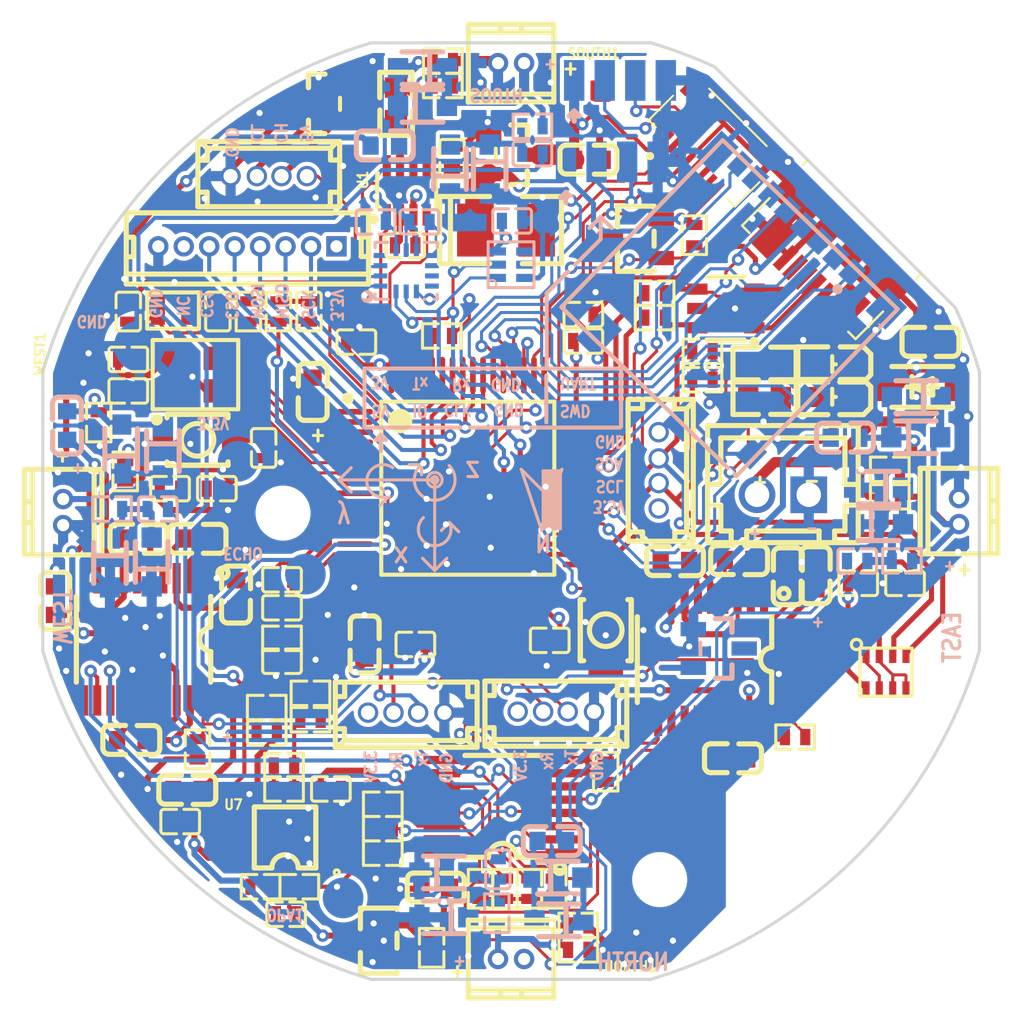
<source format=kicad_pcb>
(kicad_pcb (version 20241229) (generator "pcbnew") (generator_version "9.0")
  (layers (0 "F.Cu" signal "Top Layer") (4 "In1.Cu" signal "Inner1") (6 "In2.Cu" signal "Inner2") (2 "B.Cu" signal "Bottom Layer") (13 "F.Paste" user "Top Paste Mask Layer") (15 "B.Paste" user "Bottom Paste Mask Layer") (5 "F.SilkS" user "Top Silkscreen Layer") (7 "B.SilkS" user "Bottom Silkscreen Layer") (1 "F.Mask" user "Top Solder Mask Layer") (3 "B.Mask" user "Bottom Solder Mask Layer") (25 "Edge.Cuts" user "Multi-Layer"))
  (net 0 "")
  (net 1 "GND")
  (net 2 "3.3V")
  (net 3 "ECHO_OUT")
  (net 4 "Net-(Q1-D)")
  (net 5 "SDA")
  (net 6 "Net-(U2-PC14{slash}OSC32_IN)")
  (net 7 "Net-(U2-PC15{slash}OSC32_OUT)")
  (net 8 "Net-(U2-PH0{slash}OSCIN)")
  (net 9 "Net-(U2-PH1{slash}OSCOUT)")
  (net 10 "/1_mcu/RST")
  (net 11 "/1_mcu/ADC_CH3")
  (net 12 "Net-(D4-A)")
  (net 13 "Net-(U6-DOUT2)")
  (net 14 "Net-(U4-C1+)")
  (net 15 "Net-(U4-C1−)")
  (net 16 "/2_anemometer/EAST_IN")
  (net 17 "Net-(D6-K)")
  (net 18 "Net-(U4-V+)")
  (net 19 "Net-(U4-C2−)")
  (net 20 "PWR_DRV1")
  (net 21 "AS3935_INT")
  (net 22 "Net-(U4-C2+)")
  (net 23 "PWR_DRV0")
  (net 24 "Net-(U4-V−)")
  (net 25 "Net-(D8-A)")
  (net 26 "Net-(U4-DOUT1)")
  (net 27 "Net-(D10-K)")
  (net 28 "/2_anemometer/SOUTH_IN")
  (net 29 "Net-(D12-A)")
  (net 30 "Net-(U4-DOUT2)")
  (net 31 "Net-(U6-C1−)")
  (net 32 "Net-(U6-C1+)")
  (net 33 "SCL")
  (net 34 "Net-(U7B-INB-)")
  (net 35 "Net-(D14-K)")
  (net 36 "/2_anemometer/WEST_IN")
  (net 37 "Net-(U6-V+)")
  (net 38 "Net-(U6-C2−)")
  (net 39 "Net-(U6-C2+)")
  (net 40 "Net-(U6-V−)")
  (net 41 "Net-(D16-A)")
  (net 42 "V_OPA")
  (net 43 "Net-(U6-DOUT1)")
  (net 44 "Net-(D18-K)")
  (net 45 "/2_anemometer/NORTH_IN")
  (net 46 "+5V")
  (net 47 "Net-(U1-CANH)")
  (net 48 "Net-(U1-CANL)")
  (net 49 "Net-(USB1-Data+)")
  (net 50 "Net-(USB1-Data-)")
  (net 52 "Net-(D3-+)")
  (net 53 "Net-(D4-K)")
  (net 54 "Net-(D8-K)")
  (net 55 "Net-(D12-K)")
  (net 56 "Net-(D16-K)")
  (net 58 "/1_mcu/USART3_TX")
  (net 59 "/1_mcu/SWCLK")
  (net 60 "/1_mcu/USART3_RX")
  (net 61 "/1_mcu/SWDIO")
  (net 62 "Net-(LED1-A)")
  (net 63 "Net-(LED2-A)")
  (net 64 "Net-(Q1-G)")
  (net 65 "Net-(Q2-G)")
  (net 66 "Net-(U2-BOOT0)")
  (net 67 "/1_mcu/USB_DM")
  (net 68 "/1_mcu/USB_DP")
  (net 69 "Net-(U2-PC6)")
  (net 70 "Net-(U2-PC7)")
  (net 71 "/2_anemometer/SOUTH_OUT")
  (net 72 "VGND")
  (net 73 "VBAT")
  (net 74 "VREF+")
  (net 75 "/2_anemometer/WEST_OUT")
  (net 76 "/2_anemometer/NORTH_OUT")
  (net 77 "/2_anemometer/EAST_OUT")
  (net 78 "Net-(U5-Y)")
  (net 79 "Net-(U7A-INA-)")
  (net 80 "Net-(U7A-OUTA)")
  (net 81 "Net-(U7A-INA+)")
  (net 82 "Net-(U7B-INB+)")
  (net 84 "/1_mcu/SPI1_SCK")
  (net 85 "/1_mcu/SPI1_MOSI")
  (net 86 "/1_mcu/SPI1_CS0")
  (net 87 "/1_mcu/SPI1_MISO")
  (net 88 "/1_mcu/SPI1_CS1")
  (net 89 "Net-(U2-PB15)")
  (net 90 "/1_mcu/CAN_RX")
  (net 91 "Net-(U1-S)")
  (net 92 "/1_mcu/CAN_TX")
  (net 93 "/1_mcu/USART1_TX")
  (net 94 "/1_mcu/SDMMC1_CMD")
  (net 98 "/1_mcu/SDMMC1_D2")
  (net 99 "/1_mcu/USART2_TX")
  (net 101 "/1_mcu/USART1_RX")
  (net 102 "Net-(SD1-SH3)")
  (net 103 "SWITCH_A")
  (net 104 "SWITCH_B")
  (net 105 "PWR_ON")
  (net 106 "unconnected-(U2-PA1-Pad15)")
  (net 107 "PWM_IN")
  (net 108 "/1_mcu/SDMMC1_CK")
  (net 109 "/1_mcu/SDMMC1_D3")
  (net 110 "/1_mcu/USART2_RX")
  (net 113 "/1_mcu/SDMMC1_D0")
  (net 114 "/1_mcu/SDMMC1_D1")
  (net 132 "RAIN_SENS")
  (net 133 "R43_1")
  (net 134 "Q3_1")
  (net 135 "U10_5")
  (net 136 "U10_4")
  (footprint "ProDoc_1-PCB_PCB_2021-01-26_22-01-27_2026-01-16:C0402" (layer "F.Cu") (at 144.8 96.95)
    (property "Reference" "C1" (hide yes))
    (property "Value" "1uF")
  )
  (footprint "ProDoc_1-PCB_PCB_2021-01-26_22-01-27_2026-01-16:C0603" (layer "F.Cu") (at 170.6 101.7)
    (property "Reference" "C4" (hide yes))
    (property "Value" "4.7uF")
  )
  (footprint "ProDoc_1-PCB_PCB_2021-01-26_22-01-27_2026-01-16:TSSOP-16_L5.0-W4.4-P0.65-LS6.4-BL" (layer "F.Cu") (at 149.6 124.5 90)
    (property "Reference" "U5" (hide yes))
    (property "Value" "SN74LV4052APW")
  )
  (footprint "ProDoc_1-PCB_PCB_2021-01-26_22-01-27_2026-01-16:OSC-SMD_L2.0-W1.2" (layer "F.Cu") (at 133.4 100.15)
    (property "Reference" "X1" (hide yes))
    (property "Value" "32.768KHz")
  )
  (footprint "ProDoc_1-PCB_PCB_2021-01-26_22-01-27_2026-01-16:R0402" (layer "F.Cu") (at 159.4 103.55 180)
    (property "Reference" "R41" (hide yes))
    (property "Value" "10K")
  )
  (footprint "ProDoc_1-PCB_PCB_2021-01-26_22-01-27_2026-01-16:C0402" (layer "F.Cu") (at 167.05 113.55)
    (property "Reference" "C47" (hide yes))
    (property "Value" "100nF")
  )
  (footprint "ProDoc_1-PCB_PCB_2021-01-26_22-01-27_2026-01-16:R0402" (layer "F.Cu") (at 138 119.65 180)
    (property "Reference" "R44" (hide yes))
    (property "Value" "")
  )
  (footprint "ProDoc_1-PCB_PCB_2021-01-26_22-01-27_2026-01-16:CONN-TH_1.25T-8A" (layer "F.Cu") (at 137.05 97 180)
    (property "Reference" "SPI1" (hide yes))
    (property "Value" "1.25T-8A_C722648")
  )
  (footprint "ProDoc_1-PCB_PCB_2021-01-26_22-01-27_2026-01-16:R0402" (layer "F.Cu") (at 140.15 118.95 180)
    (property "Reference" "R35" (hide yes))
    (property "Value" "100K")
  )
  (footprint "ProDoc_1-PCB_PCB_2021-01-26_22-01-27_2026-01-16:C0402" (layer "F.Cu") (at 133.25 108.9)
    (property "Reference" "C10" (hide yes))
    (property "Value" "")
  )
  (footprint "ProDoc_1-PCB_PCB_2021-01-26_22-01-27_2026-01-16:SOT-23-6_L2.9-W1.6-P0.95-LS2.8-BR" (layer "F.Cu") (at 160.55 100.05)
    (property "Reference" "D2" (hide yes))
    (property "Value" "SN65220DBVR")
  )
  (footprint "ProDoc_1-PCB_PCB_2021-01-26_22-01-27_2026-01-16:C0402" (layer "F.Cu") (at 151.9 116.35)
    (property "Reference" "C19" (hide yes))
    (property "Value" "100nF")
  )
  (footprint "ProDoc_1-PCB_PCB_2021-01-26_22-01-27_2026-01-16:R0402" (layer "F.Cu") (at 131.05 108.05 90)
    (property "Reference" "R27" (hide yes))
    (property "Value" "10K")
  )
  (footprint "ProDoc_1-PCB_PCB_2021-01-26_22-01-27_2026-01-16:C0402" (layer "F.Cu") (at 140.075 100.2 -90)
    (property "Reference" "C9" (hide yes))
    (property "Value" "10nF")
  )
  (footprint "ProDoc_1-PCB_PCB_2021-01-26_22-01-27_2026-01-16:CAP-SMD_L3.5-W2.8" (layer "F.Cu") (at 149.75 96.2)
    (property "Reference" "C12" (hide yes))
    (property "Value" "100uF")
  )
  (footprint "ProDoc_1-PCB_PCB_2021-01-26_22-01-27_2026-01-16:LED0603-R-RD" (layer "F.Cu") (at 165.85 104.4 180)
    (property "Reference" "LED1" (hide yes))
    (property "Value" "19-217/BHC-ZL1M2RY/3T" (hide yes))
  )
  (footprint "ProDoc_1-PCB_PCB_2021-01-26_22-01-27_2026-01-16:R0402" (layer "F.Cu") (at 153.3 130.35 180)
    (property "Reference" "R38" (hide yes))
    (property "Value" "10K")
  )
  (footprint "ProDoc_1-PCB_PCB_2021-01-26_22-01-27_2026-01-16:R0603" (layer "F.Cu") (at 162.45 104.45 180)
    (property "Reference" "R6" (hide yes))
    (property "Value" "1K")
  )
  (footprint "ProDoc_1-PCB_PCB_2021-01-26_22-01-27_2026-01-16:R0402" (layer "F.Cu") (at 129.75 105.65 90)
    (property "Reference" "R28" (hide yes))
    (property "Value" "10K")
  )
  (footprint "ProDoc_1-PCB_PCB_2021-01-26_22-01-27_2026-01-16:C0603" (layer "F.Cu") (at 140.25 104.15 -90)
    (property "Reference" "VBAT" (hide yes))
    (property "Value" "")
  )
  (footprint "ProDoc_1-PCB_PCB_2021-01-26_22-01-27_2026-01-16:LQFP-64_L10.0-W10.0-P0.50-LS12.0-BL" (layer "F.Cu") (at 147.875 108.875 -90)
    (property "Reference" "U2" (hide yes))
    (property "Value" "STM32L476RGT6" (hide yes))
  )
  (footprint "ProDoc_1-PCB_PCB_2021-01-26_22-01-27_2026-01-16:CONN-TH_1.25T-1-4A" (layer "F.Cu") (at 152.2 119.85)
    (property "Reference" "UART1" (hide yes))
    (property "Value" "1.25T-1-4A")
  )
  (footprint "ProDoc_1-PCB_PCB_2021-01-26_22-01-27_2026-01-16:SOT-23-3_L3.0-W1.7-P0.95-LS2.9-BR" (layer "F.Cu") (at 143.5 131.1)
    (property "Reference" "Q2" (hide yes))
    (property "Value" "SI2301CDS-T1-GE3")
  )
  (footprint "ProDoc_1-PCB_PCB_2021-01-26_22-01-27_2026-01-16:C0402" (layer "F.Cu") (at 147.1 92.7 -90)
    (property "Reference" "C13" (hide yes))
    (property "Value" "1uF")
  )
  (footprint "ProDoc_1-PCB_PCB_2021-01-26_22-01-27_2026-01-16:C0402" (layer "F.Cu") (at 138.75 117.376)
    (property "Reference" "C23" (hide yes))
    (property "Value" "10nF")
  )
  (footprint "ProDoc_1-PCB_PCB_2021-01-26_22-01-27_2026-01-16:R0402" (layer "F.Cu") (at 138.576 100.199 -90)
    (property "Reference" "R9" (hide yes))
    (property "Value" "100K")
  )
  (footprint "ProDoc_1-PCB_PCB_2021-01-26_22-01-27_2026-01-16:C0402" (layer "F.Cu") (at 153.55 100.35)
    (property "Reference" "C2" (hide yes))
    (property "Value" "1uF")
  )
  (footprint "ProDoc_1-PCB_PCB_2021-01-26_22-01-27_2026-01-16:23287028" (layer "F.Cu") (at 159.55 92.25 135)
    (property "Reference" "DEBUG1" (hide yes))
    (property "Value" "2328702-8")
  )
  (footprint "MountingHole:MountingHole_2.2mm_M2_ISO14580" (layer "F.Cu") (at 168.2 121.7)
    (property "Reference" "REF**" (hide yes))
    (property "Value" "MountingHole_2.2mm_M2_ISO14580" (hide yes))
  )
  (footprint "ProDoc_1-PCB_PCB_2021-01-26_22-01-27_2026-01-16:R0402" (layer "F.Cu") (at 152.1 128.55 -90)
    (property "Reference" "R20" (hide yes))
    (property "Value" "10K")
  )
  (footprint "ProDoc_1-PCB_PCB_2021-01-26_22-01-27_2026-01-16:Pad_e1541" (layer "F.Cu") (at 139.9 113.1 90)
    (property "Reference" "")
    (property "Value" "")
  )
  (footprint "ProDoc_1-PCB_PCB_2021-01-26_22-01-27_2026-01-16:R0402" (layer "F.Cu") (at 146.1 131.45 90)
    (property "Reference" "R11" (hide yes))
    (property "Value" "100K")
  )
  (footprint "ProDoc_1-PCB_PCB_2021-01-26_22-01-27_2026-01-16:R0402" (layer "F.Cu") (at 146.65 87.9 180)
    (property "Reference" "R23" (hide yes))
    (property "Value" "10K")
  )
  (footprint "ProDoc_1-PCB_PCB_2021-01-26_22-01-27_2026-01-16:R0402" (layer "F.Cu") (at 138.85 123.65 180)
    (property "Reference" "R34" (hide yes))
    (property "Value" "100K")
  )
  (footprint "ProDoc_1-PCB_PCB_2021-01-26_22-01-27_2026-01-16:C0402" (layer "F.Cu") (at 138.95 129.8 180)
    (property "Reference" "C39" (hide yes))
    (property "Value" "22pF")
  )
  (footprint "ProDoc_1-PCB_PCB_2021-01-26_22-01-27_2026-01-16:CONN-TH_2P-P1.25_1.25T-2P-DP" (layer "F.Cu") (at 128 110.05 90)
    (property "Reference" "WEST1")
    (property "Value" "1.25T-2P-DP" (hide yes))
  )
  (footprint "ProDoc_1-PCB_PCB_2021-01-26_22-01-27_2026-01-16:R0402" (layer "F.Cu") (at 143.7 126.8)
    (property "Reference" "R29" (hide yes))
    (property "Value" "10K")
  )
  (footprint "ProDoc_1-PCB_PCB_2021-01-26_22-01-27_2026-01-16:R0402" (layer "F.Cu") (at 148.5 128.55 -90)
    (property "Reference" "R19" (hide yes))
    (property "Value" "10K")
  )
  (footprint "MountingHole:MountingHole_2.2mm_M2_ISO14580" (layer "F.Cu") (at 157.3 128.1)
    (property "Reference" "REF**" (hide yes))
    (property "Value" "MountingHole_2.2mm_M2_ISO14580" (hide yes))
  )
  (footprint "ProDoc_1-PCB_PCB_2021-01-26_22-01-27_2026-01-16:R0402" (layer "F.Cu") (at 143.7 124.4 180)
    (property "Reference" "R32" (hide yes))
    (property "Value" "4.7K")
  )
  (footprint "ProDoc_1-PCB_PCB_2021-01-26_22-01-27_2026-01-16:C0402" (layer "F.Cu") (at 138.75 113.3755)
    (property "Reference" "C15" (hide yes))
    (property "Value" "10nF")
  )
  (footprint "ProDoc_1-PCB_PCB_2021-01-26_22-01-27_2026-01-16:Pad_e1542" (layer "F.Cu") (at 136.6 107.55 90)
    (property "Reference" "")
    (property "Value" "")
  )
  (footprint "ProDoc_1-PCB_PCB_2021-01-26_22-01-27_2026-01-16:KEY-SMD_B3U-1000PM" (layer "F.Cu") (at 134.6 106.5)
    (property "Reference" "RST1" (hide yes))
    (property "Value" "B3U-1000P")
  )
  (footprint "ProDoc_1-PCB_PCB_2021-01-26_22-01-27_2026-01-16:Pad_e1544" (layer "F.Cu") (at 141.7515 129.001 90)
    (property "Reference" "")
    (property "Value" "")
  )
  (footprint "ProDoc_1-PCB_PCB_2021-01-26_22-01-27_2026-01-16:R0402" (layer "F.Cu") (at 153.3 131.55 180)
    (property "Reference" "R37" (hide yes))
    (property "Value" "10K")
  )
  (footprint "ProDoc_1-PCB_PCB_2021-01-26_22-01-27_2026-01-16:MSOP-8_L3.0-W3.0-P0.65-LS5.0-BL" (layer "F.Cu") (at 138.9 126.05 90)
    (property "Reference" "U7")
    (property "Value" "LMV358B-VR" (hide yes))
  )
  (footprint "ProDoc_1-PCB_PCB_2021-01-26_22-01-27_2026-01-16:R0402" (layer "F.Cu") (at 157.05 99.3)
    (property "Reference" "R5" (hide yes))
    (property "Value" "33")
  )
  (footprint "ProDoc_1-PCB_PCB_2021-01-26_22-01-27_2026-01-16:C0402" (layer "F.Cu") (at 135.6 100.2 -90)
    (property "Reference" "C3" (hide yes))
    (property "Value" "10pF")
  )
  (footprint "ProDoc_1-PCB_PCB_2021-01-26_22-01-27_2026-01-16:MICRO-USB-SMD_47346-0001" (layer "F.Cu") (at 165.35 97.55 135)
    (property "Reference" "USB1" (hide yes))
    (property "Value" "47346-0001")
  )
  (footprint "ProDoc_1-PCB_PCB_2021-01-26_22-01-27_2026-01-16:R0402" (layer "F.Cu") (at 159.4 102.15)
    (property "Reference" "R40" (hide yes))
    (property "Value" "4.7K")
  )
  (footprint "ProDoc_1-PCB_PCB_2021-01-26_22-01-27_2026-01-16:R0402" (layer "F.Cu") (at 163.95 121.1)
    (property "Reference" "R25" (hide yes))
    (property "Value" "100K")
  )
  (footprint "ProDoc_1-PCB_PCB_2021-01-26_22-01-27_2026-01-16:R0402" (layer "F.Cu") (at 137.7 128.45 180)
    (property "Reference" "R30" (hide yes))
    (property "Value" "100K")
  )
  (footprint "ProDoc_1-PCB_PCB_2021-01-26_22-01-27_2026-01-16:C0603" (layer "F.Cu") (at 160.9 122.15)
    (property "Reference" "C38" (hide yes))
    (property "Value" "2.2uF")
  )
  (footprint "ProDoc_1-PCB_PCB_2021-01-26_22-01-27_2026-01-16:C0603" (layer "F.Cu") (at 161.2 112.4 180)
    (property "Reference" "C37" (hide yes))
    (property "Value" "2.2uF")
  )
  (footprint "ProDoc_1-PCB_PCB_2021-01-26_22-01-27_2026-01-16:R0402" (layer "F.Cu") (at 150.9 128.55 -90)
    (property "Reference" "R17" (hide yes))
    (property "Value" "10K")
  )
  (footprint "ProDoc_1-PCB_PCB_2021-01-26_22-01-27_2026-01-16:C0402" (layer "F.Cu") (at 138.75 114.75)
    (property "Reference" "C22" (hide yes))
    (property "Value" "1uF")
  )
  (footprint "ProDoc_1-PCB_PCB_2021-01-26_22-01-27_2026-01-16:R0402" (layer "F.Cu") (at 168.6 109.3)
    (property "Reference" "R13" (hide yes))
    (property "Value" "10K")
  )
  (footprint "ProDoc_1-PCB_PCB_2021-01-26_22-01-27_2026-01-16:C0603" (layer "F.Cu") (at 127.6 114.4 -90)
    (property "Reference" "C30" (hide yes))
    (property "Value" "2.2uF")
  )
  (footprint "ProDoc_1-PCB_PCB_2021-01-26_22-01-27_2026-01-16:C0402" (layer "F.Cu") (at 135.55 108.9)
    (property "Reference" "C11" (hide yes))
    (property "Value" "")
  )
  (footprint "ProDoc_1-PCB_PCB_2021-01-26_22-01-27_2026-01-16:R0603" (layer "F.Cu") (at 144.35 90 -90)
    (property "Reference" "R1" (hide yes))
    (property "Value" "120")
  )
  (footprint "ProDoc_1-PCB_PCB_2021-01-26_22-01-27_2026-01-16:CONN-TH_1.25T-1-4A" (layer "F.Cu") (at 157.25 108 90)
    (property "Reference" "I2C1" (hide yes))
    (property "Value" "1.25T-1-4A")
  )
  (footprint "ProDoc_1-PCB_PCB_2021-01-26_22-01-27_2026-01-16:C0402" (layer "F.Cu") (at 141.15 123.65 180)
    (property "Reference" "C45" (hide yes))
    (property "Value" "4.7uF")
  )
  (footprint "ProDoc_1-PCB_PCB_2021-01-26_22-01-27_2026-01-16:C0402" (layer "F.Cu") (at 133.75 125.25 180)
    (property "Reference" "C35" (hide yes))
    (property "Value" "100nF")
  )
  (footprint "ProDoc_1-PCB_PCB_2021-01-26_22-01-27_2026-01-16:CONN-TH_2P-P1.25_1.25T-2P-DP" (layer "F.Cu") (at 150 88)
    (property "Reference" "SOUTH1")
    (property "Value" "1.25T-2P-DP" (hide yes))
  )
  (footprint "ProDoc_1-PCB_PCB_2021-01-26_22-01-27_2026-01-16:C0603" (layer "F.Cu") (at 131.35 121.25)
    (property "Reference" "C27" (hide yes))
    (property "Value" "2.2uF")
  )
  (footprint "ProDoc_1-PCB_PCB_2021-01-26_22-01-27_2026-01-16:CONN-TH_1.25T-1-4A" (layer "F.Cu") (at 138.1 93.55 180)
    (property "Reference" "CAN1" (hide yes))
    (property "Value" "1.25T-1-4A")
  )
  (footprint "ProDoc_1-PCB_PCB_2021-01-26_22-01-27_2026-01-16:R0402" (layer "F.Cu") (at 140.15 120.25 180)
    (property "Reference" "R39" (hide yes))
    (property "Value" "100K")
  )
  (footprint "ProDoc_1-PCB_PCB_2021-01-26_22-01-27_2026-01-16:C0603" (layer "F.Cu") (at 142.8 116.55 -90)
    (property "Reference" "C16" (hide yes))
    (property "Value" "4.7uF")
  )
  (footprint "ProDoc_1-PCB_PCB_2021-01-26_22-01-27_2026-01-16:C0402" (layer "F.Cu") (at 153.55 101.65 180)
    (property "Reference" "C18" (hide yes))
    (property "Value" "100nF")
  )
  (footprint "ProDoc_1-PCB_PCB_2021-01-26_22-01-27_2026-01-16:R0402" (layer "F.Cu") (at 159 96.45 -90)
    (property "Reference" "R3" (hide yes))
    (property "Value" "100K")
  )
  (footprint "ProDoc_1-PCB_PCB_2021-01-26_22-01-27_2026-01-16:TSSOP-20_L6.5-W4.4-P0.65-LS6.4-BL" (layer "F.Cu") (at 131.95 116.3 180)
    (property "Reference" "U4" (hide yes))
    (property "Value" "MAX3222EIPWR" (hide yes))
  )
  (footprint "ProDoc_1-PCB_PCB_2021-01-26_22-01-27_2026-01-16:R0402" (layer "F.Cu") (at 137.1 100.2 90)
    (property "Reference" "R8" (hide yes))
    (property "Value" "100K")
  )
  (footprint "ProDoc_1-PCB_PCB_2021-01-26_22-01-27_2026-01-16:OSC-SMD_4P-L3.2-W2.5-BL" (layer "F.Cu") (at 134.5 103.3)
    (property "Reference" "X2" (hide yes))
    (property "Value" "25M")
  )
  (footprint "ProDoc_1-PCB_PCB_2021-01-26_22-01-27_2026-01-16:SOT-23-3_L2.9-W1.6-P1.90-LS2.8-BR" (layer "F.Cu") (at 150.15 92.5 180)
    (property "Reference" "U3" (hide yes))
    (property "Value" "XC6206P332MR")
  )
  (footprint "MountingHole:MountingHole_2.2mm_M2_ISO14580" (layer "F.Cu") (at 138.8 110.1)
    (property "Reference" "REF**" (hide yes))
    (property "Value" "MountingHole_2.2mm_M2_ISO14580" (hide yes))
  )
  (footprint "ProDoc_1-PCB_PCB_2021-01-26_22-01-27_2026-01-16:CONN-TH_2P-P1.25_1.25T-2P-DP" (layer "F.Cu") (at 150 132 180)
    (property "Reference" "NORTH1")
    (property "Value" "1.25T-2P-DP" (hide yes))
  )
  (footprint "ProDoc_1-PCB_PCB_2021-01-26_22-01-27_2026-01-16:R0402" (layer "F.Cu") (at 149.7 128.55 -90)
    (property "Reference" "R18" (hide yes))
    (property "Value" "10K")
  )
  (footprint "ProDoc_1-PCB_PCB_2021-01-26_22-01-27_2026-01-16:C0402" (layer "F.Cu") (at 138 120.9 180)
    (property "Reference" "C57" (hide yes))
    (property "Value" "")
  )
  (footprint "ProDoc_1-PCB_PCB_2021-01-26_22-01-27_2026-01-16:C0402" (layer "F.Cu") (at 131.2 100.2 -90)
    (property "Reference" "C5" (hide yes))
    (property "Value" "10pF")
  )
  (footprint "ProDoc_1-PCB_PCB_2021-01-26_22-01-27_2026-01-16:C0603" (layer "F.Cu") (at 136.5 114.1 90)
    (property "Reference" "C28" (hide yes))
    (property "Value" "2.2uF")
  )
  (footprint "ProDoc_1-PCB_PCB_2021-01-26_22-01-27_2026-01-16:KEY-SMD_B3U-1000PM" (layer "F.Cu") (at 154.65 115.85 90)
    (property "Reference" "SW1" (hide yes))
    (property "Value" "B3U-1000P")
  )
  (footprint "ProDoc_1-PCB_PCB_2021-01-26_22-01-27_2026-01-16:R0402" (layer "F.Cu") (at 146.65 89.1 180)
    (property "Reference" "R22" (hide yes))
    (property "Value" "10K")
  )
  (footprint "ProDoc_1-PCB_PCB_2021-01-26_22-01-27_2026-01-16:C0603" (layer "F.Cu") (at 164.95 113.15 -90)
    (property "Reference" "C43" (hide yes))
    (property "Value" "2.2uF")
  )
  (footprint "ProDoc_1-PCB_PCB_2021-01-26_22-01-27_2026-01-16:R0402" (layer "F.Cu") (at 138.7495 116.2515)
    (property "Reference" "R10" (hide yes))
    (property "Value" "0")
  )
  (footprint "ProDoc_1-PCB_PCB_2021-01-26_22-01-27_2026-01-16:R0402" (layer "F.Cu") (at 168.6 107.95)
    (property "Reference" "R14" (hide yes))
    (property "Value" "10K")
  )
  (footprint "ProDoc_1-PCB_PCB_2021-01-26_22-01-27_2026-01-16:SOD-123_L2.8-W1.8-LS3.7-RD" (layer "F.Cu") (at 170.2 103.9)
    (property "Reference" "D3" (hide yes))
    (property "Value" "B5819W_C8598" (hide yes))
  )
  (footprint "ProDoc_1-PCB_PCB_2021-01-26_22-01-27_2026-01-16:C0603" (layer "F.Cu") (at 131.7 111.35 180)
    (property "Reference" "C29" (hide yes))
    (property "Value" "2.2uF")
  )
  (footprint "ProDoc_1-PCB_PCB_2021-01-26_22-01-27_2026-01-16:R0402" (layer "F.Cu") (at 143.7 125.6)
    (property "Reference" "R24" (hide yes))
    (property "Value" "33")
  )
  (footprint "ProDoc_1-PCB_PCB_2021-01-26_22-01-27_2026-01-16:C0603" (layer "F.Cu") (at 158.05 112.45 180)
    (property "Reference" "C42" (hide yes))
    (property "Value" "2.2uF")
  )
  (footprint "ProDoc_1-PCB_PCB_2021-01-26_22-01-27_2026-01-16:CONN-TH_2P-P1.25_1.25T-2P-DP" (layer "F.Cu") (at 172 110 -90)
    (property "Reference" "EAST1" (hide yes))
    (property "Value" "1.25T-2P-DP")
  )
  (footprint "ProDoc_1-PCB_PCB_2021-01-26_22-01-27_2026-01-16:Pad_e1543" (layer "F.Cu") (at 131.75 101.9 90)
    (property "Reference" "")
    (property "Value" "")
  )
  (footprint "ProDoc_1-PCB_PCB_2021-01-26_22-01-27_2026-01-16:CONN-TH_1.25T-1-4A" (layer "F.Cu") (at 144.85 119.9)
    (property "Reference" "UART2" (hide yes))
    (property "Value" "1.25T-1-4A")
  )
  (footprint "ProDoc_1-PCB_PCB_2021-01-26_22-01-27_2026-01-16:C0402" (layer "F.Cu") (at 145.3 116.55)
    (property "Reference" "C21" (hide yes))
    (property "Value" "100nF" (hide yes))
  )
  (footprint "ProDoc_1-PCB_PCB_2021-01-26_22-01-27_2026-01-16:C0402" (layer "F.Cu") (at 142.4 101.7 180)
    (property "Reference" "C17" (hide yes))
    (property "Value" "100nF")
  )
  (footprint "ProDoc_1-PCB_PCB_2021-01-26_22-01-27_2026-01-16:R0402" (layer "F.Cu") (at 154.65 122.8 90)
    (property "Reference" "R16" (hide yes))
    (property "Value" "4.7K")
  )
  (footprint "ProDoc_1-PCB_PCB_2021-01-26_22-01-27_2026-01-16:CONN-TH_B2B-XH-A-GU" (layer "F.Cu") (at 163.35 109.2)
    (property "Reference" "BAT1" (hide yes))
    (property "Value" "B2B-XH-A-GU")
  )
  (footprint "ProDoc_1-PCB_PCB_2021-01-26_22-01-27_2026-01-16:C0603" (layer "F.Cu") (at 134.6 111.35 180)
    (property "Reference" "C25" (hide yes))
    (property "Value" "2.2uF")
  )
  (footprint "ProDoc_1-PCB_PCB_2021-01-26_22-01-27_2026-01-16:LED0603-R-RD" (layer "F.Cu") (at 165.85 102.8 180)
    (property "Reference" "LED2" (hide yes))
    (property "Value" "KT-0603R")
  )
  (footprint "ProDoc_1-PCB_PCB_2021-01-26_22-01-27_2026-01-16:R0603" (layer "F.Cu") (at 162.45 102.75 180)
    (property "Reference" "R7" (hide yes))
    (property "Value" "1K")
  )
  (footprint "ProDoc_1-PCB_PCB_2021-01-26_22-01-27_2026-01-16:SOT-23-3_L3.0-W1.7-P0.95-LS2.9-BR" (layer "F.Cu") (at 156.125 96.625)
    (property "Reference" "Q1" (hide yes))
    (property "Value" "SI2301CDS-T1-GE3")
  )
  (footprint "ProDoc_1-PCB_PCB_2021-01-26_22-01-27_2026-01-16:C0603" (layer "F.Cu") (at 153.8 92.75)
    (property "Reference" "C14" (hide yes))
    (property "Value" "4.7uF")
  )
  (footprint "ProDoc_1-PCB_PCB_2021-01-26_22-01-27_2026-01-16:SOT-23-3_L2.9-W1.3-P1.90-LS2.4-BR" (layer "F.Cu") (at 140.7 90)
    (property "Reference" "D1" (hide yes))
    (property "Value" "NUP1105LT1G" (hide yes))
  )
  (footprint "ProDoc_1-PCB_PCB_2021-01-26_22-01-27_2026-01-16:R0402" (layer "F.Cu") (at 157.05 100.5)
    (property "Reference" "R4" (hide yes))
    (property "Value" "33")
  )
  (footprint "ProDoc_1-PCB_PCB_2021-01-26_22-01-27_2026-01-16:C0402" (layer "F.Cu") (at 137.85 106.9 90)
    (property "Reference" "C8" (hide yes))
    (property "Value" "100nF")
  )
  (footprint "ProDoc_1-PCB_PCB_2021-01-26_22-01-27_2026-01-16:R0402" (layer "F.Cu") (at 138.85 122.5)
    (property "Reference" "R33" (hide yes))
    (property "Value" "4.7K")
  )
  (footprint "ProDoc_1-PCB_PCB_2021-01-26_22-01-27_2026-01-16:LGA-8_BME280_BR" (layer "F.Cu") (at 168.45 118 180)
    (property "Reference" "U8" (hide yes))
    (property "Value" "BME280")
  )
  (footprint "ProDoc_1-PCB_PCB_2021-01-26_22-01-27_2026-01-16:C0402" (layer "F.Cu") (at 131.2 104.1)
    (property "Reference" "C7" (hide yes))
    (property "Value" "10pF")
  )
  (footprint "ProDoc_1-PCB_PCB_2021-01-26_22-01-27_2026-01-16:R0402" (layer "F.Cu") (at 139.6 128.45)
    (property "Reference" "R31" (hide yes))
    (property "Value" "4.7K")
  )
  (footprint "ProDoc_1-PCB_PCB_2021-01-26_22-01-27_2026-01-16:C0603" (layer "F.Cu") (at 146.3 128.5)
    (property "Reference" "C31" (hide yes))
    (property "Value" "100nF")
  )
  (footprint "ProDoc_1-PCB_PCB_2021-01-26_22-01-27_2026-01-16:C0402" (layer "F.Cu") (at 131.2 102.55 180)
    (property "Reference" "C6" (hide yes))
    (property "Value" "10pF")
  )
  (footprint "ProDoc_1-PCB_PCB_2021-01-26_22-01-27_2026-01-16:R0402" (layer "F.Cu") (at 146.6 101.4)
    (property "Reference" "R2" (hide yes))
    (property "Value" "10K")
  )
  (footprint "ProDoc_1-PCB_PCB_2021-01-26_22-01-27_2026-01-16:C0402" (layer "F.Cu") (at 169.35 113.55 180)
    (property "Reference" "C50" (hide yes))
    (property "Value" "100nF")
  )
  (footprint "ProDoc_1-PCB_PCB_2021-01-26_22-01-27_2026-01-16:TSSOP-20_L6.5-W4.4-P0.65-LS6.4-BL" (layer "F.Cu") (at 159.5 117.3 180)
    (property "Reference" "U6" (hide yes))
    (property "Value" "MAX3222EIPWR")
  )
  (footprint "ProDoc_1-PCB_PCB_2021-01-26_22-01-27_2026-01-16:R0402" (layer "F.Cu") (at 134.6 121.7 90)
    (property "Reference" "R15" (hide yes))
    (property "Value" "100K")
  )
  (footprint "ProDoc_1-PCB_PCB_2021-01-26_22-01-27_2026-01-16:C0603" (layer "F.Cu") (at 134.1 123.7)
    (property "Reference" "C36" (hide yes))
    (property "Value" "4.7uF")
  )
  (footprint "ProDoc_1-PCB_PCB_2021-01-26_22-01-27_2026-01-16:C0603" (layer "F.Cu") (at 163.6 113.2 90)
    (property "Reference" "C41" (hide yes))
    (property "Value" "2.2uF")
  )
  (footprint "ProDoc_1-PCB_PCB_2021-01-26_22-01-27_2026-01-16:SOT-23-8_L3.0-W1.7-P0.65-LS2.8-BL" (layer "F.Cu") (at 144.875 94.25)
    (property "Reference" "U1")
    (property "Value" "TCAN330GDCNR" (hide yes))
  )
  (footprint "ProDoc_1-PCB_PCB_2021-01-26_22-01-27_2026-01-16:R0402" (layer "B.Cu") (at 130.4 109.9)
    (property "Reference" "R26" (hide yes))
    (property "Value" "4.7K")
  )
  (footprint "ProDoc_1-PCB_PCB_2021-01-26_22-01-27_2026-01-16:ADPS-9250" (layer "B.Cu") (at 149 98.9)
    (property "Reference" "U10" (hide yes))
    (property "Value" "")
  )
  (footprint "ProDoc_1-PCB_PCB_2021-01-26_22-01-27_2026-01-16:C0603" (layer "B.Cu") (at 143.8 92.05 180)
    (property "Reference" "C32" (hide yes))
    (property "Value" "1uF")
  )
  (footprint "ProDoc_1-PCB_PCB_2021-01-26_22-01-27_2026-01-16:SOD-323_L1.8-W1.3-LS2.5-RD" (layer "B.Cu") (at 130.3 112.55 -90)
    (property "Reference" "D14" (hide yes))
    (property "Value" "1N4148WS T4")
  )
  (footprint "ProDoc_1-PCB_PCB_2021-01-26_22-01-27_2026-01-16:C0402" (layer "B.Cu") (at 145.5 95.8 180)
    (property "Reference" "C52" (hide yes))
    (property "Value" "100nF")
  )
  (footprint "ProDoc_1-PCB_PCB_2021-01-26_22-01-27_2026-01-16:PAD 4" (layer "B.Cu") (at 155.35 88.85)
    (property "Reference" "UART3" (hide yes))
    (property "Value" "4pad")
  )
  (footprint "ProDoc_1-PCB_PCB_2021-01-26_22-01-27_2026-01-16:C0402" (layer "B.Cu") (at 167 112.451)
    (property "Reference" "C26" (hide yes))
    (property "Value" "100nF")
  )
  (footprint "ProDoc_1-PCB_PCB_2021-01-26_22-01-27_2026-01-16:C0402" (layer "B.Cu") (at 149.35 127.6 -90)
    (property "Reference" "C46" (hide yes))
    (property "Value" "100nF")
  )
  (footprint "ProDoc_1-PCB_PCB_2021-01-26_22-01-27_2026-01-16:R0402" (layer "B.Cu") (at 169.199 112.449 180)
    (property "Reference" "R12" (hide yes))
    (property "Value" "4.7K")
  )
  (footprint "ProDoc_1-PCB_PCB_2021-01-26_22-01-27_2026-01-16:PAD 4" (layer "B.Cu") (at 154.95 92.85)
    (property "Reference" "SWD1" (hide yes))
    (property "Value" "4pad" (hide yes))
  )
  (footprint "ProDoc_1-PCB_PCB_2021-01-26_22-01-27_2026-01-16:SOD-323_L1.8-W1.3-LS2.5-RD" (layer "B.Cu") (at 168.05 108.85 180)
    (property "Reference" "D6" (hide yes))
    (property "Value" "1N4148WS T4")
  )
  (footprint "ProDoc_1-PCB_PCB_2021-01-26_22-01-27_2026-01-16:SOT-23-3_L2.9-W1.3-P1.90-LS2.4-BR" (layer "B.Cu") (at 160.2 116.75 180)
    (property "Reference" "Q3" (hide yes))
    (property "Value" "")
  )
  (footprint "ProDoc_1-PCB_PCB_2021-01-26_22-01-27_2026-01-16:SOD-323_L1.8-W1.3-LS2.5-RD" (layer "B.Cu") (at 152.35 130.1 180)
    (property "Reference" "D16" (hide yes))
    (property "Value" "1N4148WS T4")
  )
  (footprint "ProDoc_1-PCB_PCB_2021-01-26_22-01-27_2026-01-16:SOD-323_L1.8-W1.3-LS2.5-RD" (layer "B.Cu") (at 147.0005 93.2 90)
    (property "Reference" "D11" (hide yes))
    (property "Value" "1N4148WS T4")
  )
  (footprint "ProDoc_1-PCB_PCB_2021-01-26_22-01-27_2026-01-16:SOD-323_L1.8-W1.3-LS2.5-RD" (layer "B.Cu") (at 152.3 128)
    (property "Reference" "D17" (hide yes))
    (property "Value" "1N4148WS T4")
  )
  (footprint "ProDoc_1-PCB_PCB_2021-01-26_22-01-27_2026-01-16:SOD-323_L1.8-W1.3-LS2.5-RD" (layer "B.Cu") (at 169.8755 106.375)
    (property "Reference" "D5" (hide yes))
    (property "Value" "1N4148WS T4")
  )
  (footprint "ProDoc_1-PCB_PCB_2021-01-26_22-01-27_2026-01-16:R0402" (layer "B.Cu") (at 149.3 129.75 90)
    (property "Reference" "R36" (hide yes))
    (property "Value" "4.7K")
  )
  (footprint "ProDoc_1-PCB_PCB_2021-01-26_22-01-27_2026-01-16:C0402" (layer "B.Cu") (at 150.0505 95.7505 180)
    (property "Reference" "C53" (hide yes))
    (property "Value" "")
  )
  (footprint "ProDoc_1-PCB_PCB_2021-01-26_22-01-27_2026-01-16:C0402" (layer "B.Cu") (at 132.65 109.9 180)
    (property "Reference" "C40" (hide yes))
    (property "Value" "100nF")
  )
  (footprint "ProDoc_1-PCB_PCB_2021-01-26_22-01-27_2026-01-16:SOD-323_L1.8-W1.3-LS2.5-RD" (layer "B.Cu") (at 146.7 127.75)
    (property "Reference" "D19" (hide yes))
    (property "Value" "1N4148WS T4")
  )
  (footprint "ProDoc_1-PCB_PCB_2021-01-26_22-01-27_2026-01-16:SOD-323_L1.8-W1.3-LS2.5-RD" (layer "B.Cu") (at 148.951 93.2 -90)
    (property "Reference" "D10" (hide yes))
    (property "Value" "1N4148WS T4")
  )
  (footprint "ProDoc_1-PCB_PCB_2021-01-26_22-01-27_2026-01-16:C0603" (layer "B.Cu") (at 128.2 105.8 -90)
    (property "Reference" "C34" (hide yes))
    (property "Value" "1uF")
  )
  (footprint "ProDoc_1-PCB_PCB_2021-01-26_22-01-27_2026-01-16:C0402" (layer "B.Cu") (at 151.05 92.45 180)
    (property "Reference" "C33" (hide yes))
    (property "Value" "100nF")
  )
  (footprint "ProDoc_1-PCB_PCB_2021-01-26_22-01-27_2026-01-16:SOD-323_L1.8-W1.3-LS2.5-RD" (layer "B.Cu") (at 132.9 107.05 -90)
    (property "Reference" "D13" (hide yes))
    (property "Value" "1N4148WS T4")
  )
  (footprint "ProDoc_1-PCB_PCB_2021-01-26_22-01-27_2026-01-16:SOD-323_L1.8-W1.3-LS2.5-RD" (layer "B.Cu") (at 169.901 104.399 180)
    (property "Reference" "D4" (hide yes))
    (property "Value" "1N4148WS T4")
  )
  (footprint "ProDoc_1-PCB_PCB_2021-01-26_22-01-27_2026-01-16:C0402" (layer "B.Cu") (at 143.35 95.8 180)
    (property "Reference" "C51" (hide yes))
    (property "Value" "100nF")
  )
  (footprint "ProDoc_1-PCB_PCB_2021-01-26_22-01-27_2026-01-16:SOD-323_L1.8-W1.3-LS2.5-RD" (layer "B.Cu") (at 145.65 88.25 180)
    (property "Reference" "D8" (hide yes))
    (property "Value" "1N4148WS T4")
  )
  (footprint "ProDoc_1-PCB_PCB_2021-01-26_22-01-27_2026-01-16:SOD-323_L1.8-W1.3-LS2.5-RD" (layer "B.Cu") (at 132.35 112.5 90)
    (property "Reference" "D15" (hide yes))
    (property "Value" "1N4148WS T4")
  )
  (footprint "ProDoc_1-PCB_PCB_2021-01-26_22-01-27_2026-01-16:1040310811" (layer "B.Cu") (at 160.75 100 -44)
    (property "Reference" "SD1" (hide yes))
    (property "Value" "SDCARD MOLEX 1040310811")
  )
  (footprint "ProDoc_1-PCB_PCB_2021-01-26_22-01-27_2026-01-16:SOD-323_L1.8-W1.3-LS2.5-RD" (layer "B.Cu") (at 168.05 110.65)
    (property "Reference" "D7" (hide yes))
    (property "Value" "1N4148WS T4")
  )
  (footprint "ProDoc_1-PCB_PCB_2021-01-26_22-01-27_2026-01-16:SOD-323_L1.8-W1.3-LS2.5-RD" (layer "B.Cu") (at 146.7 129.95 180)
    (property "Reference" "D18" (hide yes))
    (property "Value" "1N4148WS T4")
  )
  (footprint "ProDoc_1-PCB_PCB_2021-01-26_22-01-27_2026-01-16:C0603" (layer "B.Cu") (at 166.4 106.4 180)
    (property "Reference" "C24" (hide yes))
    (property "Value" "1uF")
  )
  (footprint "ProDoc_1-PCB_PCB_2021-01-26_22-01-27_2026-01-16:SOD-323_L1.8-W1.3-LS2.5-RD" (layer "B.Cu") (at 145.65 90.1)
    (property "Reference" "D9" (hide yes))
    (property "Value" "1N4148WS T4")
  )
  (footprint "ProDoc_1-PCB_PCB_2021-01-26_22-01-27_2026-01-16:SOD-323_L1.8-W1.3-LS2.5-RD" (layer "B.Cu") (at 130.85 106.95 90)
    (property "Reference" "D12" (hide yes))
    (property "Value" "1N4148WS T4")
  )
  (footprint "ProDoc_1-PCB_PCB_2021-01-26_22-01-27_2026-01-16:LGA-14_L3.0-W2.5-P0.50-BL" (layer "B.Cu") (at 144.85 98.2 90)
    (property "Reference" "U9" (hide yes))
    (property "Value" "BMX160")
  )
  (footprint "ProDoc_1-PCB_PCB_2021-01-26_22-01-27_2026-01-16:R0402" (layer "B.Cu") (at 151.05 91.1 180)
    (property "Reference" "R21" (hide yes))
    (property "Value" "4.7K")
  )
  (footprint "ProDoc_1-PCB_PCB_2021-01-26_22-01-27_2026-01-16:C0603" (layer "B.Cu") (at 152 126.2)
    (property "Reference" "C44" (hide yes))
    (property "Value" "1uF")
  )
  (gr_line (start 155.35 105.9) (end 142.85 105.9) (stroke (width 0.2)) (layer "B.SilkS"))
  (gr_line (start 145.566 107.7385) (end 145.5455 107.718) (stroke (width 0.152)) (layer "B.SilkS"))
  (gr_line (start 143.5995 106.5) (end 143.599 106.251) (stroke (width 0.2)) (layer "B.SilkS"))
  (gr_line (start 141.55 108.468) (end 142.15 109.068) (stroke (width 0.152)) (layer "B.SilkS"))
  (gr_line (start 146.25 112.918) (end 146.85 112.318) (stroke (width 0.152)) (layer "B.SilkS"))
  (gr_line (start 143.8505 106.5) (end 143.599 106.251) (stroke (width 0.2)) (layer "B.SilkS"))
  (gr_line (start 151.732 103.344) (end 151.732 105.644) (stroke (width 0.2)) (layer "B.SilkS"))
  (gr_line (start 150.5 107.95) (end 151.5 108.95) (stroke (width 0.152)) (layer "B.SilkS"))
  (gr_line (start 146.582 110.9465) (end 146.582 110.962) (stroke (width 0.152)) (layer "B.SilkS"))
  (gr_line (start 154.4 96.2) (end 154.4 95.55) (stroke (width 0.2)) (layer "B.SilkS"))
  (gr_line (start 155.4 105.85) (end 155.35 105.9) (stroke (width 0.2)) (layer "B.SilkS"))
  (gr_arc (start 144.0195 109.258) (mid 142.920884 108.423845) (end 144.185 107.871) (stroke (width 0.152)) (layer "B.SilkS"))
  (gr_line (start 147.423 111.012) (end 147.432 111.012) (stroke (width 0.152)) (layer "B.SilkS"))
  (gr_circle (center 146.25 108.469) (end 146.4085 108.469) (stroke (width 0.152)) (fill no) (layer "B.SilkS"))
  (gr_line (start 151.75 99.299) (end 154.3995 96.65) (stroke (width 0.2)) (layer "B.SilkS"))
  (gr_line (start 142.8 105.85) (end 142.8 103) (stroke (width 0.2)) (layer "B.SilkS"))
  (gr_line (start 143.5995 106.5) (end 143.8505 106.5) (stroke (width 0.2)) (layer "B.SilkS"))
  (gr_line (start 151.712 103) (end 151.75 102.9615) (stroke (width 0.2)) (layer "B.SilkS"))
  (gr_line (start 151.5 108.95) (end 152.5 107.95) (stroke (width 0.152)) (layer "B.SilkS"))
  (gr_line (start 146.25 112.918) (end 145.65 112.318) (stroke (width 0.152)) (layer "B.SilkS"))
  (gr_line (start 154.3995 96.65) (end 154.3995 96.2) (stroke (width 0.2)) (layer "B.SilkS"))
  (gr_line (start 146.97 110.5585) (end 147.423 111.012) (stroke (width 0.152)) (layer "B.SilkS"))
  (gr_circle (center 146.25 108.469) (end 146.614 108.469) (stroke (width 0.152)) (fill no) (layer "B.SilkS"))
  (gr_line (start 143.6 107.05) (end 143.5995 106.5) (stroke (width 0.2)) (layer "B.SilkS"))
  (gr_line (start 143.6295 108.868) (end 143.6085 108.868) (stroke (width 0.152)) (layer "B.SilkS"))
  (gr_line (start 144.0195 109.258) (end 143.6295 108.868) (stroke (width 0.152)) (layer "B.SilkS"))
  (gr_line (start 150.5 107.95) (end 151.5 110.95) (stroke (width 0.152)) (layer "B.SilkS"))
  (gr_line (start 141.55 108.468) (end 142.15 107.868) (stroke (width 0.152)) (layer "B.SilkS"))
  (gr_arc (start 146.957 107.761) (mid 146.233914 109.46772) (end 145.566 107.7385) (stroke (width 0.152)) (layer "B.SilkS"))
  (gr_line (start 145.6 107.7725) (end 145.6 108.218) (stroke (width 0.152)) (layer "B.SilkS"))
  (gr_line (start 143.3505 106.5) (end 143.5995 106.5) (stroke (width 0.2)) (layer "B.SilkS"))
  (gr_line (start 146.97 110.5585) (end 146.582 110.9465) (stroke (width 0.152)) (layer "B.SilkS"))
  (gr_line (start 154.4 95.55) (end 153.85 96.1) (stroke (width 0.2)) (layer "B.SilkS"))
  (gr_line (start 145.566 107.7385) (end 145.6 107.7725) (stroke (width 0.152)) (layer "B.SilkS"))
  (gr_line (start 151.75 102.9615) (end 151.75 99.299) (stroke (width 0.2)) (layer "B.SilkS"))
  (gr_line (start 152.5 107.95) (end 151.5 110.95) (stroke (width 0.152)) (layer "B.SilkS"))
  (gr_line (start 143.599 106.251) (end 143.3505 106.5) (stroke (width 0.2)) (layer "B.SilkS"))
  (gr_line (start 142.8 103) (end 155.4 103) (stroke (width 0.2)) (layer "B.SilkS"))
  (gr_line (start 155.4 103) (end 155.4 105.85) (stroke (width 0.2)) (layer "B.SilkS"))
  (gr_line (start 146.25 108.468) (end 141.55 108.468) (stroke (width 0.152)) (layer "B.SilkS"))
  (gr_line (start 144.0195 109.258) (end 143.559 109.718) (stroke (width 0.152)) (layer "B.SilkS"))
  (gr_line (start 142.85 105.9) (end 142.8 105.85) (stroke (width 0.2)) (layer "B.SilkS"))
  (gr_arc (start 146.97 110.5585) (mid 146.098832 111.688064) (end 145.7 110.318) (stroke (width 0.152)) (layer "B.SilkS"))
  (gr_line (start 146.25 108.468) (end 146.25 112.918) (stroke (width 0.152)) (layer "B.SilkS"))
  (gr_line (start 145.5455 107.718) (end 145 107.718) (stroke (width 0.152)) (layer "B.SilkS"))
  (gr_line (start 154.4 95.55) (end 154.95 96.1) (stroke (width 0.2)) (layer "B.SilkS"))
  (gr_arc (start 173.004995 116.837469) (mid 166.975088 126.965471) (end 156.855494 132.9995) (stroke (width 0.15)) (layer "Edge.Cuts"))
  (gr_arc (start 171.825073 100.019573) (mid 172.471667 101.575806) (end 173.0075 103.172508) (stroke (width 0.15)) (layer "Edge.Cuts"))
  (gr_line (start 150 132.9995) (end 143.147295 133.002003) (stroke (width 0.15)) (layer "Edge.Cuts"))
  (gr_line (start 150 87.0005) (end 143.137007 87.003) (stroke (width 0.15)) (layer "Edge.Cuts"))
  (gr_arc (start 127.003 103.137008) (mid 133.029986 93.029986) (end 143.137007 87.003) (stroke (width 0.15)) (layer "Edge.Cuts"))
  (gr_arc (start 143.147295 133.002003) (mid 133.034043 126.976691) (end 127.0005 116.860496) (stroke (width 0.15)) (layer "Edge.Cuts"))
  (gr_line (start 150 87.0005) (end 156.85717 87.0005) (stroke (width 0.15)) (layer "Edge.Cuts"))
  (gr_arc (start 156.85717 87.0005) (mid 158.447186 87.535741) (end 159.997498 88.181499) (stroke (width 0.15)) (layer "Edge.Cuts"))
  (gr_line (start 172.9995 110) (end 173.0075 103.172508) (stroke (width 0.15)) (layer "Edge.Cuts"))
  (gr_line (start 172.9995 110) (end 173.004995 116.837469) (stroke (width 0.15)) (layer "Edge.Cuts"))
  (gr_line (start 150 132.9995) (end 156.855494 132.9995) (stroke (width 0.15)) (layer "Edge.Cuts"))
  (gr_line (start 127.0005 110) (end 127.003 103.137008) (stroke (width 0.15)) (layer "Edge.Cuts"))
  (gr_line (start 171.825073 100.019573) (end 159.997498 88.181499) (stroke (width 0.15)) (layer "Edge.Cuts"))
  (gr_line (start 127.0005 110) (end 127.0005 116.860496) (stroke (width 0.15)) (layer "Edge.Cuts"))
  (gr_text "+" (at 146.9 133 0) (layer "F.SilkS") (effects (font (size 0.7 0.6) (thickness 0.203)) (justify left bottom)))
  (gr_text "+" (at 171.8 113.25 0) (layer "F.SilkS") (effects (font (size 0.7 0.6) (thickness 0.203)) (justify left bottom)))
  (gr_text "+" (at 161.7555 108.955 0) (layer "F.SilkS") (effects (font (size 0.7 0.6) (thickness 0.203)) (justify left bottom)))
  (gr_text "+" (at 127.5 107.65 0) (layer "F.SilkS") (effects (font (size 0.7 0.6) (thickness 0.203)) (justify left bottom)))
  (gr_text "+" (at 152.45 88.65 0) (layer "F.SilkS") (effects (font (size 0.7 0.6) (thickness 0.203)) (justify left bottom)))
  (gr_text "-" (at 164.3 108.9 0) (layer "F.SilkS") (effects (font (size 0.7 0.6) (thickness 0.203)) (justify left bottom)))
  (gr_text "+" (at 140.05 106.65 0) (layer "F.SilkS") (effects (font (size 0.7 0.6) (thickness 0.203)) (justify left bottom)))
  (gr_text "NORTH" (at 157.85 132.65 -0) (layer "B.SilkS") (effects (font (size 0.84 0.72) (thickness 0.152)) (justify left bottom mirror)))
  (gr_text "+" (at 165.45 115.75 -0) (layer "B.SilkS") (effects (font (size 0.56 0.48) (thickness 0.152)) (justify left bottom mirror)))
  (gr_text "3.3V" (at 141.1 100.75 -90) (layer "B.SilkS") (effects (font (size 0.56 0.48) (thickness 0.152)) (justify left bottom mirror)))
  (gr_text "Rx" (at 147.032 103.444 -180) (layer "B.SilkS") (effects (font (size 0.56 0.48) (thickness 0.152)) (justify left bottom mirror)))
  (gr_text "N" (at 151.1 111.05 -180) (layer "B.SilkS") (effects (font (size 0.84 0.72) (thickness 0.152)) (justify left bottom mirror)))
  (gr_text "3.3V" (at 134.5 105.35 -180) (layer "B.SilkS") (effects (font (size 0.56 0.48) (thickness 0.152)) (justify left bottom mirror)))
  (gr_text "MOSI" (at 137.2 100.65 -90) (layer "B.SilkS") (effects (font (size 0.56 0.48) (thickness 0.152)) (justify left bottom mirror)))
  (gr_text "GND" (at 149.082 104.6935 -180) (layer "B.SilkS") (effects (font (size 0.56 0.48) (thickness 0.152)) (justify left bottom mirror)))
  (gr_text "x" (at 144.132 111.662 -180) (layer "B.SilkS") (effects (font (size 1.05 0.9) (thickness 0.152)) (justify left bottom mirror)))
  (gr_text "SOUTH" (at 147.9 89.2 -180) (layer "B.SilkS") (effects (font (size 0.623 0.534) (thickness 0.152)) (justify left bottom mirror)))
  (gr_text "3.3V" (at 150.8 121.65 -270) (layer "B.SilkS") (effects (font (size 0.56 0.48) (thickness 0.152)) (justify left bottom mirror)))
  (gr_text "+" (at 136.45 121.4 -0) (layer "B.SilkS") (effects (font (size 0.56 0.48) (thickness 0.152)) (justify left bottom mirror)))
  (gr_text "+" (at 147.85 132.4 -0) (layer "B.SilkS") (effects (font (size 0.56 0.48) (thickness 0.152)) (justify left bottom mirror)))
  (gr_text "Tx" (at 145.082 103.3935 -180) (layer "B.SilkS") (effects (font (size 0.56 0.48) (thickness 0.152)) (justify left bottom mirror)))
  (gr_text "SWD" (at 152.332 104.7435 -180) (layer "B.SilkS") (effects (font (size 0.56 0.48) (thickness 0.152)) (justify left bottom mirror)))
  (gr_text "+" (at 129.1 108.2 -0) (layer "B.SilkS") (effects (font (size 0.56 0.48) (thickness 0.152)) (justify left bottom mirror)))
  (gr_text "CLK" (at 146.632 104.6935 -180) (layer "B.SilkS") (effects (font (size 0.56 0.48) (thickness 0.152)) (justify left bottom mirror)))
  (gr_text "GND" (at 132.2 100.6 -90) (layer "B.SilkS") (effects (font (size 0.56 0.48) (thickness 0.152)) (justify left bottom mirror)))
  (gr_text "z" (at 147.65 107.468 -180) (layer "B.SilkS") (effects (font (size 1.05 0.9) (thickness 0.152)) (justify left bottom mirror)))
  (gr_text "5v" (at 139.6 91.95 -90) (layer "B.SilkS") (effects (font (size 0.56 0.48) (thickness 0.152)) (justify left bottom mirror)))
  (gr_text "EAST" (at 172.15 114.85 -270) (layer "B.SilkS") (effects (font (size 0.84 0.72) (thickness 0.152)) (justify left bottom mirror)))
  (gr_text "WEST" (at 127.45 116.65 -90) (layer "B.SilkS") (effects (font (size 0.84 0.72) (thickness 0.152)) (justify left bottom mirror)))
  (gr_text "Rx" (at 144.7 121.75 -270) (layer "B.SilkS") (effects (font (size 0.56 0.48) (thickness 0.152)) (justify left bottom mirror)))
  (gr_text "3V" (at 143.032 103.3435 -180) (layer "B.SilkS") (effects (font (size 0.56 0.48) (thickness 0.152)) (justify left bottom mirror)))
  (gr_text "SDA" (at 154.05 107.35 -180) (layer "B.SilkS") (effects (font (size 0.56 0.48) (thickness 0.152)) (justify left bottom mirror)))
  (gr_text "Tx" (at 145.95 121.7 -270) (layer "B.SilkS") (effects (font (size 0.56 0.48) (thickness 0.152)) (justify left bottom mirror)))
  (gr_text "SCK" (at 139.7 100.65 -90) (layer "B.SilkS") (effects (font (size 0.56 0.48) (thickness 0.152)) (justify left bottom mirror)))
  (gr_text "CS1" (at 134.7 100.6 -90) (layer "B.SilkS") (effects (font (size 0.56 0.48) (thickness 0.152)) (justify left bottom mirror)))
  (gr_text "ECHO" (at 135.8 111.75 -180) (layer "B.SilkS") (effects (font (size 0.56 0.48) (thickness 0.152)) (justify left bottom mirror)))
  (gr_text "-" (at 165.15 111.15 -0) (layer "B.SilkS") (effects (font (size 0.56 0.48) (thickness 0.152)) (justify left bottom mirror)))
  (gr_text "SCL" (at 154.1 108.45 -180) (layer "B.SilkS") (effects (font (size 0.56 0.48) (thickness 0.152)) (justify left bottom mirror)))
  (gr_text "GND" (at 135.95 92.7 -90) (layer "B.SilkS") (effects (font (size 0.56 0.48) (thickness 0.152)) (justify left bottom mirror)))
  (gr_text "CL" (at 137.2 91.95 -90) (layer "B.SilkS") (effects (font (size 0.56 0.48) (thickness 0.152)) (justify left bottom mirror)))
  (gr_text "Rx" (at 152.1 121.75 -270) (layer "B.SilkS") (effects (font (size 0.56 0.48) (thickness 0.152)) (justify left bottom mirror)))
  (gr_text "+" (at 162.35 111.4 -0) (layer "B.SilkS") (effects (font (size 0.56 0.48) (thickness 0.152)) (justify left bottom mirror)))
  (gr_text "GND" (at 148.932 103.444 -180) (layer "B.SilkS") (effects (font (size 0.56 0.48) (thickness 0.152)) (justify left bottom mirror)))
  (gr_text "5V" (at 143.082 104.7435 -180) (layer "B.SilkS") (effects (font (size 0.56 0.48) (thickness 0.152)) (justify left bottom mirror)))
  (gr_text "GND" (at 154.05 106.25 -180) (layer "B.SilkS") (effects (font (size 0.56 0.48) (thickness 0.152)) (justify left bottom mirror)))
  (gr_text "Tx" (at 153.3 121.65 -270) (layer "B.SilkS") (effects (font (size 0.56 0.48) (thickness 0.152)) (justify left bottom mirror)))
  (gr_text "CH" (at 138.35 92 -90) (layer "B.SilkS") (effects (font (size 0.56 0.48) (thickness 0.152)) (justify left bottom mirror)))
  (gr_text "NC" (at 133.55 100.5 -90) (layer "B.SilkS") (effects (font (size 0.56 0.48) (thickness 0.152)) (justify left bottom mirror)))
  (gr_text "GND" (at 154.55 121.7 -270) (layer "B.SilkS") (effects (font (size 0.56 0.48) (thickness 0.152)) (justify left bottom mirror)))
  (gr_text "CS0" (at 135.95 100.7 -90) (layer "B.SilkS") (effects (font (size 0.56 0.48) (thickness 0.152)) (justify left bottom mirror)))
  (gr_text "UART" (at 152.332 103.3935 -180) (layer "B.SilkS") (effects (font (size 0.56 0.48) (thickness 0.152)) (justify left bottom mirror)))
  (gr_text "OPA1" (at 137.9 129.5 -180) (layer "B.SilkS") (effects (font (size 0.56 0.48) (thickness 0.152)) (justify left bottom mirror)))
  (gr_text "3.3V" (at 153.95 109.45 -180) (layer "B.SilkS") (effects (font (size 0.56 0.48) (thickness 0.152)) (justify left bottom mirror)))
  (gr_text "+" (at 152.3 88.35 -0) (layer "B.SilkS") (effects (font (size 0.56 0.48) (thickness 0.152)) (justify left bottom mirror)))
  (gr_text "3.3V" (at 143.45 121.7 -270) (layer "B.SilkS") (effects (font (size 0.56 0.48) (thickness 0.152)) (justify left bottom mirror)))
  (gr_text "GND" (at 128.6 100.35 -180) (layer "B.SilkS") (effects (font (size 0.56 0.48) (thickness 0.152)) (justify left bottom mirror)))
  (gr_text "MISO" (at 138.4 100.65 -90) (layer "B.SilkS") (effects (font (size 0.56 0.48) (thickness 0.152)) (justify left bottom mirror)))
  (gr_text "GND" (at 147.15 121.8 -270) (layer "B.SilkS") (effects (font (size 0.56 0.48) (thickness 0.152)) (justify left bottom mirror)))
  (gr_text "IO" (at 145.082 104.7435 -180) (layer "B.SilkS") (effects (font (size 0.56 0.48) (thickness 0.152)) (justify left bottom mirror)))
  (gr_text "+" (at 171.9215 113 -0) (layer "B.SilkS") (effects (font (size 0.56 0.48) (thickness 0.152)) (justify left bottom mirror)))
  (gr_text "y" (at 141.35 109.75 -180) (layer "B.SilkS") (effects (font (size 1.05 0.9) (thickness 0.152)) (justify left bottom mirror)))
  (segment (start 133.0505 102.4995) (end 133.401 102.4995) (width 0.3) (layer "F.Cu") (net 1))
  (segment (start 138.25 112.9995) (end 138.25 113.3755) (width 0.2) (layer "F.Cu") (net 1))
  (segment (start 159.4515 89.2) (end 159.85 89.6015) (width 0.25) (layer "F.Cu") (net 1))
  (segment (start 138.501 118.151) (end 138.45 118.1) (width 0.3) (layer "F.Cu") (net 1))
  (segment (start 131.9 106.7005) (end 131.999 106.7005) (width 0.3) (layer "F.Cu") (net 1))
  (segment (start 149.36 88.001) (end 149.261 87.8995) (width 0.5) (layer "F.Cu") (net 1))
  (segment (start 138.499 121.1) (end 137.549 122.05) (width 0.3) (layer "F.Cu") (net 1))
  (segment (start 132.1515 123.099) (end 132.1515 123.65) (width 0.3) (layer "F.Cu") (net 1))
  (segment (start 152.601 122.8755) (end 153.8 122.85) (width 0.3) (layer "F.Cu") (net 1))
  (segment (start 169.901 101.6995) (end 169.901 100.15) (width 0.3) (layer "F.Cu") (net 1))
  (segment (start 163.64 97.47) (end 162.9235 96.754) (width 0.3) (layer "F.Cu") (net 1))
  (segment (start 144.544 95.451) (end 144.501 95.405) (width 0.3) (layer "F.Cu") (net 1))
  (segment (start 163.099 106.449) (end 163.2005 106.5505) (width 0.3) (layer "F.Cu") (net 1))
  (segment (start 162.9005 118.6005) (end 163.1495 118.349) (width 0.127) (layer "F.Cu") (net 1))
  (segment (start 130.6985 104.0995) (end 130.6985 102.55) (width 0.3) (layer "F.Cu") (net 1))
  (segment (start 133.2485 125.9005) (end 133.599 126.251) (width 0.2) (layer "F.Cu") (net 1))
  (segment (start 165.095 96.015) (end 165.697 96.015) (width 0.3) (layer "F.Cu") (net 1))
  (segment (start 152.601 122.225) (end 153.8 122.23) (width 0.3) (layer "F.Cu") (net 1))
  (segment (start 159.85 89.6015) (end 159.85 90.358) (width 0.25) (layer "F.Cu") (net 1))
  (segment (start 130.6505 121.049) (end 130.6505 121.2495) (width 0.3) (layer "F.Cu") (net 1))
  (segment (start 165.1995 106.5505) (end 166.7005 105.0495) (width 0.3) (layer "F.Cu") (net 1))
  (segment (start 135.54 113.2995) (end 134.8745 113.2995) (width 0.3) (layer "F.Cu") (net 1))
  (segment (start 154.501 131.5495) (end 153.8 131.5495) (width 0.3) (layer "F.Cu") (net 1))
  (segment (start 142.9005 101.6995) (end 142.9005 101.3005) (width 0.2) (layer "F.Cu") (net 1))
  (segment (start 133.401 123.701) (end 133.2485 123.8505) (width 0.3) (layer "F.Cu") (net 1))
  (segment (start 167.549 109.299) (end 167.201 108.951) (width 0.3) (layer "F.Cu") (net 1))
  (segment (start 141.651 123.65) (end 141.6995 123.698) (width 0.3) (layer "F.Cu") (net 1))
  (segment (start 153.424 105.626) (end 154.374 105.626) (width 0.25) (layer "F.Cu") (net 1))
  (segment (start 135.0495 104.0995) (end 134.351 103.401) (width 0.3) (layer "F.Cu") (net 1))
  (segment (start 164.2725 112.4995) (end 163.599 112.4995) (width 0.3) (layer "F.Cu") (net 1))
  (segment (start 144.6255 103.325) (end 144.6255 102.375) (width 0.2) (layer "F.Cu") (net 1))
  (segment (start 168.4175 98.6665) (end 168.349 98.6665) (width 0.3) (layer "F.Cu") (net 1))
  (segment (start 130.701 104.0995) (end 130.6985 104.0995) (width 0.3) (layer "F.Cu") (net 1))
  (segment (start 140.6505 99.7005) (end 140.076 99.7005) (width 0.5) (layer "F.Cu") (net 1))
  (segment (start 130.6985 103.325) (end 132.225 103.325) (width 0.3) (layer "F.Cu") (net 1))
  (segment (start 164.483 94.5515) (end 168.499 98.5675) (width 0.5) (layer "F.Cu") (net 1))
  (segment (start 154.501 92.751) (end 154.351 92.601) (width 0.35) (layer "F.Cu") (net 1))
  (segment (start 142.9005 101.3005) (end 142.55 100.95) (width 0.2) (layer "F.Cu") (net 1))
  (segment (start 168.8495 113.551) (end 168.25 113.551) (width 0.127) (layer "F.Cu") (net 1))
  (segment (start 164.9505 112.451) (end 164.8995 112.4995) (width 0.3) (layer "F.Cu") (net 1))
  (segment (start 141.0745 110.625) (end 140.701 111.001) (width 0.2) (layer "F.Cu") (net 1))
  (segment (start 134.6 122.1995) (end 133.0505 122.1995) (width 0.3) (layer "F.Cu") (net 1))
  (segment (start 168.25 114.699) (end 168.25 113.551) (width 0.25) (layer "F.Cu") (net 1))
  (segment (start 142.799 115.8495) (end 142.799 115.1005) (width 0.35) (layer "F.Cu") (net 1))
  (segment (start 164.2315 95.235) (end 164.2315 94.5515) (width 0.3) (layer "F.Cu") (net 1))
  (segment (start 162.9005 119.901) (end 162.9005 118.6005) (width 0.127) (layer "F.Cu") (net 1))
  (segment (start 136.2255 93.226) (end 136.2255 93.551) (width 0.3) (layer "F.Cu") (net 1))
  (segment (start 154.049 101.651) (end 154.049 101.4985) (width 0.25) (layer "F.Cu") (net 1))
  (segment (start 161.0005 118.9635) (end 161.0005 118.4) (width 0.3) (layer "F.Cu") (net 1))
  (segment (start 133.2485 120.4495) (end 131.2495 120.4495) (width 0.3) (layer "F.Cu") (net 1))
  (segment (start 163.2005 106.5505) (end 165.1995 106.5505) (width 0.3) (layer "F.Cu") (net 1))
  (segment (start 163.1495 118.349) (end 163.1495 118.001) (width 0.127) (layer "F.Cu") (net 1))
  (segment (start 153.899 99.2505) (end 154.1505 99.2505) (width 0.25) (layer "F.Cu") (net 1))
  (segment (start 140.701 111.001) (end 140.701 111.4319) (width 0.2) (layer "F.Cu") (net 1))
  (segment (start 161.4505 117.95) (end 161.6 117.95) (width 0.3) (layer "F.Cu") (net 1))
  (segment (start 127.5995 113.701) (end 127.6505 113.65) (width 0.3) (layer "F.Cu") (net 1))
  (segment (start 140.701 111.4319) (end 139.5829 112.55) (width 0.2) (layer "F.Cu") (net 1))
  (segment (start 158.702 92.746) (end 157.95 93.4975) (width 0.2) (layer "F.Cu") (net 1))
  (segment (start 133.4695 98.7505) (end 134.651 98.7505) (width 0.3) (layer "F.Cu") (net 1))
  (segment (start 163.0735 96.396) (end 164.2315 95.235) (width 0.3) (layer "F.Cu") (net 1))
  (segment (start 154.049 101.4985) (end 153.0505 100.5005) (width 0.25) (layer "F.Cu") (net 1))
  (segment (start 138.499 119.6495) (end 138.499 120.899) (width 0.3) (layer "F.Cu") (net 1))
  (segment (start 162.4255 114.2975) (end 162.4005 113.401) (width 0.3) (layer "F.Cu") (net 1))
  (segment (start 138.25 117.376) (end 138.25 118.1) (width 0.25) (layer "F.Cu") (net 1))
  (segment (start 145.6005 128.499) (end 145.55 128.5495) (width 0.3) (layer "F.Cu") (net 1))
  (segment (start 168.085 118.085) (end 168.085 118.712) (width 0.15) (layer "F.Cu") (net 1))
  (segment (start 141.3995 118.151) (end 138.501 118.151) (width 0.3) (layer "F.Cu") (net 1))
  (segment (start 140.249 103.4495) (end 140.2005 103.5) (width 0.5) (layer "F.Cu") (net 1))
  (segment (start 144.544 95.451) (end 144.544 96.7055) (width 0.3) (layer "F.Cu") (net 1))
  (segment (start 148.9 91.5495) (end 148.199 91.5495) (width 0.3) (layer "F.Cu") (net 1))
  (segment (start 144.8005 116.299) (end 144.8005 116.5505) (width 0.25) (layer "F.Cu") (net 1))
  (segment (start 152.1515 128.999) (end 152.1005 129.05) (width 0.3) (layer "F.Cu") (net 1))
  (segment (start 140.6505 120.249) (end 141.3995 119.4995) (width 0.3) (layer "F.Cu") (net 1))
  (segment (start 153.0505 100.5005) (end 153.0505 100.3505) (width 0.25) (layer "F.Cu") (net 1))
  (segment (start 169.901 100.15) (end 168.4175 98.6665) (width 0.3) (layer "F.Cu") (net 1))
  (segment (start 161.125 120.297) (end 161.1 119.0655) (width 0.3) (layer "F.Cu") (net 1))
  (segment (start 134.651 98.7505) (end 135.6005 99.7005) (width 0.3) (layer "F.Cu") (net 1))
  (segment (start 147.1 101.4015) (end 147.051 101.4505) (width 0.15) (layer "F.Cu") (net 1))
  (segment (start 154.501 131.5495) (end 154.501 131.0515) (width 0.3) (layer "F.Cu") (net 1))
  (segment (start 138.6005 107.6505) (end 138.6005 107.399) (width 0.127) (layer "F.Cu") (net 1))
  (segment (start 131.1 108.499) (end 131.75 108.499) (width 0.3) (layer "F.Cu") (net 1))
  (segment (start 134.3005 103.401) (end 133.401 102.4995) (width 0.3) (layer "F.Cu") (net 1))
  (segment (start 144.6255 114.4245) (end 144.6 112.85) (width 0.2) (layer "F.Cu") (net 1))
  (segment (start 143.9495 101.6995) (end 142.9005 101.6995) (width 0.2) (layer "F.Cu") (net 1))
  (segment (start 137.549 123.5) (end 137.15 123.899) (width 0.3) (layer "F.Cu") (net 1))
  (segment (start 138.25 114.008) (end 138.25 113.599) (width 0.2) (layer "F.Cu") (net 1))
  (segment (start 149.261 87.8995) (end 147.15 87.8995) (width 0.5) (layer "F.Cu") (net 1))
  (segment (start 138.25 118.1) (end 138.4505 118.1) (width 0.25) (layer "F.Cu") (net 1))
  (segment (start 132.751 108.9) (end 132.751 109.4995) (width 0.3) (layer "F.Cu") (net 1))
  (segment (start 168.1 109.299) (end 167.549 109.299) (width 0.3) (layer "F.Cu") (net 1))
  (segment (start 151.5495 95.9005) (end 151.5495 94.6) (width 0.5) (layer "F.Cu") (net 1))
  (segment (start 166.7005 105.0495) (end 166.7005 104.3995) (width 0.3) (layer "F.Cu") (net 1))
  (segment (start 142.324 110.625) (end 143.899 110.625) (width 0.3) (layer "F.Cu") (net 1))
  (segment (start 162.4005 113.401) (end 163.2995 112.4995) (width 0.3) (layer "F.Cu") (net 1))
  (segment (start 162.9235 96.495) (end 162.0775 95.649) (width 0.5) (layer "F.Cu") (net 1))
  (segment (start 129.751 106.7515) (end 129.7995 106.7995) (width 0.3) (layer "F.Cu") (net 1))
  (segment (start 163.35 120.3505) (end 162.9005 119.901) (width 0.127) (layer "F.Cu") (net 1))
  (segment (start 161.125 121.2245) (end 161.125 120.297) (width 0.3) (layer "F.Cu") (net 1))
  (segment (start 135.6005 104.0995) (end 135.0495 104.0995) (width 0.3) (layer "F.Cu") (net 1))
  (segment (start 138.25 113.599) (end 137.5995 113.599) (width 0.2) (layer "F.Cu") (net 1))
  (segment (start 135.0495 109.901) (end 135.0495 108.9) (width 0.3) (layer "F.Cu") (net 1))
  (segment (start 153.0505 100.099) (end 153.899 99.2505) (width 0.25) (layer "F.Cu") (net 1))
  (segment (start 158.702 92.746) (end 160.47 90.978) (width 0.2) (layer "F.Cu") (net 1))
  (segment (start 144.544 96.7055) (end 144.3 96.9495) (width 0.3) (layer "F.Cu") (net 1))
  (segment (start 131.75 108.499) (end 131.9 108.349) (width 0.3) (layer "F.Cu") (net 1))
  (segment (start 133.574 120.1245) (end 133.2485 120.4495) (width 0.3) (layer "F.Cu") (net 1))
  (segment (start 141.6995 123.698) (end 141.6995 124.346) (width 0.3) (layer "F.Cu") (net 1))
  (segment (start 161.1 119.0655) (end 161.0005 118.9635) (width 0.3) (layer "F.Cu") (net 1))
  (segment (start 154.6505 117.5515) (end 154.6505 116.101) (width 0.3) (layer "F.Cu") (net 1))
  (segment (start 167.4345 117.4345) (end 168.085 118.085) (width 0.15) (layer "F.Cu") (net 1))
  (segment (start 168.25 113.551) (end 168.8495 113.551) (width 0.2) (layer "F.Cu") (net 1))
  (segment (start 136.3985 113.2995) (end 135.54 113.2995) (width 0.3) (layer "F.Cu") (net 1))
  (segment (start 167.201 107.95) (end 168.1 107.95) (width 0.3) (layer "F.Cu") (net 1))
  (segment (start 129.751 106.1495) (end 129.751 106.7515) (width 0.3) (layer "F.Cu") (net 1))
  (segment (start 133.574 119.2965) (end 133.574 120.1245) (width 0.3) (layer "F.Cu") (net 1))
  (segment (start 153.8 122.85) (end 153.8 121.801) (width 0.3) (layer "F.Cu") (net 1))
  (segment (start 127.6505 113.65) (end 127.6505 112.85) (width 0.3) (layer "F.Cu") (net 1))
  (segment (start 144.6255 102.375) (end 143.9495 101.6995) (width 0.2) (layer "F.Cu") (net 1))
  (segment (start 164.45 121.1) (end 164.45 120.95) (width 0.127) (layer "F.Cu") (net 1))
  (segment (start 162.9235 96.754) (end 162.9235 96.495) (width 0.3) (layer "F.Cu") (net 1))
  (segment (start 163.2995 112.4995) (end 163.599 112.4995) (width 0.3) (layer "F.Cu") (net 1))
  (segment (start 135.0015 109.949) (end 135.0495 109.901) (width 0.3) (layer "F.Cu") (net 1))
  (segment (start 144.501 95.405) (end 144.501 94.501) (width 0.3) (layer "F.Cu") (net 1))
  (segment (start 154.6505 105.3495) (end 154.6505 102.2505) (width 0.25) (layer "F.Cu") (net 1))
  (segment (start 152.1005 129.05) (end 148.499 129.05) (width 0.2) (layer "F.Cu") (net 1))
  (segment (start 141.651 124.826) (end 141.651 123.65) (width 0.3) (layer "F.Cu") (net 1))
  (segment (start 153.401 121.3995) (end 152.85 121.3995) (width 0.3) (layer "F.Cu") (net 1))
  (segment (start 138.6005 107.399) (end 137.851 107.399) (width 0.127) (layer "F.Cu") (net 1))
  (segment (start 144.6255 116.1265) (end 144.8005 116.299) (width 0.25) (layer "F.Cu") (net 1))
  (segment (start 139.4515 90) (end 136.2255 93.226) (width 0.3) (layer "F.Cu") (net 1))
  (segment (start 159.85 90.358) (end 162.591 93.099) (width 0.25) (layer "F.Cu") (net 1))
  (segment (start 141.001 99.35) (end 140.6505 99.7005) (width 0.5) (layer "F.Cu") (net 1))
  (segment (start 162.0775 95.649) (end 161.849 95.649) (width 0.5) (layer "F.Cu") (net 1))
  (segment (start 154.501 131.0515) (end 153.8 130.3505) (width 0.3) (layer "F.Cu") (net 1))
  (segment (start 164.2315 94.5515) (end 164.483 94.5515) (width 0.5) (layer "F.Cu") (net 1))
  (segment (start 133.0505 122.1995) (end 132.1515 123.099) (width 0.3) (layer "F.Cu") (net 1))
  (segment (start 141.3995 119.4995) (end 141.3995 118.151) (width 0.3) (layer "F.Cu") (net 1))
  (segment (start 164.8995 112.4995) (end 164.2725 112.4995) (width 0.3) (layer "F.Cu") (net 1))
  (segment (start 148.8495 91.4985) (end 148.8495 90.899) (width 0.5) (layer "F.Cu") (net 1))
  (segment (start 166.7005 104.3995) (end 166.7005 102.799) (width 0.3) (layer "F.Cu") (net 1))
  (segment (start 167.765 98.6665) (end 168.349 98.6665) (width 0.3) (layer "F.Cu") (net 1))
  (segment (start 152.751 128.999) (end 152.1515 128.999) (width 0.3) (layer "F.Cu") (net 1))
  (segment (start 132.751 109.4995) (end 133.2005 109.949) (width 0.3) (layer "F.Cu") (net 1))
  (segment (start 151.125 114.557) (end 151.125 113.0505) (width 0.25) (layer "F.Cu") (net 1))
  (segment (start 133.574 119.2965) (end 133.551 117.851) (width 0.3) (layer "F.Cu") (net 1))
  (segment (start 147.0995 101.3995) (end 147.95 100.551) (width 0.15) (layer "F.Cu") (net 1))
  (segment (start 132.149 98.7505) (end 133.4695 98.7505) (width 0.3) (layer "F.Cu") (net 1))
  (segment (start 131.9 108.349) (end 131.9 106.7005) (width 0.3) (layer "F.Cu") (net 1))
  (segment (start 153.0505 100.3505) (end 153.0505 100.099) (width 0.25) (layer "F.Cu") (net 1))
  (segment (start 135.0015 109.949) (end 136.1 109.949) (width 0.3) (layer "F.Cu") (net 1))
  (segment (start 140.076 99.7005) (end 138.575 99.7005) (width 0.25) (layer "F.Cu") (net 1))
  (segment (start 154.374 105.626) (end 154.6505 105.3495) (width 0.25) (layer "F.Cu") (net 1))
  (segment (start 136.5 113.401) (end 136.3985 113.2995) (width 0.3) (layer "F.Cu") (net 1))
  (segment (start 134.351 103.401) (end 134.3005 103.401) (width 0.3) (layer "F.Cu") (net 1))
  (segment (start 138.499 120.899) (end 138.499 121.1) (width 0.3) (layer "F.Cu") (net 1))
  (segment (start 147.549 92.1995) (end 147.0995 92.1995) (width 0.3) (layer "F.Cu") (net 1))
  (segment (start 131.199 99.7005) (end 132.149 98.7505) (width 0.3) (layer "F.Cu") (net 1))
  (segment (start 151.252 96.2) (end 151.5495 95.9005) (width 0.5) (layer "F.Cu") (net 1))
  (segment (start 151.125 116.0755) (end 151.3995 116.35) (width 0.25) (layer "F.Cu") (net 1))
  (segment (start 140.2005 103.5) (end 139.299 103.5) (width 0.5) (layer "F.Cu") (net 1))
  (segment (start 131.049 108.5495) (end 131.1 108.499) (width 0.3) (layer "F.Cu") (net 1))
  (segment (start 167.4345 115.517) (end 168.25 114.699) (width 0.25) (layer "F.Cu") (net 1))
  (segment (start 160.2005 122.149) (end 161.125 121.2245) (width 0.3) (layer "F.Cu") (net 1))
  (segment (start 138.6995 112.55) (end 138.25 112.9995) (width 0.2) (layer "F.Cu") (net 1))
  (segment (start 154.351 92.601) (end 154.351 91.3005) (width 0.35) (layer "F.Cu") (net 1))
  (segment (start 167.4345 117.112) (end 167.4345 115.517) (width 0.25) (layer "F.Cu") (net 1))
  (segment (start 167.4345 117.112) (end 167.4345 117.4345) (width 0.15) (layer "F.Cu") (net 1))
  (segment (start 147.95 100.551) (end 147.95 99.601) (width 0.15) (layer "F.Cu") (net 1))
  (segment (start 164.2315 94.5515) (end 162.7785 93.099) (width 0.25) (layer "F.Cu") (net 1))
  (segment (start 132.9005 106.5) (end 132.7 106.7005) (width 0.3) (layer "F.Cu") (net 1))
  (segment (start 139.5829 112.55) (end 138.6995 112.55) (width 0.2) (layer "F.Cu") (net 1))
  (segment (start 164.45 120.95) (end 163.8505 120.3505) (width 0.127) (layer "F.Cu") (net 1))
  (segment (start 163.64 97.47) (end 165.095 96.015) (width 0.3) (layer "F.Cu") (net 1))
  (segment (start 167.201 108.951) (end 167.201 107.95) (width 0.3) (layer "F.Cu") (net 1))
  (segment (start 168.25 113.551) (end 167.549 113.551) (width 0.3) (layer "F.Cu") (net 1))
  (segment (start 157.95 93.4975) (end 157.95 93.8) (width 0.2) (layer "F.Cu") (net 1))
  (segment (start 145.55 128.5495) (end 144.549 128.5495) (width 0.3) (layer "F.Cu") (net 1))
  (segment (start 151.125 114.4245) (end 151.125 116.0755) (width 0.25) (layer "F.Cu") (net 1))
  (segment (start 133.2005 109.949) (end 135.0015 109.949) (width 0.3) (layer "F.Cu") (net 1))
  (segment (start 148.199 91.5495) (end 147.549 92.1995) (width 0.3) (layer "F.Cu") (net 1))
  (segment (start 161.9505 100.051) (end 161.0005 100.051) (width 0.25) (layer "F.Cu") (net 1))
  (segment (start 158.702 89.2) (end 159.4515 89.2) (width 0.25) (layer "F.Cu") (net 1))
  (segment (start 144.6255 114.4245) (end 144.6255 116.1265) (width 0.25) (layer "F.Cu") (net 1))
  (segment (start 132.225 103.325) (end 133.0505 102.4995) (width 0.3) (layer "F.Cu") (net 1))
  (segment (start 153.8 121.801) (end 153.401 121.3995) (width 0.3) (layer "F.Cu") (net 1))
  (segment (start 161.0005 118.4) (end 161.4505 117.95) (width 0.3) (layer "F.Cu") (net 1))
  (segment (start 163.8505 120.3505) (end 163.35 120.3505) (width 0.127) (layer "F.Cu") (net 1))
  (segment (start 133.2485 123.8505) (end 133.2485 125.25) (width 0.3) (layer "F.Cu") (net 1))
  (segment (start 142.324 110.625) (end 141.0745 110.625) (width 0.2) (layer "F.Cu") (net 1))
  (segment (start 133.2485 125.25) (end 133.2485 125.9005) (width 0.2) (layer "F.Cu") (net 1))
  (segment (start 137.549 122.05) (end 137.549 123.5) (width 0.3) (layer "F.Cu") (net 1))
  (segment (start 154.6505 102.2505) (end 154.049 101.651) (width 0.25) (layer "F.Cu") (net 1))
  (segment (start 162.7785 93.099) (end 162.591 93.099) (width 0.25) (layer "F.Cu") (net 1))
  (segment (start 141.402 125.075) (end 141.651 124.826) (width 0.3) (layer "F.Cu") (net 1))
  (segment (start 132.7 106.7005) (end 131.999 106.7005) (width 0.3) (layer "F.Cu") (net 1))
  (segment (start 131.2495 120.4495) (end 130.6505 121.049) (width 0.3) (layer "F.Cu") (net 1))
  (segment (start 148.9 91.5495) (end 148.8495 91.4985) (width 0.5) (layer "F.Cu") (net 1))
  (segment (start 147.15 89.101) (end 147.15 87.8995) (width 0.5) (layer "F.Cu") (net 1))
  (segment (start 133.551 117.851) (end 132.9005 117.201) (width 0.3) (layer "F.Cu") (net 1))
  (segment (start 166.5555 99.878) (end 167.765 98.6665) (width 0.3) (layer "F.Cu") (net 1))
  (segment (start 132.9005 117.201) (end 132.9005 117.0995) (width 0.3) (layer "F.Cu") (net 1))
  (segment (start 138.25 114.75) (end 138.25 113.3755) (width 0.2) (layer "F.Cu") (net 1))
  (via (at 140.05 124.6) (size 0.6095) (drill 0.305) (layers "F.Cu" "B.Cu") (net 1))
  (via (at 137.55 94.8) (size 0.6095) (drill 0.305) (layers "F.Cu" "B.Cu") (net 1))
  (via (at 137.15 123.9) (size 0.6095) (drill 0.305) (layers "F.Cu" "B.Cu") (net 1))
  (via (at 128.15 117.85) (size 0.6095) (drill 0.305) (layers "F.Cu" "B.Cu") (net 1))
  (via (at 143.75 131.1) (size 0.6095) (drill 0.305) (layers "F.Cu" "B.Cu") (net 1))
  (via (at 164.35 101.6) (size 0.6095) (drill 0.305) (layers "F.Cu" "B.Cu") (net 1))
  (via (at 137.6 113.6) (size 0.6095) (drill 0.305) (layers "F.Cu" "B.Cu") (net 1))
  (via (at 131 98.6) (size 0.6095) (drill 0.305) (layers "F.Cu" "B.Cu") (net 1))
  (via (at 138.690054 107.609946) (size 0.6095) (drill 0.305) (layers "F.Cu" "B.Cu") (net 1))
  (via (at 143.2 87.9) (size 0.6095) (drill 0.305) (layers "F.Cu" "B.Cu") (net 1))
  (via (at 172.2 102.55) (size 0.6095) (drill 0.305) (layers "F.Cu" "B.Cu") (net 1))
  (via (at 162.4 105.6) (size 0.6095) (drill 0.305) (layers "F.Cu" "B.Cu") (net 1))
  (via (at 134.35 103.4) (size 0.6095) (drill 0.305) (layers "F.Cu" "B.Cu") (net 1))
  (via (at 154.15 99.25) (size 0.6095) (drill 0.305) (layers "F.Cu" "B.Cu") (net 1))
  (via (at 154.35 91.3) (size 0.6095) (drill 0.305) (layers "F.Cu" "B.Cu") (net 1))
  (via (at 142.8 99.4) (size 0.6095) (drill 0.305) (layers "F.Cu" "B.Cu") (net 1))
  (via (at 143.2 132.15) (size 0.6095) (drill 0.305) (layers "F.Cu" "B.Cu") (net 1))
  (via (at 161 100.05) (size 0.6095) (drill 0.305) (layers "F.Cu" "B.Cu") (net 1))
  (via (at 141 115.1) (size 0.6095) (drill 0.305) (layers "F.Cu" "B.Cu") (net 1))
  (via (at 132 106.7) (size 0.6095) (drill 0.305) (layers "F.Cu" "B.Cu") (net 1))
  (via (at 149 111.8) (size 0.6095) (drill 0.305) (layers "F.Cu" "B.Cu") (net 1))
  (via (at 139.3 103.5) (size 0.6095) (drill 0.305) (layers "F.Cu" "B.Cu") (net 1))
  (via (at 142.8 115.1) (size 0.6095) (drill 0.305) (layers "F.Cu" "B.Cu") (net 1))
  (via (at 130.85 122.95) (size 0.6095) (drill 0.305) (layers "F.Cu" "B.Cu") (net 1))
  (via (at 158.75 116.65) (size 0.6095) (drill 0.305) (layers "F.Cu" "B.Cu") (net 1))
  (via (at 161.85 95.65) (size 0.6095) (drill 0.305) (layers "F.Cu" "B.Cu") (net 1))
  (via (at 171.95 112) (size 0.6095) (drill 0.305) (layers "F.Cu" "B.Cu") (net 1))
  (via (at 148.5 88.95) (size 0.6095) (drill 0.305) (layers "F.Cu" "B.Cu") (net 1))
  (via (at 152.89625 129) (size 0.6095) (drill 0.305) (layers "F.Cu" "B.Cu") (net 1))
  (via (at 146.85 112.6) (size 0.6095) (drill 0.305) (layers "F.Cu" "B.Cu") (net 1))
  (via (at 152.85 121.3995) (size 0.6095) (drill 0.305) (layers "F.Cu" "B.Cu") (net 1))
  (via (at 171 100.2) (size 0.6095) (drill 0.305) (layers "F.Cu" "B.Cu") (net 1))
  (via (at 167.895 101.1) (size 0.6095) (drill 0.305) (layers "F.Cu" "B.Cu") (net 1))
  (via (at 157.95 93.8) (size 0.6095) (drill 0.305) (layers "F.Cu" "B.Cu") (net 1))
  (via (at 141.3995 118.151) (size 0.6095) (drill 0.305) (layers "F.Cu" "B.Cu") (net 1))
  (via (at 140.1 127.3) (size 0.6095) (drill 0.305) (layers "F.Cu" "B.Cu") (net 1))
  (via (at 129.25 102.25) (size 0.6095) (drill 0.305) (layers "F.Cu" "B.Cu") (net 1))
  (via (at 133.47 98.75) (size 0.6095) (drill 0.305) (layers "F.Cu" "B.Cu") (net 1))
  (via (at 132.75 115.15) (size 0.6095) (drill 0.305) (layers "F.Cu" "B.Cu") (net 1))
  (via (at 141.75 93.05) (size 0.6095) (drill 0.305) (layers "F.Cu" "B.Cu") (net 1))
  (via (at 156.85 132.05) (size 0.6095) (drill 0.305) (layers "F.Cu" "B.Cu") (net 1))
  (via (at 140 126.1) (size 0.6095) (drill 0.305) (layers "F.Cu" "B.Cu") (net 1))
  (via (at 144.6 112.85) (size 0.6095) (drill 0.305) (layers "F.Cu" "B.Cu") (net 1))
  (via (at 144.8 117.2) (size 0.6095) (drill 0.305) (layers "F.Cu" "B.Cu") (net 1))
  (via (at 130.05 116.9) (size 0.6095) (drill 0.305) (layers "F.Cu" "B.Cu") (net 1))
  (via (at 156.15 130.7) (size 0.6095) (drill 0.305) (layers "F.Cu" "B.Cu") (net 1))
  (via (at 132.9 117.1) (size 0.6095) (drill 0.305) (layers "F.Cu" "B.Cu") (net 1))
  (via (at 167.2 107.95) (size 0.6095) (drill 0.305) (layers "F.Cu" "B.Cu") (net 1))
  (via (at 151.55 94.6) (size 0.6095) (drill 0.305) (layers "F.Cu" "B.Cu") (net 1))
  (via (at 134.95 94.65) (size 0.6095) (drill 0.305) (layers "F.Cu" "B.Cu") (net 1))
  (via (at 169.901 104.399) (size 0.6095) (drill 0.305) (layers "F.Cu" "B.Cu") (net 1))
  (via (at 139.1 125.25) (size 0.6095) (drill 0.305) (layers "F.Cu" "B.Cu") (net 1))
  (via (at 146.8 110.65) (size 0.6095) (drill 0.305) (layers "F.Cu" "B.Cu") (net 1))
  (via (at 143.25 130.25) (size 0.6095) (drill 0.305) (layers "F.Cu" "B.Cu") (net 1))
  (via (at 157.95 131.1) (size 0.6095) (drill 0.305) (layers "F.Cu" "B.Cu") (net 1))
  (via (at 154.5 131.55) (size 0.6095) (drill 0.305) (layers "F.Cu" "B.Cu") (net 1))
  (via (at 154.25 102.5) (size 0.6095) (drill 0.305) (layers "F.Cu" "B.Cu") (net 1))
  (via (at 127.65 112.85) (size 0.6095) (drill 0.305) (layers "F.Cu" "B.Cu") (net 1))
  (via (at 161.6 117.95) (size 0.6095) (drill 0.305) (layers "F.Cu" "B.Cu") (net 1))
  (via (at 136.1 109.949) (size 0.6095) (drill 0.305) (layers "F.Cu" "B.Cu") (net 1))
  (via (at 163.1 106.45) (size 0.6095) (drill 0.305) (layers "F.Cu" "B.Cu") (net 1))
  (via (at 132.15 123.65) (size 0.6095) (drill 0.305) (layers "F.Cu" "B.Cu") (net 1))
  (via (at 144.5 94.5) (size 0.6095) (drill 0.305) (layers "F.Cu" "B.Cu") (net 1))
  (via (at 141.6995 124.346) (size 0.6095) (drill 0.305) (layers "F.Cu" "B.Cu") (net 1))
  (via (at 141 99.35) (size 0.6095) (drill 0.305) (layers "F.Cu" "B.Cu") (net 1))
  (via (at 172.1 107.85) (size 0.6095) (drill 0.305) (layers "F.Cu" "B.Cu") (net 1))
  (via (at 129 103.7) (size 0.6095) (drill 0.305) (layers "F.Cu" "B.Cu") (net 1))
  (via (at 139.05 126.95) (size 0.6095) (drill 0.305) (layers "F.Cu" "B.Cu") (net 1))
  (via (at 140.55 88.7) (size 0.6095) (drill 0.305) (layers "F.Cu" "B.Cu") (net 1))
  (via (at 155.55 132.25) (size 0.6095) (drill 0.305) (layers "F.Cu" "B.Cu") (net 1))
  (via (at 151.95 88.95) (size 0.6095) (drill 0.305) (layers "F.Cu" "B.Cu") (net 1))
  (via (at 142.55 100.95) (size 0.6095) (drill 0.305) (layers "F.Cu" "B.Cu") (net 1))
  (via (at 144.55 128.55) (size 0.6095) (drill 0.305) (layers "F.Cu" "B.Cu") (net 1))
  (via (at 143.9 110.625) (size 0.6095) (drill 0.305) (layers "F.Cu" "B.Cu") (net 1))
  (via (at 151.125 113.05) (size 0.6095) (drill 0.305) (layers "F.Cu" "B.Cu") (net 1))
  (via (at 131.05 115.25) (size 0.6095) (drill 0.305) (layers "F.Cu" "B.Cu") (net 1))
  (via (at 147.9 131.85) (size 0.6095) (drill 0.305) (layers "F.Cu" "B.Cu") (net 1))
  (via (at 164.2715 112.5) (size 0.6095) (drill 0.305) (layers "F.Cu" "B.Cu") (net 1))
  (via (at 129.8 106.8) (size 0.6095) (drill 0.305) (layers "F.Cu" "B.Cu") (net 1))
  (via (at 127.75 108.1) (size 0.6095) (drill 0.305) (layers "F.Cu" "B.Cu") (net 1))
  (via (at 159.75 104.7) (size 0.6095) (drill 0.305) (layers "F.Cu" "B.Cu") (net 1))
  (via (at 131.4 117.8) (size 0.6095) (drill 0.305) (layers "F.Cu" "B.Cu") (net 1))
  (via (at 127.8 116.75) (size 0.6095) (drill 0.305) (layers "F.Cu" "B.Cu") (net 1))
  (via (at 161.548 90.95) (size 0.6095) (drill 0.305) (layers "F.Cu" "B.Cu") (net 1))
  (via (at 134.25 106.7) (size 0.6095) (drill 0.305) (layers "F.Cu" "B.Cu") (net 1))
  (via (at 135.539 113.299) (size 0.6095) (drill 0.305) (layers "F.Cu" "B.Cu") (net 1))
  (via (at 138.45 118.1) (size 0.6095) (drill 0.305) (layers "F.Cu" "B.Cu") (net 1))
  (via (at 151.7 108.8) (size 0.6095) (drill 0.305) (layers "F.Cu" "B.Cu") (net 1))
  (via (at 156.5 115.85) (size 0.6095) (drill 0.305) (layers "F.Cu" "B.Cu") (net 1))
  (via (at 140.4 117.3) (size 0.6095) (drill 0.305) (layers "F.Cu" "B.Cu") (net 1))
  (via (at 148.85 90.9) (size 0.6095) (drill 0.305) (layers "F.Cu" "B.Cu") (net 1))
  (via (at 133.6 126.25) (size 0.6095) (drill 0.305) (layers "F.Cu" "B.Cu") (net 1))
  (via (at 136.95 111.9) (size 0.6095) (drill 0.305) (layers "F.Cu" "B.Cu") (net 1))
  (via (at 146.95 108.05) (size 0.6095) (drill 0.305) (layers "F.Cu" "B.Cu") (net 1))
  (via (at 159.7 106.55) (size 0.6095) (drill 0.305) (layers "F.Cu" "B.Cu") (net 1))
  (via (at 132.05 115.7) (size 0.6095) (drill 0.305) (layers "F.Cu" "B.Cu") (net 1))
  (via (at 142.3 113.75) (size 0.6095) (drill 0.305) (layers "F.Cu" "B.Cu") (net 1))
  (via (at 168.25 113.55) (size 0.6095) (drill 0.305) (layers "F.Cu" "B.Cu") (net 1))
  (via (at 145.85 109.4) (size 0.6095) (drill 0.305) (layers "F.Cu" "B.Cu") (net 1))
  (via (at 143.35 128.05) (size 0.6095) (drill 0.305) (layers "F.Cu" "B.Cu") (net 1))
  (via (at 154.65 116.1) (size 0.6095) (drill 0.305) (layers "F.Cu" "B.Cu") (net 1))
  (via (at 137.65 90.45) (size 0.6095) (drill 0.305) (layers "F.Cu" "B.Cu") (net 1))
  (via (at 151.75 117.6) (size 0.6095) (drill 0.305) (layers "F.Cu" "B.Cu") (net 1))
  (via (at 163.15 118) (size 0.6095) (drill 0.305) (layers "F.Cu" "B.Cu") (net 1))
  (via (at 147.95 99.6) (size 0.6095) (drill 0.305) (layers "F.Cu" "B.Cu") (net 1))
  (via (at 159.85 89.6) (size 0.6095) (drill 0.305) (layers "F.Cu" "B.Cu") (net 1))
  (via (at 140.4 94.6) (size 0.6095) (drill 0.305) (layers "F.Cu" "B.Cu") (net 1))
  (via (at 151.25 121.4) (size 0.6095) (drill 0.305) (layers "F.Cu" "B.Cu") (net 1))
  (via (at 172.4 105.35) (size 0.6095) (drill 0.305) (layers "F.Cu" "B.Cu") (net 1))
  (via (at 145.85 111.7) (size 0.6095) (drill 0.305) (layers "F.Cu" "B.Cu") (net 1))
  (via (at 163.6 92.85) (size 0.6095) (drill 0.305) (layers "F.Cu" "B.Cu") (net 1))
  (via (at 130.15 100.4) (size 0.6095) (drill 0.305) (layers "F.Cu" "B.Cu") (net 1))
  (via (at 153.65 115.45) (size 0.6095) (drill 0.305) (layers "F.Cu" "B.Cu") (net 1))
  (via (at 148.95 109.3) (size 0.6095) (drill 0.305) (layers "F.Cu" "B.Cu") (net 1))
  (segment (start 143.5865 98.4505) (end 143.5585 98.4785) (width 0.15) (layer "B.Cu") (net 1))
  (segment (start 145.3495 96.1495) (end 145.3495 97.1855) (width 0.15) (layer "B.Cu") (net 1))
  (segment (start 167.8945 100.6045) (end 167.8945 101.1) (width 0.3) (layer "B.Cu") (net 1))
  (segment (start 166.8505 108.3005) (end 166.8505 110.65) (width 0.5) (layer "B.Cu") (net 1))
  (segment (start 129.2505 111.5495) (end 128.3895 110.691) (width 0.3) (layer "B.Cu") (net 1))
  (segment (start 145.499 129.901) (end 147.45 131.849) (width 0.3) (layer "B.Cu") (net 1))
  (segment (start 147.45 131.849) (end 147.8995 131.849) (width 0.3) (layer "B.Cu") (net 1))
  (segment (start 157.95 93.599) (end 157.95 93.8) (width 0.3) (layer "B.Cu") (net 1))
  (segment (start 148.951 94.3995) (end 147.0005 94.3995) (width 0.5) (layer "B.Cu") (net 1))
  (segment (start 131.75 101.9) (end 133.25 103.4) (width 0.5) (layer "B.Cu") (net 1))
  (segment (start 158.151 92.3015) (end 157.602 92.85) (width 0.3) (layer "B.Cu") (net 1))
  (segment (start 148.951 94.3995) (end 149.35 94.8005) (width 0.3) (layer "B.Cu") (net 1))
  (segment (start 144.9985 95.799) (end 144.501 95.301) (width 0.3) (layer "B.Cu") (net 1))
  (segment (start 132.2985 113.749) (end 130.3 113.749) (width 0.3) (layer "B.Cu") (net 1))
  (segment (start 161.547 90.95) (end 161.6 90.95) (width 0.3) (layer "B.Cu") (net 1))
  (segment (start 144.9985 95.799) (end 145.3495 96.1495) (width 0.15) (layer "B.Cu") (net 1))
  (segment (start 128.3895 110.691) (end 128.001 110.691) (width 0.3) (layer "B.Cu") (net 1))
  (segment (start 168.43 100.0685) (end 167.8945 100.6045) (width 0.3) (layer "B.Cu") (net 1))
  (segment (start 142.85 95.799) (end 142.799 95.8495) (width 0.3) (layer "B.Cu") (net 1))
  (segment (start 133.25 103.4) (end 134.35 103.4) (width 0.5) (layer "B.Cu") (net 1))
  (segment (start 144.501 95.301) (end 144.501 94.501) (width 0.3) (layer "B.Cu") (net 1))
  (segment (start 154.313 102.436) (end 154.313 101.308) (width 0.25) (layer "B.Cu") (net 1))
  (segment (start 151.55 94.6) (end 151.55 95.1505) (width 0.25) (layer "B.Cu") (net 1))
  (segment (start 150.7495 94.8005) (end 150.95 94.6) (width 0.3) (layer "B.Cu") (net 1))
  (segment (start 158.951 115.799) (end 158.7505 115.9995) (width 0.3) (layer "B.Cu") (net 1))
  (segment (start 151.5495 98.349) (end 151.5495 96.35) (width 0.25) (layer "B.Cu") (net 1))
  (segment (start 159.116 92.365) (end 160.132 92.365) (width 0.25) (layer "B.Cu") (net 1))
  (segment (start 157.201 92.85) (end 157.95 93.599) (width 0.3) (layer "B.Cu") (net 1))
  (segment (start 142.799 99.2025) (end 143.0505 98.951) (width 0.15) (layer "B.Cu") (net 1))
  (segment (start 162.7915 94.4475) (end 161.849 95.39) (width 0.25) (layer "B.Cu") (net 1))
  (segment (start 143.0505 98.951) (end 143.5865 98.951) (width 0.15) (layer "B.Cu") (net 1))
  (segment (start 142.799 99.4005) (end 142.799 99.2025) (width 0.15) (layer "B.Cu") (net 1))
  (segment (start 161.849 95.39) (end 161.849 95.649) (width 0.25) (layer "B.Cu") (net 1))
  (segment (start 159.101 92.3495) (end 159.05 92.3015) (width 0.3) (layer "B.Cu") (net 1))
  (segment (start 159.101 92.3495) (end 159.116 92.365) (width 0.25) (layer "B.Cu") (net 1))
  (segment (start 151.5495 96.35) (end 150.95 95.7505) (width 0.25) (layer "B.Cu") (net 1))
  (segment (start 161.801 107.1855) (end 162.5375 106.449) (width 0.25) (layer "B.Cu") (net 1))
  (segment (start 143.541 97.996) (end 142.799 97.996) (width 0.15) (layer "B.Cu") (net 1))
  (segment (start 149.35 94.8005) (end 150.7495 94.8005) (width 0.3) (layer "B.Cu") (net 1))
  (segment (start 129.2505 112.7) (end 129.2505 111.5495) (width 0.3) (layer "B.Cu") (net 1))
  (segment (start 161.801 107.1855) (end 160.4875 107.1855) (width 0.2) (layer "B.Cu") (net 1))
  (segment (start 143.5865 97.95) (end 143.541 97.996) (width 0.15) (layer "B.Cu") (net 1))
  (segment (start 132.3495 113.701) (end 132.2985 113.749) (width 0.3) (layer "B.Cu") (net 1))
  (segment (start 150.95 94.6) (end 151.5495 94.6) (width 0.3) (layer "B.Cu") (net 1))
  (segment (start 151.55 95.1505) (end 150.95 95.7505) (width 0.25) (layer "B.Cu") (net 1))
  (segment (start 145.499 127.7495) (end 145.499 129.901) (width 0.3) (layer "B.Cu") (net 1))
  (segment (start 158.7505 115.9995) (end 158.7505 116.6495) (width 0.3) (layer "B.Cu") (net 1))
  (segment (start 144.9985 95.799) (end 144.849 95.9515) (width 0.15) (layer "B.Cu") (net 1))
  (segment (start 144.849 95.9515) (end 144.849 97.1855) (width 0.15) (layer "B.Cu") (net 1))
  (segment (start 159.05 92.3015) (end 158.151 92.3015) (width 0.3) (layer "B.Cu") (net 1))
  (segment (start 143.5585 98.4785) (end 142.799 98.4915) (width 0.15) (layer "B.Cu") (net 1))
  (segment (start 151.3485 98.5495) (end 151.5495 98.349) (width 0.25) (layer "B.Cu") (net 1))
  (segment (start 160.132 92.365) (end 161.547 90.95) (width 0.3) (layer "B.Cu") (net 1))
  (segment (start 160.4875 107.1855) (end 158.857 105.555) (width 0.2) (layer "B.Cu") (net 1))
  (segment (start 157.5995 88.8495) (end 157.5995 92.451) (width 0.3) (layer "B.Cu") (net 1))
  (segment (start 150.95 95.7505) (end 150.5485 95.7505) (width 0.25) (layer "B.Cu") (net 1))
  (segment (start 167.201 107.95) (end 166.8505 108.3005) (width 0.5) (layer "B.Cu") (net 1))
  (segment (start 157.5995 92.451) (end 157.201 92.85) (width 0.3) (layer "B.Cu") (net 1))
  (segment (start 157.602 92.85) (end 157.201 92.85) (width 0.3) (layer "B.Cu") (net 1))
  (segment (start 162.5375 106.449) (end 163.099 106.449) (width 0.25) (layer "B.Cu") (net 1))
  (segment (start 130.3 113.749) (end 129.2505 112.7) (width 0.3) (layer "B.Cu") (net 1))
  (segment (start 142.799 95.8495) (end 142.799 99.4005) (width 0.3) (layer "B.Cu") (net 1))
  (segment (start 150.724 98.5495) (end 151.3485 98.5495) (width 0.25) (layer "B.Cu") (net 1))
  (segment (start 154.2495 102.4995) (end 154.313 102.436) (width 0.25) (layer "B.Cu") (net 1))
  (segment (start 159.901 102.149) (end 159.901 103.551) (width 0.2) (layer "F.Cu") (net 2))
  (segment (start 141.75 117.051) (end 140.95 116.251) (width 0.25) (layer "F.Cu") (net 2))
  (segment (start 152.4005 116.35) (end 152.4005 115.55) (width 0.25) (layer "F.Cu") (net 2))
  (segment (start 145.8015 117.249) (end 145.7505 117.3) (width 0.25) (layer "F.Cu") (net 2))
  (segment (start 168.085 115.766) (end 168.085 117.112) (width 0.25) (layer "F.Cu") (net 2))
  (segment (start 139.2505 117.376) (end 139.2505 116.251) (width 0.25) (layer "F.Cu") (net 2))
  (segment (start 169.2 112.4995) (end 167.4525 112.4995) (width 0.25) (layer "F.Cu") (net 2))
  (segment (start 147.0995 93.2005) (end 148.0495 93.2005) (width 0.3) (layer "F.Cu") (net 2))
  (segment (start 158.999 95.9515) (end 158.725 95.6745) (width 0.25) (layer "F.Cu") (net 2))
  (segment (start 166.5505 113.551) (end 166.5505 114.2495) (width 0.25) (layer "F.Cu") (net 2))
  (segment (start 147.0005 128.499) (end 146.7005 128.499) (width 0.3) (layer "F.Cu") (net 2))
  (segment (start 153.2005 101.801) (end 153.2005 102.451) (width 0.25) (layer "F.Cu") (net 2))
  (segment (start 144.75 130.15) (end 145.55 130.95) (width 0.3) (layer "F.Cu") (net 2))
  (segment (start 133.749 108.9) (end 134.699 107.95) (width 0.3) (layer "F.Cu") (net 2))
  (segment (start 159.949 102.1995) (end 159.949 102.85) (width 0.25) (layer "F.Cu") (net 2))
  (segment (start 140.95 116.251) (end 139.2505 116.251) (width 0.25) (layer "F.Cu") (net 2))
  (segment (start 169.85 113.551) (end 169.85 114.0005) (width 0.25) (layer "F.Cu") (net 2))
  (segment (start 145.151 96.2) (end 145.301 96.35) (width 0.3) (layer "F.Cu") (net 2))
  (segment (start 145.8015 116.1495) (end 145.8015 116.5505) (width 0.25) (layer "F.Cu") (net 2))
  (segment (start 166.5505 113.401) (end 166.5505 113.551) (width 0.25) (layer "F.Cu") (net 2))
  (segment (start 161.7755 121.976) (end 161.6 122.149) (width 0.3) (layer "F.Cu") (net 2))
  (segment (start 161.699 120.221) (end 161.699 118.801) (width 0.3) (layer "F.Cu") (net 2))
  (segment (start 143.551 102.799) (end 144.049 102.799) (width 0.2) (layer "F.Cu") (net 2))
  (segment (start 166.5505 117.8285) (end 167.4345 118.712) (width 0.25) (layer "F.Cu") (net 2))
  (segment (start 145.55 130.95) (end 146.101 130.95) (width 0.3) (layer "F.Cu") (net 2))
  (segment (start 145.2045 95.451) (end 145.2045 94.501) (width 0.3) (layer "F.Cu") (net 2))
  (segment (start 146.599 126.774) (end 147.0005 127.1755) (width 0.3) (layer "F.Cu") (net 2))
  (segment (start 148.25 94.102) (end 148.25 96.2) (width 1) (layer "F.Cu") (net 2))
  (segment (start 160.117 94.1605) (end 158.626 95.649) (width 0.3) (layer "F.Cu") (net 2))
  (segment (start 169.3495 118.044) (end 169.3955 118.09) (width 0.15) (layer "F.Cu") (net 2))
  (segment (start 169.85 113.1495) (end 169.2 112.4995) (width 0.25) (layer "F.Cu") (net 2))
  (segment (start 144.125 102.8755) (end 144.125 103.325) (width 0.2) (layer "F.Cu") (net 2))
  (segment (start 169.85 113.551) (end 169.85 113.1495) (width 0.25) (layer "F.Cu") (net 2))
  (segment (start 145.151 95.504) (end 145.151 96.2) (width 0.3) (layer "F.Cu") (net 2))
  (segment (start 134.224 119.2965) (end 134.224 120.424) (width 0.3) (layer "F.Cu") (net 2))
  (segment (start 168.745 118.044) (end 168.745 118.712) (width 0.15) (layer "F.Cu") (net 2))
  (segment (start 145.2045 95.451) (end 145.151 95.504) (width 0.3) (layer "F.Cu") (net 2))
  (segment (start 142.799 117.45) (end 142.3495 117.8995) (width 0.35) (layer "F.Cu") (net 2))
  (segment (start 133.551 121.1) (end 133.551 121.3005) (width 0.3) (layer "F.Cu") (net 2))
  (segment (start 153.2005 104.902) (end 153.424 105.1255) (width 0.25) (layer "F.Cu") (net 2))
  (segment (start 147.0005 127.1755) (end 147.0005 128.499) (width 0.3) (layer "F.Cu") (net 2))
  (segment (start 145.1255 115.476) (end 145.8015 116.1495) (width 0.25) (layer "F.Cu") (net 2))
  (segment (start 146.7005 128.499) (end 146.7005 129.2) (width 0.3) (layer "F.Cu") (net 2))
  (segment (start 151.6255 114.775) (end 151.6255 114.4245) (width 0.25) (layer "F.Cu") (net 2))
  (segment (start 135.85 107.95) (end 135.85 108.15) (width 0.3) (layer "F.Cu") (net 2))
  (segment (start 166.5505 114.2495) (end 166.5505 117.8285) (width 0.25) (layer "F.Cu") (net 2))
  (segment (start 133.551 121.2495) (end 132.05 121.2495) (width 0.3) (layer "F.Cu") (net 2))
  (segment (start 168.085 117.112) (end 168.085 117.384) (width 0.15) (layer "F.Cu") (net 2))
  (segment (start 149.7995 93.4495) (end 150.399 94.0515) (width 0.5) (layer "F.Cu") (net 2))
  (segment (start 146.7005 130.5485) (end 146.299 130.95) (width 0.3) (layer "F.Cu") (net 2))
  (segment (start 148.0495 93.2005) (end 148.3005 93.4495) (width 0.3) (layer "F.Cu") (net 2))
  (segment (start 159.901 102.149) (end 159.949 102.1995) (width 0.25) (layer "F.Cu") (net 2))
  (segment (start 142.05 101.849) (end 142.05 102.149) (width 0.2) (layer "F.Cu") (net 2))
  (segment (start 145.2045 94.501) (end 145.3495 94.501) (width 0.3) (layer "F.Cu") (net 2))
  (segment (start 168.745 118.044) (end 169.3495 118.044) (width 0.15) (layer "F.Cu") (net 2))
  (segment (start 152.4005 115.55) (end 151.6255 114.775) (width 0.25) (layer "F.Cu") (net 2))
  (segment (start 161.7755 120.297) (end 161.7755 121.976) (width 0.3) (layer "F.Cu") (net 2))
  (segment (start 158.725 95.6745) (end 157.3735 95.6745) (width 0.25) (layer "F.Cu") (net 2))
  (segment (start 141.9 101.6995) (end 142.05 101.849) (width 0.2) (layer "F.Cu") (net 2))
  (segment (start 145.301 96.35) (end 145.301 96.9495) (width 0.3) (layer "F.Cu") (net 2))
  (segment (start 161.7755 120.297) (end 161.699 120.221) (width 0.3) (layer "F.Cu") (net 2))
  (segment (start 148.3005 93.4495) (end 148.9 93.4495) (width 0.3) (layer "F.Cu") (net 2))
  (segment (start 153.0505 101.651) (end 153.2005 101.801) (width 0.25) (layer "F.Cu") (net 2))
  (segment (start 145.1255 114.4245) (end 145.1255 115.476) (width 0.25) (layer "F.Cu") (net 2))
  (segment (start 146.7005 129.2) (end 146.7005 130.5485) (width 0.3) (layer "F.Cu") (net 2))
  (segment (start 136.1 108.4) (end 136.729 108.4) (width 0.3) (layer "F.Cu") (net 2))
  (segment (start 142.7 102.799) (end 143.551 102.799) (width 0.2) (layer "F.Cu") (net 2))
  (segment (start 134.699 107.95) (end 135.8495 107.95) (width 0.3) (layer "F.Cu") (net 2))
  (segment (start 167.4525 112.4995) (end 166.5505 113.401) (width 0.25) (layer "F.Cu") (net 2))
  (segment (start 142.799 117.249) (end 142.601 117.051) (width 0.25) (layer "F.Cu") (net 2))
  (segment (start 169.85 114.0005) (end 168.085 115.766) (width 0.25) (layer "F.Cu") (net 2))
  (segment (start 135.85 108.15) (end 136.1 108.4) (width 0.3) (layer "F.Cu") (net 2))
  (segment (start 168.085 117.384) (end 168.745 118.044) (width 0.15) (layer "F.Cu") (net 2))
  (segment (start 148.9 93.4495) (end 149.7995 93.4495) (width 0.5) (layer "F.Cu") (net 2))
  (segment (start 146.299 130.95) (end 146.101 130.95) (width 0.3) (layer "F.Cu") (net 2))
  (segment (start 136.5505 108.4) (end 136.0505 108.9) (width 0.127) (layer "F.Cu") (net 2))
  (segment (start 144.049 102.799) (end 144.125 102.8755) (width 0.2) (layer "F.Cu") (net 2))
  (segment (start 142.799 117.249) (end 142.799 117.45) (width 0.35) (layer "F.Cu") (net 2))
  (segment (start 142.05 102.149) (end 142.7 102.799) (width 0.2) (layer "F.Cu") (net 2))
  (segment (start 148.9 93.4495) (end 148.25 94.102) (width 1) (layer "F.Cu") (net 2))
  (segment (start 142.601 117.051) (end 141.75 117.051) (width 0.25) (layer "F.Cu") (net 2))
  (segment (start 134.224 120.424) (end 133.551 121.1) (width 0.3) (layer "F.Cu") (net 2))
  (segment (start 145.8015 116.5505) (end 145.8015 117.249) (width 0.25) (layer "F.Cu") (net 2))
  (segment (start 153.2005 102.451) (end 153.2005 104.902) (width 0.25) (layer "F.Cu") (net 2))
  (segment (start 158.626 95.649) (end 158.349 95.649) (width 0.3) (layer "F.Cu") (net 2))
  (segment (start 133.551 121.3005) (end 133.551 121.2495) (width 0.3) (layer "F.Cu") (net 2))
  (segment (start 169.3955 118.09) (end 169.3955 118.712) (width 0.15) (layer "F.Cu") (net 2))
  (via (at 143.55 102.8) (size 0.6095) (drill 0.305) (layers "F.Cu" "B.Cu") (net 2))
  (via (at 143.35 94.55) (size 0.6095) (drill 0.305) (layers "F.Cu" "B.Cu") (net 2))
  (via (at 158.35 95.65) (size 0.6095) (drill 0.305) (layers "F.Cu" "B.Cu") (net 2))
  (via (at 133.55 121.3) (size 0.6095) (drill 0.305) (layers "F.Cu" "B.Cu") (net 2))
  (via (at 146 99.6) (size 0.6095) (drill 0.305) (layers "F.Cu" "B.Cu") (net 2))
  (via (at 159.95 102.85) (size 0.6095) (drill 0.305) (layers "F.Cu" "B.Cu") (net 2))
  (via (at 146.55 96.6) (size 0.6095) (drill 0.305) (layers "F.Cu" "B.Cu") (net 2))
  (via (at 146.7 129.2) (size 0.6095) (drill 0.305) (layers "F.Cu" "B.Cu") (net 2))
  (via (at 135.85 107.95) (size 0.6095) (drill 0.305) (layers "F.Cu" "B.Cu") (net 2))
  (via (at 152.35 115.25) (size 0.6095) (drill 0.305) (layers "F.Cu" "B.Cu") (net 2))
  (via (at 166.55 114.25) (size 0.6095) (drill 0.305) (layers "F.Cu" "B.Cu") (net 2))
  (via (at 150.4 94.05) (size 0.6095) (drill 0.305) (layers "F.Cu" "B.Cu") (net 2))
  (via (at 149.75 96.6) (size 0.6095) (drill 0.305) (layers "F.Cu" "B.Cu") (net 2))
  (via (at 153.2 102.45) (size 0.6095) (drill 0.305) (layers "F.Cu" "B.Cu") (net 2))
  (via (at 161.7 118.8) (size 0.6095) (drill 0.305) (layers "F.Cu" "B.Cu") (net 2))
  (via (at 145.35 94.5) (size 0.6095) (drill 0.305) (layers "F.Cu" "B.Cu") (net 2))
  (via (at 145.75 117.3) (size 0.6095) (drill 0.305) (layers "F.Cu" "B.Cu") (net 2))
  (via (at 142.35 117.9) (size 0.6095) (drill 0.305) (layers "F.Cu" "B.Cu") (net 2))
  (segment (start 145.7505 117.5005) (end 145.7505 117.3) (width 0.35) (layer "B.Cu") (net 2))
  (segment (start 154.049 95.7505) (end 154.549 96.251) (width 0.25) (layer "B.Cu") (net 2))
  (segment (start 154.049 94.8995) (end 154.049 95.7505) (width 0.25) (layer "B.Cu") (net 2))
  (segment (start 146.114 97.45) (end 146.5505 97.013) (width 0.15) (layer "B.Cu") (net 2))
  (segment (start 149.276 97.249) (end 149.276 97.074) (width 0.25) (layer "B.Cu") (net 2))
  (segment (start 145.3495 99.2125) (end 145.738 99.601) (width 0.15) (layer "B.Cu") (net 2))
  (segment (start 143.8505 95.799) (end 144.351 96.299) (width 0.15) (layer "B.Cu") (net 2))
  (segment (start 152.55 93.8) (end 152.7 93.65) (width 0.2) (layer "B.Cu") (net 2))
  (segment (start 143.8505 95.799) (end 143.8505 95.0495) (width 0.3) (layer "B.Cu") (net 2))
  (segment (start 142.3495 117.8995) (end 145.3495 117.8995) (width 0.35) (layer "B.Cu") (net 2))
  (segment (start 150.65 93.8) (end 152.55 93.8) (width 0.2) (layer "B.Cu") (net 2))
  (segment (start 152.7 93.551) (end 154.049 94.8995) (width 0.25) (layer "B.Cu") (net 2))
  (segment (start 149.276 97.074) (end 149.751 96.599) (width 0.25) (layer "B.Cu") (net 2))
  (segment (start 149.751 96.599) (end 149.5505 96.401) (width 0.25) (layer "B.Cu") (net 2))
  (segment (start 149.5505 96.401) (end 149.5505 95.7505) (width 0.25) (layer "B.Cu") (net 2))
  (segment (start 156.251 96.251) (end 156.8505 95.649) (width 0.25) (layer "B.Cu") (net 2))
  (segment (start 144.351 96.299) (end 144.351 97.1855) (width 0.15) (layer "B.Cu") (net 2))
  (segment (start 152.7 92.85) (end 152.7 93.551) (width 0.25) (layer "B.Cu") (net 2))
  (segment (start 143.8505 95.0495) (end 143.3505 94.549) (width 0.3) (layer "B.Cu") (net 2))
  (segment (start 152.7 93.65) (end 152.7 92.85) (width 0.2) (layer "B.Cu") (net 2))
  (segment (start 154.549 96.251) (end 156.251 96.251) (width 0.25) (layer "B.Cu") (net 2))
  (segment (start 146.5505 97.013) (end 146.5505 96.599) (width 0.15) (layer "B.Cu") (net 2))
  (segment (start 150.399 94.0515) (end 150.65 93.8) (width 0.2) (layer "B.Cu") (net 2))
  (segment (start 146.5505 96.35) (end 146.5505 96.599) (width 0.15) (layer "B.Cu") (net 2))
  (segment (start 145.3495 117.8995) (end 145.7505 117.5005) (width 0.35) (layer "B.Cu") (net 2))
  (segment (start 145.9995 95.799) (end 146.5505 96.35) (width 0.15) (layer "B.Cu") (net 2))
  (segment (start 156.8505 95.649) (end 158.349 95.649) (width 0.25) (layer "B.Cu") (net 2))
  (segment (start 145.738 99.601) (end 145.9995 99.601) (width 0.15) (layer "B.Cu") (net 2))
  (segment (start 135.4765 126.3755) (end 135.0495 125.951) (width 0.2) (layer "F.Cu") (net 3))
  (segment (start 142.324 111.6255) (end 143.8 111.651) (width 0.2) (layer "F.Cu") (net 3))
  (segment (start 138.4505 129.7995) (end 137.201 128.5495) (width 0.2) (layer "F.Cu") (net 3))
  (segment (start 135.0495 124.8005) (end 136.901 122.949) (width 0.2) (layer "F.Cu") (net 3))
  (segment (start 137.5005 128.151) (end 137.201 128.4505) (width 0.2) (layer "F.Cu") (net 3))
  (segment (start 136.901 122.949) (end 136.901 118.651) (width 0.2) (layer "F.Cu") (net 3))
  (segment (start 137.5005 126.401) (end 137.5005 128.151) (width 0.2) (layer "F.Cu") (net 3))
  (segment (start 136.3985 126.3755) (end 137.5005 126.401) (width 0.2) (layer "F.Cu") (net 3))
  (segment (start 135.0495 125.951) (end 135.0495 124.8005) (width 0.2) (layer "F.Cu") (net 3))
  (segment (start 137.201 128.5495) (end 137.201 128.4505) (width 0.2) (layer "F.Cu") (net 3))
  (segment (start 136.3985 126.3755) (end 135.4765 126.3755) (width 0.2) (layer "F.Cu") (net 3))
  (segment (start 136.901 118.651) (end 136.35 118.1) (width 0.2) (layer "F.Cu") (net 3))
  (via (at 143.8 111.65) (size 0.6095) (drill 0.305) (layers "F.Cu" "B.Cu") (net 3))
  (via (at 136.35 118.1) (size 0.6095) (drill 0.305) (layers "F.Cu" "B.Cu") (net 3))
  (segment (start 135.4485 118.1) (end 134.849 117.5005) (width 0.2) (layer "B.Cu") (net 3))
  (segment (start 141.349 111.651) (end 139.9 113.1) (width 0.2) (layer "B.Cu") (net 3))
  (segment (start 134.849 117.5005) (end 134.849 115.25) (width 0.2) (layer "B.Cu") (net 3))
  (segment (start 134.849 115.25) (end 137.699 112.4) (width 0.2) (layer "B.Cu") (net 3))
  (segment (start 136.401 118.0495) (end 136.35 118.1) (width 0.2) (layer "B.Cu") (net 3))
  (segment (start 137.699 112.4) (end 139.8 112.4) (width 0.2) (layer "B.Cu") (net 3))
  (segment (start 143.8 111.651) (end 141.349 111.651) (width 0.2) (layer "B.Cu") (net 3))
  (segment (start 136.35 118.1) (end 135.4485 118.1) (width 0.2) (layer "B.Cu") (net 3))
  (segment (start 162 97.6) (end 161.4 97) (width 0.25) (layer "F.Cu") (net 4))
  (segment (start 162 98.1) (end 162 97.6) (width 0.25) (layer "F.Cu") (net 4))
  (segment (start 159.5505 97.7495) (end 158.999 97.7495) (width 0.25) (layer "F.Cu") (net 4))
  (segment (start 160.3 97) (end 159.5505 97.7495) (width 0.25) (layer "F.Cu") (net 4))
  (segment (start 154.0515 100.3505) (end 155.1005 99.299) (width 0.25) (layer "F.Cu") (net 4))
  (segment (start 161.4 97) (end 160.3 97) (width 0.25) (layer "F.Cu") (net 4))
  (segment (start 155.1005 96.6245) (end 154.8745 96.6245) (width 0.25) (layer "F.Cu") (net 4))
  (segment (start 158.999 97.7495) (end 158.199 98.5495) (width 0.25) (layer "F.Cu") (net 4))
  (segment (start 158.199 98.5495) (end 155.1005 98.5495) (width 0.25) (layer "F.Cu") (net 4))
  (segment (start 155.1005 99.299) (end 155.1005 96.6245) (width 0.25) (layer "F.Cu") (net 4))
  (via (at 162 98.1) (size 0.6095) (drill 0.305) (layers "F.Cu" "B.Cu") (net 4))
  (segment (start 162.2505 98.1) (end 161.999 98.1) (width 0.25) (layer "B.Cu") (net 4))
  (segment (start 164.374 95.9765) (end 162.2505 98.1) (width 0.25) (layer "B.Cu") (net 4))
  (segment (start 170.65 112.9005) (end 168.9 111.1505) (width 0.25) (layer "F.Cu") (net 5))
  (segment (start 150.4495 110.899) (end 150.4495 106.749) (width 0.25) (layer "F.Cu") (net 5))
  (segment (start 155.799 110.795) (end 155.799 108.857) (width 0.25) (layer "F.Cu") (net 5))
  (segment (start 170.115 114.8865) (end 170.65 114.351) (width 0.25) (layer "F.Cu") (net 5))
  (segment (start 168.9 111.1505) (end 158.8505 111.1505) (width 0.25) (layer "F.Cu") (net 5))
  (segment (start 147.2 98.25) (end 147.15 98.3) (width 0.15) (layer "F.Cu") (net 5))
  (segment (start 158.151 106.515) (end 157.249 107.417) (width 0.25) (layer "F.Cu") (net 5))
  (segment (start 145.151 100.7495) (end 145.3495 100.551) (width 0.15) (layer "F.Cu") (net 5))
  (segment (start 158.349 102.149) (end 158.151 102.347) (width 0.25) (layer "F.Cu") (net 5))
  (segment (start 145.3495 100.551) (end 146.8505 100.551) (width 0.15) (layer "F.Cu") (net 5))
  (segment (start 158.151 102.347) (end 158.151 106.515) (width 0.25) (layer "F.Cu") (net 5))
  (segment (start 151.176 111.6255) (end 150.4495 110.899) (width 0.25) (layer "F.Cu") (net 5))
  (segment (start 168.801 116.2) (end 170.1145 114.887) (width 0.25) (layer "F.Cu") (net 5))
  (segment (start 158.8505 111.1505) (end 158.3 110.6) (width 0.25) (layer "F.Cu") (net 5))
  (segment (start 147.15 98.3) (end 147.15 100.25) (width 0.15) (layer "F.Cu") (net 5))
  (segment (start 155.799 108.857) (end 157.262 107.394) (width 0.25) (layer "F.Cu") (net 5))
  (segment (start 153.4365 111.6055) (end 154.9885 111.6055) (width 0.25) (layer "F.Cu") (net 5))
  (segment (start 170.65 114.351) (end 170.65 112.9005) (width 0.25) (layer "F.Cu") (net 5))
  (segment (start 154.9885 111.6055) (end 155.799 110.795) (width 0.25) (layer "F.Cu") (net 5))
  (segment (start 168.801 117.0995) (end 168.801 116.2) (width 0.25) (layer "F.Cu") (net 5))
  (segment (start 153.424 111.6255) (end 151.176 111.6255) (width 0.25) (layer "F.Cu") (net 5))
  (segment (start 158.9 102.149) (end 158.349 102.149) (width 0.25) (layer "F.Cu") (net 5))
  (segment (start 146.8505 100.551) (end 147.15 100.249) (width 0.15) (layer "F.Cu") (net 5))
  (via (at 158.3 110.6) (size 0.6095) (drill 0.305) (layers "F.Cu" "B.Cu") (net 5))
  (via (at 145.15 100.75) (size 0.6095) (drill 0.305) (layers "F.Cu" "B.Cu") (net 5))
  (via (at 147.15 100.25) (size 0.6095) (drill 0.305) (layers "F.Cu" "B.Cu") (net 5))
  (via (at 147.2 98.25) (size 0.6095) (drill 0.305) (layers "F.Cu" "B.Cu") (net 5))
  (via (at 150.4495 106.749) (size 0.6095) (drill 0.305) (layers "F.Cu" "B.Cu") (net 5))
  (segment (start 149.276 97.8995) (end 149.2255 97.95) (width 0.15) (layer "B.Cu") (net 5))
  (segment (start 147.75 97.95) (end 147.45 98.25) (width 0.15) (layer "B.Cu") (net 5))
  (segment (start 147.45 98.25) (end 147.2 98.25) (width 0.15) (layer "B.Cu") (net 5))
  (segment (start 150.4495 106.749) (end 149.901 106.2) (width 0.2) (layer "B.Cu") (net 5))
  (segment (start 149.2255 97.95) (end 147.7495 97.95) (width 0.15) (layer "B.Cu") (net 5))
  (segment (start 144.351 99.2125) (end 144.351 99.949) (width 0.15) (layer "B.Cu") (net 5))
  (segment (start 148.801 103.8) (end 147.95 103.8) (width 0.2) (layer "B.Cu") (net 5))
  (segment (start 149.901 106.0505) (end 149.7005 105.8495) (width 0.2) (layer "B.Cu") (net 5))
  (segment (start 147.95 103.8) (end 147.15 103) (width 0.2) (layer "B.Cu") (net 5))
  (segment (start 147.15 103) (end 147.15 100.25) (width 0.2) (layer "B.Cu") (net 5))
  (segment (start 149.7005 104.699) (end 148.801 103.8) (width 0.2) (layer "B.Cu") (net 5))
  (segment (start 149.7005 105.8495) (end 149.7005 104.699) (width 0.2) (layer "B.Cu") (net 5))
  (segment (start 144.351 99.949) (end 145.151 100.7495) (width 0.15) (layer "B.Cu") (net 5))
  (segment (start 158.3 110.6) (end 158.5 110.4) (width 0.25) (layer "B.Cu") (net 5))
  (segment (start 149.901 106.2) (end 149.901 106.0505) (width 0.2) (layer "B.Cu") (net 5))
  (segment (start 158.5 108.666) (end 157.25 107.416) (width 0.25) (layer "B.Cu") (net 5))
  (segment (start 158.5 110.4) (end 158.5 108.666) (width 0.25) (layer "B.Cu") (net 5))
  (segment (start 142.324 106.124) (end 140.2235 106.124) (width 0.15) (layer "F.Cu") (net 6))
  (segment (start 137.699 103.599) (end 137.699 102.3495) (width 0.15) (layer "F.Cu") (net 6))
  (segment (start 134.699 100.701) (end 134.1505 100.15) (width 0.15) (layer "F.Cu") (net 6))
  (segment (start 136.0505 100.701) (end 135.6005 100.701) (width 0.15) (layer "F.Cu") (net 6))
  (segment (start 137.699 102.3495) (end 136.0505 100.701) (width 0.15) (layer "F.Cu") (net 6))
  (segment (start 140.2235 106.124) (end 137.699 103.599) (width 0.15) (layer "F.Cu") (net 6))
  (segment (start 135.6005 100.701) (end 134.699 100.701) (width 0.15) (layer "F.Cu") (net 6))
  (segment (start 140.226 106.6245) (end 142.324 106.6245) (width 0.15) (layer "F.Cu") (net 7))
  (segment (start 136.0505 101.2495) (end 137.3 102.4995) (width 0.15) (layer "F.Cu") (net 7))
  (segment (start 137.3 102.4995) (end 137.3 103.701) (width 0.15) (layer "F.Cu") (net 7))
  (segment (start 137.3 103.701) (end 140.226 106.6245) (width 0.15) (layer "F.Cu") (net 7))
  (segment (start 132.6495 100.15) (end 132.751 100.249) (width 0.15) (layer "F.Cu") (net 7))
  (segment (start 133.2005 101.2495) (end 136.0505 101.2495) (width 0.15) (layer "F.Cu") (net 7))
  (segment (start 132.751 100.8) (end 133.2005 101.2495) (width 0.15) (layer "F.Cu") (net 7))
  (segment (start 132.751 100.249) (end 132.751 100.8) (width 0.15) (layer "F.Cu") (net 7))
  (segment (start 131.199 100.701) (end 132.1005 100.701) (width 0.15) (layer "F.Cu") (net 7))
  (segment (start 132.1005 100.701) (end 132.6495 100.15) (width 0.15) (layer "F.Cu") (net 7))
  (segment (start 136.901 103.8505) (end 136.901 103.2005) (width 0.15) (layer "F.Cu") (net 8))
  (segment (start 142.324 107.1245) (end 140.15 107.0995) (width 0.15) (layer "F.Cu") (net 8))
  (segment (start 132.2505 101.6) (end 131.6995 102.1515) (width 0.15) (layer "F.Cu") (net 8))
  (segment (start 136.2 102.4995) (end 135.6005 102.4995) (width 0.15) (layer "F.Cu") (net 8))
  (segment (start 136.901 103.2005) (end 136.2 102.4995) (width 0.15) (layer "F.Cu") (net 8))
  (segment (start 131.6995 102.1515) (end 131.6995 102.55) (width 0.15) (layer "F.Cu") (net 8))
  (segment (start 140.15 107.0995) (end 136.901 103.8505) (width 0.15) (layer "F.Cu") (net 8))
  (segment (start 134.7015 101.6) (end 132.2505 101.6) (width 0.15) (layer "F.Cu") (net 8))
  (segment (start 135.6005 102.4995) (end 134.7015 101.6) (width 0.15) (layer "F.Cu") (net 8))
  (segment (start 131.6995 104.0995) (end 133.401 104.0995) (width 0.15) (layer "F.Cu") (net 9))
  (segment (start 133.401 104.0995) (end 134.45 105.151) (width 0.15) (layer "F.Cu") (net 9))
  (segment (start 137.699 105.151) (end 140.1755 107.625) (width 0.15) (layer "F.Cu") (net 9))
  (segment (start 140.1755 107.625) (end 142.324 107.625) (width 0.15) (layer "F.Cu") (net 9))
  (segment (start 134.45 105.151) (end 137.699 105.151) (width 0.15) (layer "F.Cu") (net 9))
  (segment (start 137.851 106.401) (end 137.7495 106.5) (width 0.3) (layer "F.Cu") (net 10))
  (segment (start 142.324 108.1255) (end 140.0255 108.1255) (width 0.15) (layer "F.Cu") (net 10))
  (segment (start 140.0255 108.1255) (end 138.301 106.401) (width 0.15) (layer "F.Cu") (net 10))
  (segment (start 137.7495 106.5) (end 136.299 106.5) (width 0.3) (layer "F.Cu") (net 10))
  (segment (start 138.301 106.401) (end 137.851 106.401) (width 0.15) (layer "F.Cu") (net 10))
  (segment (start 138.5015 102.649) (end 138.575 102.5755) (width 0.2) (layer "F.Cu") (net 11))
  (segment (start 138.575 102.5755) (end 138.575 100.6985) (width 0.2) (layer "F.Cu") (net 11))
  (segment (start 140.0735 100.701) (end 137.0995 100.701) (width 0.2) (layer "F.Cu") (net 11))
  (segment (start 142.324 110.1245) (end 143.4745 110.1245) (width 0.15) (layer "F.Cu") (net 11))
  (segment (start 140.076 100.6985) (end 140.0735 100.701) (width 0.2) (layer "F.Cu") (net 11))
  (segment (start 143.9495 109.6495) (end 143.9495 109.101) (width 0.15) (layer "F.Cu") (net 11))
  (segment (start 143.4745 110.1245) (end 143.9495 109.6495) (width 0.15) (layer "F.Cu") (net 11))
  (via (at 143.95 109.1) (size 0.6095) (drill 0.305) (layers "F.Cu" "B.Cu") (net 11))
  (via (at 138.5 102.65) (size 0.6095) (drill 0.305) (layers "F.Cu" "B.Cu") (net 11))
  (segment (start 143.9495 109.101) (end 142.0015 109.101) (width 0.2) (layer "B.Cu") (net 11))
  (segment (start 142.0015 109.101) (end 138.5 105.5995) (width 0.2) (layer "B.Cu") (net 11))
  (segment (start 138.5 105.5995) (end 138.5 102.65) (width 0.2) (layer "B.Cu") (net 11))
  (segment (start 169.101 107.95) (end 169.7995 107.249) (width 0.3) (layer "F.Cu") (net 12))
  (segment (start 169.7995 107.249) (end 169.7995 106.5505) (width 0.3) (layer "F.Cu") (net 12))
  (via (at 169.8 106.55) (size 0.6095) (drill 0.305) (layers "F.Cu" "B.Cu") (net 12))
  (segment (start 168.674 104.4245) (end 168.674 106.3755) (width 0.4) (layer "B.Cu") (net 12))
  (segment (start 168.6995 104.3995) (end 168.674 104.4245) (width 0.4) (layer "B.Cu") (net 12))
  (segment (start 169.7995 106.5505) (end 169.6265 106.3755) (width 0.3) (layer "B.Cu") (net 12))
  (segment (start 169.6265 106.3755) (end 168.6765 106.3755) (width 0.3) (layer "B.Cu") (net 12))
  (segment (start 167.0995 106.401) (end 168.651 106.401) (width 0.3) (layer "B.Cu") (net 12))
  (segment (start 168.651 106.401) (end 168.6765 106.3755) (width 0.3) (layer "B.Cu") (net 12))
  (segment (start 157.874 114.3) (end 157.874 115.4255) (width 0.3) (layer "F.Cu") (net 13))
  (segment (start 157.874 115.4255) (end 157.5995 115.7) (width 0.3) (layer "F.Cu") (net 13))
  (via (at 157.6 115.7) (size 0.6095) (drill 0.305) (layers "F.Cu" "B.Cu") (net 13))
  (segment (start 157.5995 115.499) (end 163.35 109.751) (width 0.3) (layer "B.Cu") (net 13))
  (segment (start 157.5995 115.7) (end 157.5995 115.499) (width 0.3) (layer "B.Cu") (net 13))
  (segment (start 164.501 106.401) (end 165.6995 106.401) (width 0.3) (layer "B.Cu") (net 13))
  (segment (start 163.35 109.751) (end 163.35 107.5515) (width 0.3) (layer "B.Cu") (net 13))
  (segment (start 163.35 107.5515) (end 164.501 106.401) (width 0.3) (layer "B.Cu") (net 13))
  (segment (start 134.224 113.2995) (end 134.224 112.474) (width 0.3) (layer "F.Cu") (net 14))
  (segment (start 134.224 112.474) (end 135.301 111.3995) (width 0.3) (layer "F.Cu") (net 14))
  (segment (start 135.301 111.3995) (end 135.301 111.3485) (width 0.3) (layer "F.Cu") (net 14))
  (segment (start 133.899 111.3995) (end 133.899 111.3485) (width 0.3) (layer "F.Cu") (net 15))
  (segment (start 132.926 113.2995) (end 132.926 112.375) (width 0.3) (layer "F.Cu") (net 15))
  (segment (start 132.926 112.375) (end 133.899 111.3995) (width 0.3) (layer "F.Cu") (net 15))
  (segment (start 152.624 124.1505) (end 153.9495 124.1505) (width 0.15) (layer "F.Cu") (net 16))
  (segment (start 152.601 124.1755) (end 152.624 124.1505) (width 0.15) (layer "F.Cu") (net 16))
  (via (at 153.95 124.15) (size 0.6095) (drill 0.305) (layers "F.Cu" "B.Cu") (net 16))
  (segment (start 160.099 118.151) (end 154.0995 124.1505) (width 0.15) (layer "B.Cu") (net 16))
  (segment (start 154.0995 124.1505) (end 153.9495 124.1505) (width 0.15) (layer "B.Cu") (net 16))
  (segment (start 164.699 115.0015) (end 160.95 115.0015) (width 0.15) (layer "B.Cu") (net 16))
  (segment (start 160.099 115.8495) (end 160.099 118.151) (width 0.15) (layer "B.Cu") (net 16))
  (segment (start 166.5 112.451) (end 166.5 113.2005) (width 0.15) (layer "B.Cu") (net 16))
  (segment (start 160.95 115.0015) (end 160.099 115.8495) (width 0.15) (layer "B.Cu") (net 16))
  (segment (start 166.5 113.2005) (end 164.699 115.0015) (width 0.15) (layer "B.Cu") (net 16))
  (segment (start 169.2505 108.8495) (end 169.2505 110.65) (width 0.4) (layer "B.Cu") (net 17))
  (segment (start 168.6995 112.451) (end 167.5005 112.451) (width 0.4) (layer "B.Cu") (net 17))
  (segment (start 169.2505 110.65) (end 168.6995 111.2015) (width 0.4) (layer "B.Cu") (net 17))
  (segment (start 168.6995 111.2015) (end 168.6995 112.451) (width 0.4) (layer "B.Cu") (net 17))
  (segment (start 136.5 114.8005) (end 136.449 114.75) (width 0.3) (layer "F.Cu") (net 18))
  (segment (start 136.449 114.75) (end 133.8505 114.75) (width 0.3) (layer "F.Cu") (net 18))
  (segment (start 133.574 114.45) (end 133.574 113.2995) (width 0.3) (layer "F.Cu") (net 18))
  (segment (start 133.8505 114.75) (end 133.574 114.45) (width 0.3) (layer "F.Cu") (net 18))
  (segment (start 131.6255 112.126) (end 131.001 111.501) (width 0.3) (layer "F.Cu") (net 19))
  (segment (start 131.001 111.501) (end 131.001 111.3485) (width 0.3) (layer "F.Cu") (net 19))
  (segment (start 131.6255 113.2995) (end 131.6255 112.126) (width 0.3) (layer "F.Cu") (net 19))
  (segment (start 162.4255 120.9755) (end 162.4255 120.302) (width 0.15) (layer "F.Cu") (net 20))
  (segment (start 163.2995 121.2495) (end 162.7 121.2495) (width 0.15) (layer "F.Cu") (net 20))
  (segment (start 157.249 117.3) (end 156.449 118.1) (width 0.15) (layer "F.Cu") (net 20))
  (segment (start 149.624 118.7505) (end 149.7995 118.7505) (width 0.15) (layer "F.Cu") (net 20))
  (segment (start 162.4255 120.302) (end 162.4255 117.8765) (width 0.15) (layer "F.Cu") (net 20))
  (segment (start 161.849 117.3) (end 157.249 117.3) (width 0.15) (layer "F.Cu") (net 20))
  (segment (start 149.624 114.4245) (end 149.624 118.7505) (width 0.15) (layer "F.Cu") (net 20))
  (segment (start 162.4255 117.8765) (end 161.849 117.3) (width 0.15) (layer "F.Cu") (net 20))
  (segment (start 162.7 121.2495) (end 162.4255 120.9755) (width 0.15) (layer "F.Cu") (net 20))
  (segment (start 163.4495 121.1) (end 163.2995 121.2495) (width 0.15) (layer "F.Cu") (net 20))
  (via (at 156.45 118.1) (size 0.6095) (drill 0.305) (layers "F.Cu" "B.Cu") (net 20))
  (via (at 149.8 118.75) (size 0.6095) (drill 0.305) (layers "F.Cu" "B.Cu") (net 20))
  (segment (start 149.7995 118.7505) (end 149.901 118.651) (width 0.15) (layer "B.Cu") (net 20))
  (segment (start 152.2505 118.651) (end 152.799 118.1) (width 0.15) (layer "B.Cu") (net 20))
  (segment (start 152.799 118.1) (end 156.449 118.1) (width 0.15) (layer "B.Cu") (net 20))
  (segment (start 149.901 118.651) (end 152.2505 118.651) (width 0.15) (layer "B.Cu") (net 20))
  (segment (start 132.276 113.2995) (end 132.276 111.4755) (width 0.3) (layer "F.Cu") (net 22))
  (segment (start 132.276 111.4755) (end 132.4005 111.3485) (width 0.3) (layer "F.Cu") (net 22))
  (segment (start 146.124 115.324) (end 147.399 116.599) (width 0.15) (layer "F.Cu") (net 23))
  (segment (start 146.36 118.448) (end 146.1495 118.4505) (width 0.15) (layer "F.Cu") (net 23))
  (segment (start 147.399 117.3915) (end 146.36 118.448) (width 0.15) (layer "F.Cu") (net 23))
  (segment (start 146.124 114.4245) (end 146.124 115.324) (width 0.15) (layer "F.Cu") (net 23))
  (segment (start 134.8745 120.9245) (end 134.8745 119.3015) (width 0.15) (layer "F.Cu") (net 23))
  (segment (start 135.649 120.4495) (end 134.8745 120.4675) (width 0.15) (layer "F.Cu") (net 23))
  (segment (start 134.6 121.199) (end 134.8745 120.9245) (width 0.15) (layer "F.Cu") (net 23))
  (segment (start 147.399 116.599) (end 147.399 117.3915) (width 0.15) (layer "F.Cu") (net 23))
  (via (at 135.65 120.45) (size 0.6095) (drill 0.305) (layers "F.Cu" "B.Cu") (net 23))
  (via (at 146.15 118.45) (size 0.6095) (drill 0.305) (layers "F.Cu" "B.Cu") (net 23))
  (segment (start 143.1495 118.4505) (end 141.1505 120.4495) (width 0.15) (layer "B.Cu") (net 23))
  (segment (start 141.1505 120.4495) (end 135.649 120.4495) (width 0.15) (layer "B.Cu") (net 23))
  (segment (start 146.1495 118.4505) (end 143.1495 118.4505) (width 0.15) (layer "B.Cu") (net 23))
  (segment (start 127.5995 115.1005) (end 130.099 115.1005) (width 0.3) (layer "F.Cu") (net 24))
  (segment (start 130.099 115.1005) (end 130.9755 114.224) (width 0.3) (layer "F.Cu") (net 24))
  (segment (start 130.9755 114.224) (end 130.9755 113.2995) (width 0.3) (layer "F.Cu") (net 24))
  (segment (start 146.1495 87.8995) (end 146.101 87.9505) (width 0.5) (layer "F.Cu") (net 25))
  (segment (start 146.101 87.9505) (end 145.451 87.9505) (width 0.5) (layer "F.Cu") (net 25))
  (via (at 145.45 87.95) (size 0.6095) (drill 0.305) (layers "F.Cu" "B.Cu") (net 25))
  (segment (start 144.501 88.301) (end 144.501 92.05) (width 0.5) (layer "B.Cu") (net 25))
  (segment (start 144.45 88.25) (end 144.501 88.301) (width 0.5) (layer "B.Cu") (net 25))
  (segment (start 145.151 88.25) (end 144.45 88.25) (width 0.5) (layer "B.Cu") (net 25))
  (segment (start 145.451 87.9505) (end 145.151 88.25) (width 0.5) (layer "B.Cu") (net 25))
  (segment (start 130.7495 115.9995) (end 128.9995 115.9995) (width 0.3) (layer "F.Cu") (net 26))
  (segment (start 132.926 119.3015) (end 132.926 118.1765) (width 0.3) (layer "F.Cu") (net 26))
  (segment (start 134.049 93.8) (end 132.2 95.45) (width 0.3) (layer "F.Cu") (net 26))
  (segment (start 128.151 107.5005) (end 129.299 108.6485) (width 0.3) (layer "F.Cu") (net 26))
  (segment (start 129.15 100.55) (end 128.242 102.7295) (width 0.3) (layer "F.Cu") (net 26))
  (segment (start 128.15 102.95) (end 128.15 104.45) (width 0.3) (layer "F.Cu") (net 26))
  (segment (start 129.299 108.6485) (end 129.299 111.3515) (width 0.3) (layer "F.Cu") (net 26))
  (segment (start 128.6515 111.999) (end 128.4505 111.999) (width 0.3) (layer "F.Cu") (net 26))
  (segment (start 132.2 95.45) (end 130.85 97.3) (width 0.3) (layer "F.Cu") (net 26))
  (segment (start 129.299 111.3515) (end 128.6515 111.999) (width 0.3) (layer "F.Cu") (net 26))
  (segment (start 129.95 98.9) (end 129.15 100.55) (width 0.3) (layer "F.Cu") (net 26))
  (segment (start 130.85 97.3) (end 129.95 98.9) (width 0.3) (layer "F.Cu") (net 26))
  (segment (start 128.151 104.45) (end 128.151 107.5005) (width 0.3) (layer "F.Cu") (net 26))
  (segment (start 128.242 102.7295) (end 128.15 102.95) (width 0.3) (layer "F.Cu") (net 26))
  (segment (start 132.926 118.1765) (end 130.7495 115.9995) (width 0.3) (layer "F.Cu") (net 26))
  (via (at 134.049 93.8) (size 0.6095) (drill 0.305) (layers "F.Cu" "B.Cu") (net 26))
  (via (at 128.4505 111.999) (size 0.6095) (drill 0.305) (layers "F.Cu" "B.Cu") (net 26))
  (via (at 129 116) (size 0.6095) (drill 0.305) (layers "F.Cu" "B.Cu") (net 26))
  (segment (start 128.4505 115.5505) (end 128.9 116) (width 0.3) (layer "B.Cu") (net 26))
  (segment (start 134.049 93.8) (end 134.0005 93.8) (width 0.3) (layer "B.Cu") (net 26))
  (segment (start 128.4505 111.999) (end 128.4505 115.5505) (width 0.3) (layer "B.Cu") (net 26))
  (segment (start 128.9 116) (end 129 116) (width 0.3) (layer "B.Cu") (net 26))
  (segment (start 136.2 91.651) (end 134.049 93.8) (width 0.3) (layer "B.Cu") (net 26))
  (segment (start 143.099 92.05) (end 142.7 91.651) (width 0.3) (layer "B.Cu") (net 26))
  (segment (start 142.7 91.651) (end 136.2 91.651) (width 0.3) (layer "B.Cu") (net 26))
  (segment (start 148.9915 91.9585) (end 150.551 91.9585) (width 0.3) (layer "B.Cu") (net 27))
  (segment (start 148.951 92.0015) (end 147.0005 92.0015) (width 0.3) (layer "B.Cu") (net 27))
  (segment (start 150.551 91.1) (end 150.551 92.451) (width 0.35) (layer "B.Cu") (net 27))
  (segment (start 148.951 92.0015) (end 148.9915 91.9585) (width 0.3) (layer "B.Cu") (net 27))
  (segment (start 152.601 126.124) (end 151.0745 126.124) (width 0.15) (layer "F.Cu") (net 28))
  (segment (start 149.3495 123.6995) (end 148.45 122.8) (width 0.15) (layer "F.Cu") (net 28))
  (segment (start 150.399 125.451) (end 149.7995 125.451) (width 0.15) (layer "F.Cu") (net 28))
  (segment (start 149.3495 125.0015) (end 149.3495 123.6995) (width 0.15) (layer "F.Cu") (net 28))
  (segment (start 151.0745 126.124) (end 150.399 125.451) (width 0.15) (layer "F.Cu") (net 28))
  (segment (start 149.7995 125.451) (end 149.35 125.001) (width 0.15) (layer "F.Cu") (net 28))
  (via (at 148.45 122.8) (size 0.6095) (drill 0.305) (layers "F.Cu" "B.Cu") (net 28))
  (segment (start 135.0495 109.7005) (end 134.0005 110.7495) (width 0.2) (layer "B.Cu") (net 28))
  (segment (start 134.0005 119.751) (end 135.499 121.2495) (width 0.2) (layer "B.Cu") (net 28))
  (segment (start 131.6995 96.401) (end 131.6995 98.6765) (width 0.2) (layer "B.Cu") (net 28))
  (segment (start 151.5495 92.451) (end 151.5495 92.9005) (width 0.2) (layer "B.Cu") (net 28))
  (segment (start 151.199 93.251) (end 143.65 93.251) (width 0.2) (layer "B.Cu") (net 28))
  (segment (start 135.499 121.2495) (end 145.8495 121.2495) (width 0.2) (layer "B.Cu") (net 28))
  (segment (start 147.399 122.799) (end 148.4505 122.799) (width 0.2) (layer "B.Cu") (net 28))
  (segment (start 145.8495 121.2495) (end 147.399 122.799) (width 0.2) (layer "B.Cu") (net 28))
  (segment (start 132.4995 95.6005) (end 131.6995 96.401) (width 0.2) (layer "B.Cu") (net 28))
  (segment (start 141.3005 95.6005) (end 132.4995 95.6005) (width 0.2) (layer "B.Cu") (net 28))
  (segment (start 143.65 93.251) (end 141.3005 95.6005) (width 0.2) (layer "B.Cu") (net 28))
  (segment (start 135.0495 103.599) (end 135.0495 109.7005) (width 0.2) (layer "B.Cu") (net 28))
  (segment (start 134.0005 110.7495) (end 134.0005 119.751) (width 0.2) (layer "B.Cu") (net 28))
  (segment (start 131.6995 98.6765) (end 135.0495 102.027) (width 0.2) (layer "B.Cu") (net 28))
  (segment (start 135.0495 102.027) (end 135.0495 103.599) (width 0.2) (layer "B.Cu") (net 28))
  (segment (start 151.5495 92.9005) (end 151.199 93.251) (width 0.2) (layer "B.Cu") (net 28))
  (segment (start 129.5505 104.9505) (end 129.5505 104.501) (width 0.3) (layer "F.Cu") (net 29))
  (segment (start 129.751 105.151) (end 129.5505 104.9505) (width 0.3) (layer "F.Cu") (net 29))
  (via (at 129.55 104.5) (size 0.6095) (drill 0.305) (layers "F.Cu" "B.Cu") (net 29))
  (segment (start 129.5505 104.501) (end 129.5325 105.1005) (width 0.3) (layer "B.Cu") (net 29))
  (segment (start 130.3505 105.7505) (end 130.851 105.7505) (width 0.3) (layer "B.Cu") (net 29))
  (segment (start 128.199 105.1005) (end 129.7005 105.1005) (width 0.3) (layer "B.Cu") (net 29))
  (segment (start 129.7005 105.1005) (end 130.3505 105.7505) (width 0.3) (layer "B.Cu") (net 29))
  (segment (start 132.799 105.7505) (end 130.851 105.7505) (width 0.3) (layer "B.Cu") (net 29))
  (segment (start 132.9005 105.8495) (end 132.799 105.7505) (width 0.3) (layer "B.Cu") (net 29))
  (segment (start 130.325 113.2995) (end 130.325 112.375) (width 0.3) (layer "F.Cu") (net 30))
  (segment (start 130.099 108.25) (end 129.5505 107.7015) (width 0.3) (layer "F.Cu") (net 30))
  (segment (start 130.099 112.149) (end 130.099 108.25) (width 0.3) (layer "F.Cu") (net 30))
  (segment (start 130.325 112.375) (end 130.099 112.149) (width 0.3) (layer "F.Cu") (net 30))
  (via (at 129.55 107.7) (size 0.6095) (drill 0.305) (layers "F.Cu" "B.Cu") (net 30))
  (segment (start 128.349 106.5) (end 128.199 106.5) (width 0.3) (layer "B.Cu") (net 30))
  (segment (start 129.5505 107.699) (end 128.349 106.5) (width 0.3) (layer "B.Cu") (net 30))
  (segment (start 160.475 114.3) (end 160.5005 112.4005) (width 0.2) (layer "F.Cu") (net 31))
  (segment (start 161.7755 114.3) (end 161.7755 112.4005) (width 0.2) (layer "F.Cu") (net 32))
  (segment (start 161.7755 112.4005) (end 161.9 112.4005) (width 0.2) (layer "F.Cu") (net 32))
  (segment (start 159.1745 110.551) (end 157.249 108.626) (width 0.25) (layer "F.Cu") (net 33))
  (segment (start 153.424 112.126) (end 155.174 112.126) (width 0.25) (layer "F.Cu") (net 33))
  (segment (start 169.3495 117.0485) (end 171.199 115.1995) (width 0.25) (layer "F.Cu") (net 33))
  (segment (start 171.199 112.4995) (end 169.2505 110.551) (width 0.25) (layer "F.Cu") (net 33))
  (segment (start 150.9755 112.126) (end 149.6495 110.8) (width 0.25) (layer "F.Cu") (net 33))
  (segment (start 155.174 112.126) (end 156.35 110.95) (width 0.25) (layer "F.Cu") (net 33))
  (segment (start 156.35 110.95) (end 156.35 109.35) (width 0.25) (layer "F.Cu") (net 33))
  (segment (start 156.35 109.35) (end 157.074 108.626) (width 0.25) (layer "F.Cu") (net 33))
  (segment (start 171.199 115.1995) (end 171.199 112.4995) (width 0.25) (layer "F.Cu") (net 33))
  (segment (start 153.424 112.126) (end 150.9755 112.126) (width 0.25) (layer "F.Cu") (net 33))
  (segment (start 157.074 108.626) (end 157.249 108.626) (width 0.25) (layer "F.Cu") (net 33))
  (segment (start 158.123 109.426) (end 158.9 108.6485) (width 0.25) (layer "F.Cu") (net 33))
  (segment (start 158.9 108.6485) (end 158.9 103.551) (width 0.25) (layer "F.Cu") (net 33))
  (segment (start 169.2505 110.551) (end 159.1745 110.551) (width 0.25) (layer "F.Cu") (net 33))
  (segment (start 149.6495 110.8) (end 149.6495 107.5995) (width 0.25) (layer "F.Cu") (net 33))
  (via (at 149.6495 107.5995) (size 0.6095) (drill 0.305) (layers "F.Cu" "B.Cu") (net 33))
  (segment (start 149.6495 107.0005) (end 149.2505 106.599) (width 0.2) (layer "B.Cu") (net 33))
  (segment (start 148.499 104.351) (end 147.7495 104.351) (width 0.2) (layer "B.Cu") (net 33))
  (segment (start 147.7495 104.351) (end 146.449 103.0505) (width 0.2) (layer "B.Cu") (net 33))
  (segment (start 149.6495 107.5995) (end 149.6495 107.0005) (width 0.2) (layer "B.Cu") (net 33))
  (segment (start 149.2505 105.1005) (end 148.499 104.351) (width 0.2) (layer "B.Cu") (net 33))
  (segment (start 146.449 103.0505) (end 146.449 100.2005) (width 0.2) (layer "B.Cu") (net 33))
  (segment (start 145.3495 100.2005) (end 146.35 100.2005) (width 0.15) (layer "B.Cu") (net 33))
  (segment (start 146.449 100.2005) (end 146.401 100.2005) (width 0.2) (layer "B.Cu") (net 33))
  (segment (start 144.849 99.7005) (end 145.3495 100.2005) (width 0.15) (layer "B.Cu") (net 33))
  (segment (start 149.2505 106.599) (end 149.2505 105.1005) (width 0.2) (layer "B.Cu") (net 33))
  (segment (start 144.849 99.2125) (end 144.849 99.7005) (width 0.15) (layer "B.Cu") (net 33))
  (segment (start 148.001 98.5495) (end 149.276 98.5495) (width 0.15) (layer "B.Cu") (net 33))
  (segment (start 146.35 100.2005) (end 148.001 98.5495) (width 0.15) (layer "B.Cu") (net 33))
  (segment (start 136.3985 125.725) (end 137.775 125.725) (width 0.2) (layer "F.Cu") (net 34))
  (segment (start 139.449 129.7995) (end 139.101 129.449) (width 0.2) (layer "F.Cu") (net 34))
  (segment (start 138.199 126.1495) (end 138.199 128.4505) (width 0.2) (layer "F.Cu") (net 34))
  (segment (start 137.775 125.725) (end 138.199 126.1495) (width 0.2) (layer "F.Cu") (net 34))
  (segment (start 139.101 128.4505) (end 138.199 128.4505) (width 0.2) (layer "F.Cu") (net 34))
  (segment (start 139.101 129.449) (end 139.101 128.4505) (width 0.2) (layer "F.Cu") (net 34))
  (segment (start 132.3495 110.1015) (end 132.3495 111.3005) (width 0.3) (layer "B.Cu") (net 35))
  (segment (start 130.899 109.901) (end 130.899 110.7495) (width 0.3) (layer "B.Cu") (net 35))
  (segment (start 130.899 110.7495) (end 130.3 111.3485) (width 0.3) (layer "B.Cu") (net 35))
  (segment (start 132.149 109.901) (end 130.899 109.901) (width 0.3) (layer "B.Cu") (net 35))
  (segment (start 132.149 109.901) (end 132.3495 110.1015) (width 0.3) (layer "B.Cu") (net 35))
  (segment (start 151.5265 124.826) (end 149.4005 122.7) (width 0.15) (layer "F.Cu") (net 36))
  (segment (start 152.601 124.826) (end 151.5265 124.826) (width 0.15) (layer "F.Cu") (net 36))
  (via (at 149.4 122.7) (size 0.6095) (drill 0.305) (layers "F.Cu" "B.Cu") (net 36))
  (segment (start 145.451 121.651) (end 147.201 123.401) (width 0.15) (layer "B.Cu") (net 36))
  (segment (start 147.201 123.401) (end 148.9 123.401) (width 0.15) (layer "B.Cu") (net 36))
  (segment (start 149.101 123.2005) (end 149.101 122.9995) (width 0.15) (layer "B.Cu") (net 36))
  (segment (start 135.151 121.651) (end 145.451 121.651) (width 0.15) (layer "B.Cu") (net 36))
  (segment (start 133.1495 109.901) (end 133.599 110.3505) (width 0.15) (layer "B.Cu") (net 36))
  (segment (start 149.101 122.9995) (end 149.4005 122.7) (width 0.15) (layer "B.Cu") (net 36))
  (segment (start 148.9 123.401) (end 149.101 123.2005) (width 0.15) (layer "B.Cu") (net 36))
  (segment (start 133.599 110.3505) (end 133.599 120.099) (width 0.15) (layer "B.Cu") (net 36))
  (segment (start 133.599 120.099) (end 135.151 121.651) (width 0.15) (layer "B.Cu") (net 36))
  (segment (start 163.599 113.899) (end 163.599 114.6) (width 0.2) (layer "F.Cu") (net 37))
  (segment (start 161.125 115.4255) (end 161.125 114.3) (width 0.2) (layer "F.Cu") (net 37))
  (segment (start 161.2495 115.55) (end 161.125 115.4255) (width 0.2) (layer "F.Cu") (net 37))
  (segment (start 163.599 114.6) (end 162.649 115.55) (width 0.2) (layer "F.Cu") (net 37))
  (segment (start 162.649 115.55) (end 161.2495 115.55) (width 0.2) (layer "F.Cu") (net 37))
  (segment (start 159.149 113.4495) (end 158.951 113.251) (width 0.2) (layer "F.Cu") (net 38))
  (segment (start 158.951 113.251) (end 158.151 113.251) (width 0.2) (layer "F.Cu") (net 38))
  (segment (start 159.177 114.3) (end 159.149 114.2725) (width 0.2) (layer "F.Cu") (net 38))
  (segment (start 159.149 114.2725) (end 159.149 113.4495) (width 0.2) (layer "F.Cu") (net 38))
  (segment (start 158.151 113.251) (end 157.351 112.451) (width 0.2) (layer "F.Cu") (net 38))
  (segment (start 159.8245 114.3) (end 159.8245 113.4745) (width 0.2) (layer "F.Cu") (net 39))
  (segment (start 159.8245 113.4745) (end 158.801 112.451) (width 0.2) (layer "F.Cu") (net 39))
  (segment (start 158.801 112.451) (end 158.7505 112.451) (width 0.2) (layer "F.Cu") (net 39))
  (segment (start 162.9005 116.0505) (end 164.9505 114.0005) (width 0.3) (layer "F.Cu") (net 40))
  (segment (start 158.524 114.3) (end 158.524 115.2755) (width 0.3) (layer "F.Cu") (net 40))
  (segment (start 159.299 116.0505) (end 162.9005 116.0505) (width 0.3) (layer "F.Cu") (net 40))
  (segment (start 158.524 115.2755) (end 159.299 116.0505) (width 0.3) (layer "F.Cu") (net 40))
  (segment (start 164.9505 114.0005) (end 164.9505 113.8505) (width 0.3) (layer "F.Cu") (net 40))
  (segment (start 152.05 130.3505) (end 152.799 130.3505) (width 0.3) (layer "F.Cu") (net 41))
  (segment (start 151.999 130.2995) (end 152.05 130.3505) (width 0.3) (layer "F.Cu") (net 41))
  (via (at 152 130.3) (size 0.6095) (drill 0.305) (layers "F.Cu" "B.Cu") (net 41))
  (segment (start 151.1505 128.049) (end 151.1505 130.099) (width 0.3) (layer "B.Cu") (net 41))
  (segment (start 151.3005 126.2) (end 151.1 126.401) (width 0.3) (layer "B.Cu") (net 41))
  (segment (start 151.999 130.2995) (end 151.801 130.099) (width 0.3) (layer "B.Cu") (net 41))
  (segment (start 151.1 128.001) (end 151.1505 128.049) (width 0.3) (layer "B.Cu") (net 41))
  (segment (start 151.801 130.099) (end 151.1505 130.099) (width 0.3) (layer "B.Cu") (net 41))
  (segment (start 151.1 126.401) (end 151.1 128.001) (width 0.3) (layer "B.Cu") (net 41))
  (segment (start 135.126 127.0255) (end 136.3985 127.0255) (width 0.3) (layer "F.Cu") (net 42))
  (segment (start 134.45 125.451) (end 134.45 126.35) (width 0.3) (layer "F.Cu") (net 42))
  (segment (start 134.8005 123.701) (end 134.2495 124.2495) (width 0.3) (layer "F.Cu") (net 42))
  (segment (start 136.35 119.271) (end 136.35 122.149) (width 0.3) (layer "F.Cu") (net 42))
  (segment (start 142.2505 131.1) (end 141.999 130.851) (width 0.3) (layer "F.Cu") (net 42))
  (segment (start 134.2495 124.2495) (end 134.2495 125.25) (width 0.3) (layer "F.Cu") (net 42))
  (segment (start 134.2495 125.25) (end 134.45 125.451) (width 0.3) (layer "F.Cu") (net 42))
  (segment (start 135.9995 119.271) (end 136.35 119.271) (width 0.3) (layer "F.Cu") (net 42))
  (segment (start 136.35 122.149) (end 134.8005 123.701) (width 0.3) (layer "F.Cu") (net 42))
  (segment (start 134.45 126.35) (end 135.126 127.0255) (width 0.3) (layer "F.Cu") (net 42))
  (segment (start 141.999 130.851) (end 140.7495 130.851) (width 0.3) (layer "F.Cu") (net 42))
  (via (at 140.75 130.85) (size 0.6095) (drill 0.305) (layers "F.Cu" "B.Cu") (net 42))
  (via (at 134.45 126.35) (size 0.6095) (drill 0.305) (layers "F.Cu" "B.Cu") (net 42))
  (segment (start 136.75 128.15) (end 135.75 128.15) (width 0.3) (layer "B.Cu") (net 42))
  (segment (start 139.6 129.7) (end 138.3 129.7) (width 0.3) (layer "B.Cu") (net 42))
  (segment (start 134.45 126.85) (end 134.45 126.35) (width 0.3) (layer "B.Cu") (net 42))
  (segment (start 140.75 130.85) (end 139.6 129.7) (width 0.3) (layer "B.Cu") (net 42))
  (segment (start 135.75 128.15) (end 134.45 126.85) (width 0.3) (layer "B.Cu") (net 42))
  (segment (start 138.3 129.7) (end 136.75 128.15) (width 0.3) (layer "B.Cu") (net 42))
  (segment (start 160.475 119.0245) (end 160.249 118.801) (width 0.3) (layer "F.Cu") (net 43))
  (segment (start 160.475 120.302) (end 160.475 119.0245) (width 0.3) (layer "F.Cu") (net 43))
  (segment (start 160.249 118.801) (end 157.3 118.801) (width 0.3) (layer "F.Cu") (net 43))
  (via (at 157.3 118.8) (size 0.6095) (drill 0.305) (layers "F.Cu" "B.Cu") (net 43))
  (segment (start 152.3495 126.2) (end 152.7 126.2) (width 0.3) (layer "B.Cu") (net 43))
  (segment (start 155.0495 120.5995) (end 152.3495 123.1495) (width 0.3) (layer "B.Cu") (net 43))
  (segment (start 155.451 118.801) (end 157.3 118.801) (width 0.3) (layer "B.Cu") (net 43))
  (segment (start 152.3495 123.1495) (end 152.3495 126.2) (width 0.3) (layer "B.Cu") (net 43))
  (segment (start 155.0495 120.5995) (end 155.0495 119.2) (width 0.3) (layer "B.Cu") (net 43))
  (segment (start 155.0495 119.2) (end 155.451 118.801) (width 0.3) (layer "B.Cu") (net 43))
  (segment (start 148.6995 128.151) (end 148.3005 127.7495) (width 0.3) (layer "B.Cu") (net 44))
  (segment (start 149.299 129.2505) (end 148.6005 129.2505) (width 0.3) (layer "B.Cu") (net 44))
  (segment (start 149.299 128.151) (end 149.299 129.2505) (width 0.3) (layer "B.Cu") (net 44))
  (segment (start 149.35 128.1) (end 149.299 128.151) (width 0.3) (layer "B.Cu") (net 44))
  (segment (start 149.35 128.1) (end 149.299 128.151) (width 0.3) (layer "B.Cu") (net 44))
  (segment (start 148.6005 129.2505) (end 147.8995 129.949) (width 0.3) (layer "B.Cu") (net 44))
  (segment (start 149.299 128.151) (end 148.6995 128.151) (width 0.3) (layer "B.Cu") (net 44))
  (segment (start 148.3005 127.7495) (end 147.8995 127.7495) (width 0.3) (layer "B.Cu") (net 44))
  (segment (start 152.601 126.774) (end 150.8255 126.774) (width 0.15) (layer "F.Cu") (net 45))
  (segment (start 150.8255 126.774) (end 150.249 126.2) (width 0.15) (layer "F.Cu") (net 45))
  (via (at 150.25 126.2) (size 0.6095) (drill 0.305) (layers "F.Cu" "B.Cu") (net 45))
  (segment (start 150.249 126.2) (end 149.35 127.0995) (width 0.15) (layer "B.Cu") (net 45))
  (segment (start 164.6 100.4015) (end 165.9995 101.801) (width 0.35) (layer "F.Cu") (net 46))
  (segment (start 155.7505 91.651) (end 156.0505 91.651) (width 0.2) (layer "F.Cu") (net 46))
  (segment (start 141.6995 98.7505) (end 137.8005 98.7505) (width 0.15) (layer "F.Cu") (net 46))
  (segment (start 171.3005 102.1005) (end 170.452 102.949) (width 0.5) (layer "F.Cu") (net 46))
  (segment (start 142.3495 95.9515) (end 142.3495 98.1) (width 0.15) (layer "F.Cu") (net 46))
  (segment (start 171.3005 101.6995) (end 171.3005 102.1005) (width 0.5) (layer "F.Cu") (net 46))
  (segment (start 167.7495 101.801) (end 168.499 102.5475) (width 0.35) (layer "F.Cu") (net 46))
  (segment (start 141.9 95.499) (end 142.3495 95.9515) (width 0.15) (layer "F.Cu") (net 46))
  (segment (start 157.074 92.2505) (end 157.6405 91.684) (width 0.2) (layer "F.Cu") (net 46))
  (segment (start 153.1015 91.001) (end 153.5 91.001) (width 0.5) (layer "F.Cu") (net 46))
  (segment (start 137.8005 98.7505) (end 137.0995 99.449) (width 0.15) (layer "F.Cu") (net 46))
  (segment (start 139.9745 93.551) (end 140.5005 93.551) (width 0.15) (layer "F.Cu") (net 46))
  (segment (start 153.1015 92.751) (end 152.85 92.4995) (width 1) (layer "F.Cu") (net 46))
  (segment (start 164.6 100.1395) (end 164.6 100.4015) (width 0.35) (layer "F.Cu") (net 46))
  (segment (start 153.1015 92.751) (end 153.1015 91.001) (width 0.5) (layer "F.Cu") (net 46))
  (segment (start 140.5005 93.551) (end 141.9 94.9505) (width 0.15) (layer "F.Cu") (net 46))
  (segment (start 169.901 102.949) (end 168.951 103.899) (width 0.5) (layer "F.Cu") (net 46))
  (segment (start 142.3495 98.1) (end 141.6995 98.7505) (width 0.15) (layer "F.Cu") (net 46))
  (segment (start 153.8505 90.6505) (end 154.75 90.6505) (width 0.2) (layer "F.Cu") (net 46))
  (segment (start 156.6495 92.2505) (end 157.074 92.2505) (width 0.2) (layer "F.Cu") (net 46))
  (segment (start 168.951 103.899) (end 168.499 103.899) (width 0.5) (layer "F.Cu") (net 46))
  (segment (start 153.5 91.001) (end 153.8505 90.6505) (width 0.2) (layer "F.Cu") (net 46))
  (segment (start 165.329 99.4105) (end 164.6 100.1395) (width 0.35) (layer "F.Cu") (net 46))
  (segment (start 141.9 94.9505) (end 141.9 95.499) (width 0.15) (layer "F.Cu") (net 46))
  (segment (start 156.0505 91.651) (end 156.6495 92.2505) (width 0.2) (layer "F.Cu") (net 46))
  (segment (start 137.0995 99.449) (end 137.0995 99.7005) (width 0.15) (layer "F.Cu") (net 46))
  (segment (start 170.452 102.949) (end 169.901 102.949) (width 0.5) (layer "F.Cu") (net 46))
  (segment (start 152.85 92.4995) (end 151.3995 92.4995) (width 1) (layer "F.Cu") (net 46))
  (segment (start 154.75 90.6505) (end 155.7505 91.651) (width 0.2) (layer "F.Cu") (net 46))
  (segment (start 168.499 102.5475) (end 168.499 103.899) (width 0.35) (layer "F.Cu") (net 46))
  (segment (start 165.9995 101.801) (end 167.7495 101.801) (width 0.35) (layer "F.Cu") (net 46))
  (via (at 153.5 91) (size 0.6095) (drill 0.305) (layers "F.Cu" "B.Cu") (net 46))
  (via (at 169.901 102.949) (size 0.6095) (drill 0.305) (layers "F.Cu" "B.Cu") (net 46))
  (segment (start 153.5 91.001) (end 153.099 90.5995) (width 0.5) (layer "B.Cu") (net 46))
  (segment (start 153.099 90.5995) (end 153.099 88.8495) (width 0.5) (layer "B.Cu") (net 46))
  (segment (start 141.9505 90.95) (end 144.201 90.95) (width 0.3) (layer "F.Cu") (net 47))
  (segment (start 144.201 90.95) (end 144.351 90.8) (width 0.3) (layer "F.Cu") (net 47))
  (segment (start 141.9505 90.95) (end 141.3235 90.95) (width 0.3) (layer "F.Cu") (net 47))
  (segment (start 144.544 93.0505) (end 144.544 90.993) (width 0.3) (layer "F.Cu") (net 47))
  (segment (start 141.3235 90.95) (end 138.725 93.551) (width 0.3) (layer "F.Cu") (net 47))
  (segment (start 144.544 90.993) (end 144.351 90.8) (width 0.3) (layer "F.Cu") (net 47))
  (segment (start 145.499 92.149) (end 145.9995 92.149) (width 0.3) (layer "F.Cu") (net 48))
  (segment (start 145.2045 92.446) (end 145.499 92.149) (width 0.3) (layer "F.Cu") (net 48))
  (segment (start 141.9505 89.05) (end 139.149 91.849) (width 0.3) (layer "F.Cu") (net 48))
  (segment (start 139.149 91.849) (end 138.8495 91.849) (width 0.3) (layer "F.Cu") (net 48))
  (segment (start 144.8005 89.2) (end 144.351 89.2) (width 0.3) (layer "F.Cu") (net 48))
  (segment (start 144.351 89.05) (end 144.351 89.2) (width 0.3) (layer "F.Cu") (net 48))
  (segment (start 145.2045 93.0505) (end 145.2045 92.446) (width 0.3) (layer "F.Cu") (net 48))
  (segment (start 141.9505 89.05) (end 144.351 89.05) (width 0.3) (layer "F.Cu") (net 48))
  (segment (start 137.516 93.185) (end 137.516 93.551) (width 0.3) (layer "F.Cu") (net 48))
  (segment (start 145.9995 90.399) (end 144.8005 89.2) (width 0.3) (layer "F.Cu") (net 48))
  (segment (start 138.8495 91.849) (end 137.516 93.185) (width 0.3) (layer "F.Cu") (net 48))
  (segment (start 145.9995 92.149) (end 145.9995 90.399) (width 0.3) (layer "F.Cu") (net 48))
  (segment (start 159.901 99.2505) (end 160.099 99.449) (width 0.15) (layer "F.Cu") (net 49))
  (segment (start 159.149 99.101) (end 157.549 99.101) (width 0.25) (layer "F.Cu") (net 49))
  (segment (start 160.099 99.449) (end 160.899 99.449) (width 0.15) (layer "F.Cu") (net 49))
  (segment (start 160.899 99.449) (end 161.2495 99.101) (width 0.15) (layer "F.Cu") (net 49))
  (segment (start 159.299 99.2505) (end 159.901 99.2505) (width 0.15) (layer "F.Cu") (net 49))
  (segment (start 164.4095 98.4915) (end 163.8 99.101) (width 0.25) (layer "F.Cu") (net 49))
  (segment (start 161.2495 99.101) (end 161.9505 99.101) (width 0.15) (layer "F.Cu") (net 49))
  (segment (start 157.549 99.101) (end 157.549 99.299) (width 0.25) (layer "F.Cu") (net 49))
  (segment (start 159.149 99.101) (end 159.299 99.2505) (width 0.15) (layer "F.Cu") (net 49))
  (segment (start 163.8 99.101) (end 161.9505 99.101) (width 0.25) (layer "F.Cu") (net 49))
  (segment (start 161.1505 101.001) (end 161.9505 101.001) (width 0.15) (layer "F.Cu") (net 50))
  (segment (start 159.149 100.851) (end 157.8005 100.851) (width 0.25) (layer "F.Cu") (net 50))
  (segment (start 162.8195 101.001) (end 161.9505 101.001) (width 0.25) (layer "F.Cu") (net 50))
  (segment (start 164.869 98.951) (end 162.8195 101.001) (width 0.25) (layer "F.Cu") (net 50))
  (segment (start 157.549 100.5995) (end 157.549 100.5005) (width 0.25) (layer "F.Cu") (net 50))
  (segment (start 159.2 100.95) (end 159.7995 100.95) (width 0.15) (layer "F.Cu") (net 50))
  (segment (start 160.051 100.701) (end 160.851 100.701) (width 0.15) (layer "F.Cu") (net 50))
  (segment (start 159.7995 100.95) (end 160.051 100.701) (width 0.15) (layer "F.Cu") (net 50))
  (segment (start 159.149 101.001) (end 159.149 100.851) (width 0.25) (layer "F.Cu") (net 50))
  (segment (start 157.8005 100.851) (end 157.549 100.5995) (width 0.25) (layer "F.Cu") (net 50))
  (segment (start 160.851 100.701) (end 161.1505 101.001) (width 0.15) (layer "F.Cu") (net 50))
  (segment (start 159.149 101.001) (end 159.2 100.95) (width 0.15) (layer "F.Cu") (net 50))
  (segment (start 165.8015 107.5995) (end 162.954 107.5995) (width 0.5) (layer "F.Cu") (net 52))
  (segment (start 170.198 105.6005) (end 167.8005 105.6005) (width 0.5) (layer "F.Cu") (net 52))
  (segment (start 171.9 103.899) (end 170.198 105.6005) (width 0.5) (layer "F.Cu") (net 52))
  (segment (start 162.08 108.4735) (end 162.08 109.2) (width 0.5) (layer "F.Cu") (net 52))
  (segment (start 167.8005 105.6005) (end 165.8015 107.5995) (width 0.5) (layer "F.Cu") (net 52))
  (segment (start 162.954 107.5995) (end 162.08 108.4735) (width 0.5) (layer "F.Cu") (net 52))
  (segment (start 170 109.299) (end 171.341 110.64) (width 0.3) (layer "F.Cu") (net 53))
  (segment (start 171.341 110.64) (end 171.999 110.64) (width 0.3) (layer "F.Cu") (net 53))
  (segment (start 169.101 109.299) (end 170 109.299) (width 0.3) (layer "F.Cu") (net 53))
  (segment (start 171.2905 110.64) (end 171.999 110.64) (width 0.3) (layer "B.Cu") (net 53))
  (segment (start 171.999 110.64) (end 170.1905 112.4485) (width 0.3) (layer "B.Cu") (net 53))
  (segment (start 170.7495 110.099) (end 171.2905 110.64) (width 0.3) (layer "B.Cu") (net 53))
  (segment (start 170.1905 112.4485) (end 169.6975 112.4485) (width 0.3) (layer "B.Cu") (net 53))
  (segment (start 171.1 104.3995) (end 171.0745 104.4245) (width 0.4) (layer "B.Cu") (net 53))
  (segment (start 171.0745 104.4245) (end 171.0745 106.3755) (width 0.4) (layer "B.Cu") (net 53))
  (segment (start 170.7495 106.7005) (end 170.7495 110.099) (width 0.3) (layer "B.Cu") (net 53))
  (segment (start 171.077 106.3755) (end 170.7495 106.7005) (width 0.3) (layer "B.Cu") (net 53))
  (segment (start 146.1495 89.101) (end 145.9995 88.951) (width 0.5) (layer "F.Cu") (net 54))
  (segment (start 145.9995 88.951) (end 145.649 88.951) (width 0.5) (layer "F.Cu") (net 54))
  (via (at 145.65 88.95) (size 0.6095) (drill 0.305) (layers "F.Cu" "B.Cu") (net 54))
  (segment (start 145.649 88.951) (end 146.35 88.25) (width 0.5) (layer "B.Cu") (net 54))
  (segment (start 146.8505 90.099) (end 146.8505 88.25) (width 0.5) (layer "B.Cu") (net 54))
  (segment (start 146.8505 90.099) (end 147.0995 89.85) (width 0.5) (layer "B.Cu") (net 54))
  (segment (start 146.35 88.25) (end 146.8505 88.25) (width 0.5) (layer "B.Cu") (net 54))
  (segment (start 150.64 89.36) (end 150.64 88.001) (width 0.5) (layer "B.Cu") (net 54))
  (segment (start 150.15 89.85) (end 150.64 89.36) (width 0.5) (layer "B.Cu") (net 54))
  (segment (start 151.5495 91.1) (end 151.5495 90.2695) (width 0.3) (layer "B.Cu") (net 54))
  (segment (start 147.0995 89.85) (end 150.15 89.85) (width 0.5) (layer "B.Cu") (net 54))
  (segment (start 151.5495 90.2695) (end 150.64 89.36) (width 0.3) (layer "B.Cu") (net 54))
  (segment (start 131.049 107.549) (end 131.199 107.399) (width 0.3) (layer "F.Cu") (net 55))
  (segment (start 131.199 107.399) (end 131.199 107.0005) (width 0.3) (layer "F.Cu") (net 55))
  (via (at 131.2 107) (size 0.6095) (drill 0.305) (layers "F.Cu" "B.Cu") (net 55))
  (segment (start 132.9005 108.25) (end 132.799 108.151) (width 0.3) (layer "B.Cu") (net 55))
  (segment (start 130.851 108.151) (end 129.901 109.101) (width 0.3) (layer "B.Cu") (net 55))
  (segment (start 131.199 107.8005) (end 131.199 107.0005) (width 0.3) (layer "B.Cu") (net 55))
  (segment (start 130.851 108.151) (end 131.199 107.8005) (width 0.3) (layer "B.Cu") (net 55))
  (segment (start 132.799 108.151) (end 130.851 108.151) (width 0.3) (layer "B.Cu") (net 55))
  (segment (start 129.901 109.101) (end 129.901 109.901) (width 0.3) (layer "B.Cu") (net 55))
  (segment (start 128.001 109.4105) (end 129.901 109.4105) (width 0.3) (layer "B.Cu") (net 55))
  (segment (start 152.799 131.5495) (end 152.55 131.3005) (width 0.3) (layer "F.Cu") (net 56))
  (segment (start 152.55 131.3005) (end 152.1005 131.3005) (width 0.3) (layer "F.Cu") (net 56))
  (via (at 152.1 131.3) (size 0.6095) (drill 0.305) (layers "F.Cu" "B.Cu") (net 56))
  (segment (start 153.551 130.099) (end 153.2995 130.099) (width 0.3) (layer "B.Cu") (net 56))
  (segment (start 149.299 130.249) (end 149.36 130.31) (width 0.3) (layer "B.Cu") (net 56))
  (segment (start 153.5 128.001) (end 153.551 128.049) (width 0.3) (layer "B.Cu") (net 56))
  (segment (start 151.3485 131.3005) (end 151.0695 131.0185) (width 0.3) (layer "B.Cu") (net 56))
  (segment (start 149.36 130.31) (end 149.36 131.999) (width 0.3) (layer "B.Cu") (net 56))
  (segment (start 152.1005 131.3005) (end 151.3485 131.3005) (width 0.3) (layer "B.Cu") (net 56))
  (segment (start 153.2995 130.099) (end 152.1005 131.3005) (width 0.3) (layer "B.Cu") (net 56))
  (segment (start 153.551 128.049) (end 153.551 130.099) (width 0.3) (layer "B.Cu") (net 56))
  (segment (start 151.0695 131.0185) (end 149.36 131.0185) (width 0.3) (layer "B.Cu") (net 56))
  (segment (start 147.625 107.5745) (end 147.625 114.4245) (width 0.15) (layer "F.Cu") (net 58))
  (segment (start 158.4 91.6335) (end 158.4 91.1) (width 0.15) (layer "F.Cu") (net 58))
  (segment (start 155.9005 93.4495) (end 155.55 93.8) (width 0.15) (layer "F.Cu") (net 58))
  (segment (start 157.0485 90.752) (end 156.599 91.199) (width 0.15) (layer "F.Cu") (net 58))
  (segment (start 153.2005 94.75) (end 152.949 94.75) (width 0.15) (layer "F.Cu") (net 58))
  (segment (start 150.15 105.0495) (end 147.625 107.5745) (width 0.15) (layer "F.Cu") (net 58))
  (segment (start 157.9935 92.037) (end 156.5835 93.4495) (width 0.15) (layer "F.Cu") (net 58))
  (segment (start 157.9935 92.037) (end 158.4 91.6335) (width 0.15) (layer "F.Cu") (net 58))
  (segment (start 155.55 93.8) (end 154.1505 93.8) (width 0.15) (layer "F.Cu") (net 58))
  (segment (start 156.5835 93.4495) (end 155.9005 93.4495) (width 0.15) (layer "F.Cu") (net 58))
  (segment (start 158.0465 90.747) (end 157.0485 90.752) (width 0.15) (layer "F.Cu") (net 58))
  (segment (start 151.199 105.0495) (end 150.15 105.0495) (width 0.15) (layer "F.Cu") (net 58))
  (segment (start 154.1505 93.8) (end 153.2005 94.75) (width 0.15) (layer "F.Cu") (net 58))
  (segment (start 158.4 91.1) (end 158.0465 90.747) (width 0.15) (layer "F.Cu") (net 58))
  (via (at 151.2 105.05) (size 0.6095) (drill 0.305) (layers "F.Cu" "B.Cu") (net 58))
  (via (at 156.6 91.2) (size 0.6095) (drill 0.305) (layers "F.Cu" "B.Cu") (net 58))
  (via (at 152.95 94.75) (size 0.6095) (drill 0.305) (layers "F.Cu" "B.Cu") (net 58))
  (segment (start 152.3495 99.299) (end 152.3495 97.549) (width 0.15) (layer "B.Cu") (net 58))
  (segment (start 153.099 94.75) (end 152.949 94.75) (width 0.15) (layer "B.Cu") (net 58))
  (segment (start 154.6 90.3) (end 154.6 88.8495) (width 0.15) (layer "B.Cu") (net 58))
  (segment (start 151.2 104.649) (end 149.3495 102.799) (width 0.15) (layer "B.Cu") (net 58))
  (segment (start 153.401 95.0495) (end 153.099 94.75) (width 0.15) (layer "B.Cu") (net 58))
  (segment (start 152.3495 97.549) (end 153.401 96.5) (width 0.15) (layer "B.Cu") (net 58))
  (segment (start 147.95 102.4005) (end 147.95 101.25) (width 0.15) (layer "B.Cu") (net 58))
  (segment (start 148.349 102.799) (end 147.95 102.4005) (width 0.15) (layer "B.Cu") (net 58))
  (segment (start 156.599 91.199) (end 155.499 91.199) (width 0.15) (layer "B.Cu") (net 58))
  (segment (start 151.801 99.85) (end 152.149 99.4995) (width 0.15) (layer "B.Cu") (net 58))
  (segment (start 149.35 99.85) (end 151.801 99.85) (width 0.15) (layer "B.Cu") (net 58))
  (segment (start 149.3495 102.799) (end 148.349 102.799) (width 0.15) (layer "B.Cu") (net 58))
  (segment (start 152.149 99.4995) (end 152.3495 99.299) (width 0.15) (layer "B.Cu") (net 58))
  (segment (start 147.95 101.25) (end 149.35 99.85) (width 0.15) (layer "B.Cu") (net 58))
  (segment (start 155.499 91.199) (end 154.6 90.3) (width 0.15) (layer "B.Cu") (net 58))
  (segment (start 153.401 96.5) (end 153.401 95.0495) (width 0.15) (layer "B.Cu") (net 58))
  (segment (start 151.2 105.05) (end 151.2 104.649) (width 0.15) (layer "B.Cu") (net 58))
  (segment (start 151.9 102.3495) (end 151.6255 102.624) (width 0.15) (layer "F.Cu") (net 59))
  (segment (start 155.9995 94.8005) (end 155.9005 94.8005) (width 0.15) (layer "F.Cu") (net 59))
  (segment (start 153.5485 95.8545) (end 153.5485 98.301) (width 0.15) (layer "F.Cu") (net 59))
  (segment (start 158.359 94.501) (end 156.299 94.501) (width 0.15) (layer "F.Cu") (net 59))
  (segment (start 156.299 94.501) (end 155.9995 94.8005) (width 0.15) (layer "F.Cu") (net 59))
  (segment (start 154.6025 94.8005) (end 153.5485 95.8545) (width 0.15) (layer "F.Cu") (net 59))
  (segment (start 159.408 93.452) (end 158.359 94.501) (width 0.15) (layer "F.Cu") (net 59))
  (segment (start 151.6255 102.624) (end 151.6255 103.325) (width 0.15) (layer "F.Cu") (net 59))
  (segment (start 153.5485 98.301) (end 151.9 99.949) (width 0.15) (layer "F.Cu") (net 59))
  (segment (start 151.9 99.949) (end 151.9 102.3495) (width 0.15) (layer "F.Cu") (net 59))
  (segment (start 155.9005 94.8005) (end 154.6025 94.8005) (width 0.15) (layer "F.Cu") (net 59))
  (via (at 155.9 94.8) (size 0.6095) (drill 0.305) (layers "F.Cu" "B.Cu") (net 59))
  (segment (start 155.7 92.85) (end 155.9005 93.0505) (width 0.2) (layer "B.Cu") (net 59))
  (segment (start 155.9005 93.0505) (end 155.9005 94.8005) (width 0.2) (layer "B.Cu") (net 59))
  (segment (start 156.84 93.899) (end 158.349 92.3925) (width 0.15) (layer "F.Cu") (net 60))
  (segment (start 148.1255 107.826) (end 148.1255 114.4245) (width 0.15) (layer "F.Cu") (net 60))
  (segment (start 158.349 92.3925) (end 158.951 91.788) (width 0.15) (layer "F.Cu") (net 60))
  (segment (start 156.101 93.899) (end 156.84 93.899) (width 0.15) (layer "F.Cu") (net 60))
  (segment (start 158.951 91.788) (end 158.951 91.0515) (width 0.15) (layer "F.Cu") (net 60))
  (segment (start 154.549 94.201) (end 155.799 94.201) (width 0.15) (layer "F.Cu") (net 60))
  (segment (start 153.1495 95.6005) (end 154.549 94.201) (width 0.15) (layer "F.Cu") (net 60))
  (segment (start 158.951 91.0515) (end 158.0495 90.15) (width 0.15) (layer "F.Cu") (net 60))
  (segment (start 152.799 95.6005) (end 153.1495 95.6005) (width 0.15) (layer "F.Cu") (net 60))
  (segment (start 150.051 105.9005) (end 148.1255 107.826) (width 0.15) (layer "F.Cu") (net 60))
  (segment (start 155.799 94.201) (end 156.101 93.899) (width 0.15) (layer "F.Cu") (net 60))
  (segment (start 150.7495 105.9005) (end 150.051 105.9005) (width 0.15) (layer "F.Cu") (net 60))
  (segment (start 158.0495 90.15) (end 156.1495 90.15) (width 0.15) (layer "F.Cu") (net 60))
  (segment (start 156.1495 90.15) (end 156.1495 90.3505) (width 0.15) (layer "F.Cu") (net 60))
  (via (at 150.75 105.9) (size 0.6095) (drill 0.305) (layers "F.Cu" "B.Cu") (net 60))
  (via (at 156.15 90.35) (size 0.6095) (drill 0.305) (layers "F.Cu" "B.Cu") (net 60))
  (via (at 152.799 95.6005) (size 0.6095) (drill 0.305) (layers "F.Cu" "B.Cu") (net 60))
  (segment (start 151.3995 99.4995) (end 151.999 98.9) (width 0.15) (layer "B.Cu") (net 60))
  (segment (start 147.549 102.649) (end 147.549 101.1505) (width 0.15) (layer "B.Cu") (net 60))
  (segment (start 150.7495 105.9005) (end 150.5005 105.9005) (width 0.15) (layer "B.Cu") (net 60))
  (segment (start 152.799 96.101) (end 152.799 95.6005) (width 0.15) (layer "B.Cu") (net 60))
  (segment (start 156.101 90.3) (end 156.101 88.8495) (width 0.15) (layer "B.Cu") (net 60))
  (segment (start 150.5005 104.501) (end 149.2 103.2005) (width 0.15) (layer "B.Cu") (net 60))
  (segment (start 151.999 98.9) (end 151.999 96.901) (width 0.15) (layer "B.Cu") (net 60))
  (segment (start 149.2 103.2005) (end 148.1 103.2005) (width 0.15) (layer "B.Cu") (net 60))
  (segment (start 156.1495 90.3505) (end 156.101 90.3) (width 0.15) (layer "B.Cu") (net 60))
  (segment (start 150.5005 105.9005) (end 150.5005 104.501) (width 0.15) (layer "B.Cu") (net 60))
  (segment (start 149.2 99.4995) (end 151.3995 99.4995) (width 0.15) (layer "B.Cu") (net 60))
  (segment (start 147.549 101.1505) (end 149.2 99.4995) (width 0.15) (layer "B.Cu") (net 60))
  (segment (start 151.999 96.901) (end 152.799 96.101) (width 0.15) (layer "B.Cu") (net 60))
  (segment (start 148.1 103.2005) (end 147.549 102.649) (width 0.15) (layer "B.Cu") (net 60))
  (segment (start 156.251 95.4) (end 154.6 95.4) (width 0.15) (layer "F.Cu") (net 61))
  (segment (start 151.999 105.649) (end 152.474 106.124) (width 0.15) (layer "F.Cu") (net 61))
  (segment (start 151.999 104.849) (end 151.999 105.649) (width 0.15) (layer "F.Cu") (net 61))
  (segment (start 152.3495 104.4985) (end 151.999 104.849) (width 0.15) (layer "F.Cu") (net 61))
  (segment (start 153.899 98.4505) (end 152.3495 100) (width 0.15) (layer "F.Cu") (net 61))
  (segment (start 152.3495 100) (end 152.3495 104.4985) (width 0.15) (layer "F.Cu") (net 61))
  (segment (start 153.899 96.101) (end 153.899 98.4505) (width 0.15) (layer "F.Cu") (net 61))
  (segment (start 158.618 94.9505) (end 156.7005 94.9505) (width 0.15) (layer "F.Cu") (net 61))
  (segment (start 154.6 95.4) (end 153.899 96.101) (width 0.15) (layer "F.Cu") (net 61))
  (segment (start 159.761 93.805) (end 158.618 94.9505) (width 0.15) (layer "F.Cu") (net 61))
  (segment (start 152.474 106.124) (end 153.424 106.124) (width 0.15) (layer "F.Cu") (net 61))
  (segment (start 156.7005 94.9505) (end 156.251 95.4) (width 0.15) (layer "F.Cu") (net 61))
  (via (at 154.95 95.4) (size 0.6095) (drill 0.305) (layers "F.Cu" "B.Cu") (net 61))
  (segment (start 154.1985 93.8) (end 154.9505 94.5515) (width 0.2) (layer "B.Cu") (net 61))
  (segment (start 154.1985 92.85) (end 154.1985 93.8) (width 0.2) (layer "B.Cu") (net 61))
  (segment (start 154.9505 94.5515) (end 154.9505 95.4) (width 0.2) (layer "B.Cu") (net 61))
  (segment (start 164.948 104.45) (end 164.9985 104.3995) (width 0.25) (layer "F.Cu") (net 62))
  (segment (start 163.251 104.45) (end 164.948 104.45) (width 0.25) (layer "F.Cu") (net 62))
  (segment (start 164.948 102.751) (end 164.9985 102.799) (width 0.25) (layer "F.Cu") (net 63))
  (segment (start 163.251 102.751) (end 164.948 102.751) (width 0.25) (layer "F.Cu") (net 63))
  (segment (start 158.3745 97.5745) (end 157.3735 97.5745) (width 0.15) (layer "F.Cu") (net 64))
  (segment (start 151.501 99.499) (end 152.95 98.05) (width 0.15) (layer "F.Cu") (net 64))
  (segment (start 157.3 97.6505) (end 155.799 97.6505) (width 0.15) (layer "F.Cu") (net 64))
  (segment (start 151.125 103.325) (end 151.125 102.375) (width 0.15) (layer "F.Cu") (net 64))
  (segment (start 158.999 96.9495) (end 158.3745 97.5745) (width 0.15) (layer "F.Cu") (net 64))
  (segment (start 151.501 101.999) (end 151.501 100.15) (width 0.15) (layer "F.Cu") (net 64))
  (segment (start 157.3735 97.5745) (end 157.3 97.6505) (width 0.15) (layer "F.Cu") (net 64))
  (segment (start 151.125 102.375) (end 151.501 101.999) (width 0.15) (layer "F.Cu") (net 64))
  (segment (start 151.501 100.15) (end 151.501 99.499) (width 0.15) (layer "F.Cu") (net 64))
  (via (at 155.8 97.65) (size 0.6095) (drill 0.305) (layers "F.Cu" "B.Cu") (net 64))
  (via (at 152.95 98.05) (size 0.6095) (drill 0.305) (layers "F.Cu" "B.Cu") (net 64))
  (segment (start 155.4 98.05) (end 152.95 98.05) (width 0.15) (layer "B.Cu") (net 64))
  (segment (start 155.8 97.65) (end 155.4 98.05) (width 0.15) (layer "B.Cu") (net 64))
  (segment (start 146.101 131.9505) (end 146.5505 131.9505) (width 0.15) (layer "F.Cu") (net 65))
  (segment (start 154.6505 122.301) (end 154.8995 122.05) (width 0.15) (layer "F.Cu") (net 65))
  (segment (start 146.5505 131.9505) (end 147.45 131.049) (width 0.15) (layer "F.Cu") (net 65))
  (segment (start 151.9505 132.1005) (end 151.9505 132.2505) (width 0.15) (layer "F.Cu") (net 65))
  (segment (start 144.849 131.9505) (end 146.101 131.9505) (width 0.2) (layer "F.Cu") (net 65))
  (segment (start 147.45 131.049) (end 150.899 131.049) (width 0.15) (layer "F.Cu") (net 65))
  (segment (start 144.75 132.0495) (end 144.849 131.9505) (width 0.2) (layer "F.Cu") (net 65))
  (segment (start 154.8995 122.05) (end 154.8995 121.699) (width 0.15) (layer "F.Cu") (net 65))
  (segment (start 150.899 131.049) (end 151.9505 132.1005) (width 0.15) (layer "F.Cu") (net 65))
  (via (at 151.95 132.25) (size 0.6095) (drill 0.305) (layers "F.Cu" "B.Cu") (net 65))
  (via (at 154.9 121.7) (size 0.6095) (drill 0.305) (layers "F.Cu" "B.Cu") (net 65))
  (segment (start 152.949 132.2505) (end 151.956 132.2505) (width 0.15) (layer "B.Cu") (net 65))
  (segment (start 154.6505 127.45) (end 154.6505 130.5485) (width 0.15) (layer "B.Cu") (net 65))
  (segment (start 154.6 121.699) (end 152.9005 123.401) (width 0.15) (layer "B.Cu") (net 65))
  (segment (start 152.9005 123.401) (end 152.9005 124.9985) (width 0.15) (layer "B.Cu") (net 65))
  (segment (start 154.8995 121.699) (end 154.6 121.699) (width 0.15) (layer "B.Cu") (net 65))
  (segment (start 154.6505 130.5485) (end 152.949 132.2505) (width 0.15) (layer "B.Cu") (net 65))
  (segment (start 153.551 126.35) (end 154.6505 127.45) (width 0.15) (layer "B.Cu") (net 65))
  (segment (start 152.9005 124.9985) (end 153.551 125.649) (width 0.15) (layer "B.Cu") (net 65))
  (segment (start 153.551 125.649) (end 153.551 126.35) (width 0.15) (layer "B.Cu") (net 65))
  (segment (start 146.124 103.325) (end 146.124 101.3995) (width 0.15) (layer "F.Cu") (net 66))
  (segment (start 146.124 101.3995) (end 146.101 101.3995) (width 0.15) (layer "F.Cu") (net 66))
  (segment (start 155.024 107.1245) (end 153.424 107.1245) (width 0.25) (layer "F.Cu") (net 67))
  (segment (start 156.5505 100.5005) (end 155.649 101.402) (width 0.25) (layer "F.Cu") (net 67))
  (segment (start 155.649 106.5) (end 155.024 107.1245) (width 0.25) (layer "F.Cu") (net 67))
  (segment (start 155.649 101.402) (end 155.649 106.5) (width 0.25) (layer "F.Cu") (net 67))
  (segment (start 154.676 106.6245) (end 153.424 106.6245) (width 0.25) (layer "F.Cu") (net 68))
  (segment (start 156.5505 99.299) (end 155.151 100.6985) (width 0.25) (layer "F.Cu") (net 68))
  (segment (start 155.151 106.1495) (end 154.676 106.6245) (width 0.25) (layer "F.Cu") (net 68))
  (segment (start 155.151 100.6985) (end 155.151 106.1495) (width 0.25) (layer "F.Cu") (net 68))
  (segment (start 154.5265 110.625) (end 154.8005 110.899) (width 0.15) (layer "F.Cu") (net 69))
  (segment (start 153.424 110.625) (end 154.5265 110.625) (width 0.15) (layer "F.Cu") (net 69))
  (segment (start 161.651 107.1985) (end 161.651 104.45) (width 0.15) (layer "F.Cu") (net 69))
  (segment (start 160.7495 108.1) (end 161.651 107.1985) (width 0.15) (layer "F.Cu") (net 69))
  (via (at 154.8 110.9) (size 0.6095) (drill 0.305) (layers "F.Cu" "B.Cu") (net 69))
  (via (at 160.75 108.1) (size 0.6095) (drill 0.305) (layers "F.Cu" "B.Cu") (net 69))
  (segment (start 159.75 111.15) (end 160 110.9) (width 0.15) (layer "B.Cu") (net 69))
  (segment (start 160 109.25) (end 160.75 108.5) (width 0.15) (layer "B.Cu") (net 69))
  (segment (start 154.8 110.9) (end 156.45 112.55) (width 0.15) (layer "B.Cu") (net 69))
  (segment (start 158.35 112.55) (end 159.75 111.15) (width 0.15) (layer "B.Cu") (net 69))
  (segment (start 160 110.9) (end 160 109.25) (width 0.15) (layer "B.Cu") (net 69))
  (segment (start 160.75 108.5) (end 160.75 108.1) (width 0.15) (layer "B.Cu") (net 69))
  (segment (start 157.5 112.55) (end 158.35 112.55) (width 0.15) (layer "B.Cu") (net 69))
  (segment (start 156.45 112.55) (end 157.5 112.55) (width 0.15) (layer "B.Cu") (net 69))
  (segment (start 160.551 107.201) (end 160.551 103.599) (width 0.15) (layer "F.Cu") (net 70))
  (segment (start 153.4975 110.051) (end 155.0495 110.051) (width 0.15) (layer "F.Cu") (net 70))
  (segment (start 160.551 103.599) (end 161.3995 102.751) (width 0.15) (layer "F.Cu") (net 70))
  (segment (start 159.901 107.8485) (end 160.551 107.201) (width 0.15) (layer "F.Cu") (net 70))
  (segment (start 161.3995 102.751) (end 161.651 102.751) (width 0.15) (layer "F.Cu") (net 70))
  (segment (start 153.424 110.1245) (end 153.4975 110.051) (width 0.15) (layer "F.Cu") (net 70))
  (segment (start 159.901 108.199) (end 159.901 107.8485) (width 0.15) (layer "F.Cu") (net 70))
  (via (at 159.9 108.2) (size 0.6095) (drill 0.305) (layers "F.Cu" "B.Cu") (net 70))
  (via (at 155.05 110.05) (size 0.6095) (drill 0.305) (layers "F.Cu" "B.Cu") (net 70))
  (segment (start 159.45 108.85) (end 159.9 108.4) (width 0.15) (layer "B.Cu") (net 70))
  (segment (start 159.45 110.65) (end 159.45 108.85) (width 0.15) (layer "B.Cu") (net 70))
  (segment (start 159.9 108.4) (end 159.9 108.35) (width 0.15) (layer "B.Cu") (net 70))
  (segment (start 159.9 108.348) (end 159.9 108.2) (width 0.15) (layer "B.Cu") (net 70))
  (segment (start 157.05 112.05) (end 158.05 112.05) (width 0.15) (layer "B.Cu") (net 70))
  (segment (start 158.05 112.05) (end 159.45 110.65) (width 0.15) (layer "B.Cu") (net 70))
  (segment (start 155.05 110.05) (end 157.05 112.05) (width 0.15) (layer "B.Cu") (net 70))
  (segment (start 148.6005 124.5515) (end 148.2245 124.1755) (width 0.15) (layer "F.Cu") (net 71))
  (segment (start 148.2245 124.1755) (end 146.599 124.1755) (width 0.15) (layer "F.Cu") (net 71))
  (segment (start 145.25 122.649) (end 144.8515 122.2505) (width 0.15) (layer "F.Cu") (net 71))
  (segment (start 150.899 128.049) (end 150.7495 128.049) (width 0.15) (layer "F.Cu") (net 71))
  (segment (start 146.599 124.1755) (end 145.5755 124.1755) (width 0.15) (layer "F.Cu") (net 71))
  (segment (start 150.7495 128.049) (end 148.6005 125.9005) (width 0.15) (layer "F.Cu") (net 71))
  (segment (start 145.5755 124.1755) (end 145.25 123.8505) (width 0.15) (layer "F.Cu") (net 71))
  (segment (start 148.6005 125.9005) (end 148.6005 124.5515) (width 0.15) (layer "F.Cu") (net 71))
  (segment (start 145.25 123.8505) (end 145.25 122.649) (width 0.15) (layer "F.Cu") (net 71))
  (segment (start 130.3 117.851) (end 130.325 119.3015) (width 0.2) (layer "F.Cu") (net 71))
  (via (at 130.3 117.85) (size 0.6095) (drill 0.305) (layers "F.Cu" "B.Cu") (net 71))
  (via (at 144.85 122.25) (size 0.6095) (drill 0.305) (layers "F.Cu" "B.Cu") (net 71))
  (segment (start 132.199 122.25) (end 130.2995 120.3505) (width 0.2) (layer "B.Cu") (net 71))
  (segment (start 144.85 122.25) (end 132.199 122.25) (width 0.2) (layer "B.Cu") (net 71))
  (segment (start 130.2995 120.3505) (end 130.3 117.85) (width 0.2) (layer "B.Cu") (net 71))
  (segment (start 142.85 122.751) (end 144.201 124.0995) (width 0.3) (layer "F.Cu") (net 72))
  (segment (start 139.35 123.65) (end 140.6505 123.65) (width 0.3) (layer "F.Cu") (net 72))
  (segment (start 139.35 123.65) (end 139.35 122.4995) (width 0.2) (layer "F.Cu") (net 72))
  (segment (start 141.001 122.751) (end 142.85 122.751) (width 0.3) (layer "F.Cu") (net 72))
  (segment (start 140.6505 118.951) (end 140.6505 118.999) (width 0.127) (layer "F.Cu") (net 72))
  (segment (start 144.201 124.0995) (end 144.201 124.3995) (width 0.3) (layer "F.Cu") (net 72))
  (segment (start 139.6495 120) (end 139.6495 120.249) (width 0.127) (layer "F.Cu") (net 72))
  (segment (start 140.6505 123.099) (end 141.001 122.751) (width 0.3) (layer "F.Cu") (net 72))
  (segment (start 140.6505 123.65) (end 140.6505 123.099) (width 0.3) (layer "F.Cu") (net 72))
  (segment (start 139.6495 120.249) (end 139.35 120.551) (width 0.2) (layer "F.Cu") (net 72))
  (segment (start 140.6505 118.999) (end 139.6495 120) (width 0.127) (layer "F.Cu") (net 72))
  (segment (start 139.35 120.551) (end 139.35 122.4995) (width 0.2) (layer "F.Cu") (net 72))
  (segment (start 140.8355 105.1255) (end 140.559 104.849) (width 0.2) (layer "F.Cu") (net 73))
  (segment (start 142.324 105.1255) (end 140.8355 105.1255) (width 0.2) (layer "F.Cu") (net 73))
  (segment (start 140.559 104.849) (end 140.249 104.849) (width 0.2) (layer "F.Cu") (net 73))
  (segment (start 139.2505 118.801) (end 139.4005 118.951) (width 0.127) (layer "F.Cu") (net 74))
  (segment (start 137.6505 118.25) (end 138.2015 118.801) (width 0.127) (layer "F.Cu") (net 74))
  (segment (start 139.2505 113.3755) (end 139.2505 114.75) (width 0.25) (layer "F.Cu") (net 74))
  (segment (start 141.1025 111.247) (end 141.1025 111.5975) (width 0.2) (layer "F.Cu") (net 74))
  (segment (start 138.25 116.251) (end 137.6505 116.8505) (width 0.127) (layer "F.Cu") (net 74))
  (segment (start 137.6505 116.8505) (end 137.6505 118.25) (width 0.127) (layer "F.Cu") (net 74))
  (segment (start 141.1025 111.5975) (end 139.3245 113.3755) (width 0.2) (layer "F.Cu") (net 74))
  (segment (start 139.2505 114.9985) (end 138.25 115.9995) (width 0.25) (layer "F.Cu") (net 74))
  (segment (start 138.25 115.9995) (end 138.25 116.251) (width 0.25) (layer "F.Cu") (net 74))
  (segment (start 139.4005 118.951) (end 139.6495 118.951) (width 0.127) (layer "F.Cu") (net 74))
  (segment (start 141.2245 111.125) (end 141.1025 111.247) (width 0.2) (layer "F.Cu") (net 74))
  (segment (start 139.3245 113.3755) (end 139.2505 113.3755) (width 0.2) (layer "F.Cu") (net 74))
  (segment (start 138.2015 118.801) (end 139.2505 118.801) (width 0.127) (layer "F.Cu") (net 74))
  (segment (start 139.2505 114.75) (end 139.2505 114.9985) (width 0.25) (layer "F.Cu") (net 74))
  (segment (start 142.324 111.125) (end 141.2245 111.125) (width 0.2) (layer "F.Cu") (net 74))
  (segment (start 144.849 124.8995) (end 144.849 123.5485) (width 0.15) (layer "F.Cu") (net 75))
  (segment (start 148.8495 126.7005) (end 147.625 125.476) (width 0.15) (layer "F.Cu") (net 75))
  (segment (start 147.625 125.476) (end 146.599 125.476) (width 0.15) (layer "F.Cu") (net 75))
  (segment (start 148.8495 127.1985) (end 148.8495 126.7005) (width 0.15) (layer "F.Cu") (net 75))
  (segment (start 146.599 125.476) (end 145.4255 125.476) (width 0.15) (layer "F.Cu") (net 75))
  (segment (start 129.675 119.3015) (end 129.675 118.1765) (width 0.2) (layer "F.Cu") (net 75))
  (segment (start 129.675 118.1765) (end 129.35 117.851) (width 0.2) (layer "F.Cu") (net 75))
  (segment (start 149.7005 128.049) (end 148.8495 127.1985) (width 0.15) (layer "F.Cu") (net 75))
  (segment (start 144.849 123.5485) (end 144.3 122.9995) (width 0.15) (layer "F.Cu") (net 75))
  (segment (start 145.4255 125.476) (end 144.849 124.8995) (width 0.15) (layer "F.Cu") (net 75))
  (via (at 129.35 117.85) (size 0.6095) (drill 0.305) (layers "F.Cu" "B.Cu") (net 75))
  (via (at 144.3 123) (size 0.6095) (drill 0.305) (layers "F.Cu" "B.Cu") (net 75))
  (segment (start 132.35 123) (end 129.35 120) (width 0.2) (layer "B.Cu") (net 75))
  (segment (start 129.35 120) (end 129.35 117.85) (width 0.2) (layer "B.Cu") (net 75))
  (segment (start 144.3 123) (end 132.35 123) (width 0.2) (layer "B.Cu") (net 75))
  (segment (start 147.7495 128.6995) (end 148.4 128.049) (width 0.15) (layer "F.Cu") (net 76))
  (segment (start 153.4495 129.601) (end 152.2885 129.601) (width 0.15) (layer "F.Cu") (net 76))
  (segment (start 157.3 121.75) (end 156.449 121.75) (width 0.15) (layer "F.Cu") (net 76))
  (segment (start 154.2495 128.801) (end 153.4495 129.601) (width 0.15) (layer "F.Cu") (net 76))
  (segment (start 155.9005 122.301) (end 155.9005 123.701) (width 0.15) (layer "F.Cu") (net 76))
  (segment (start 148.0495 126.7005) (end 147.4725 126.124) (width 0.15) (layer "F.Cu") (net 76))
  (segment (start 148.499 128.049) (end 148.4505 128.001) (width 0.15) (layer "F.Cu") (net 76))
  (segment (start 148.4505 128.001) (end 148.4505 127.0995) (width 0.15) (layer "F.Cu") (net 76))
  (segment (start 147.4725 126.124) (end 146.599 126.124) (width 0.15) (layer "F.Cu") (net 76))
  (segment (start 156.449 121.75) (end 155.9005 122.301) (width 0.15) (layer "F.Cu") (net 76))
  (segment (start 154.2495 125.349) (end 154.2495 128.801) (width 0.15) (layer "F.Cu") (net 76))
  (segment (start 152.2885 129.601) (end 152.1335 129.7) (width 0.15) (layer "F.Cu") (net 76))
  (segment (start 152.1335 129.7) (end 148.001 129.7) (width 0.15) (layer "F.Cu") (net 76))
  (segment (start 148.4 128.049) (end 148.499 128.049) (width 0.15) (layer "F.Cu") (net 76))
  (segment (start 155.9005 123.701) (end 154.2495 125.349) (width 0.15) (layer "F.Cu") (net 76))
  (segment (start 147.7495 129.449) (end 147.7495 128.6995) (width 0.15) (layer "F.Cu") (net 76))
  (segment (start 157.874 120.302) (end 157.874 121.176) (width 0.15) (layer "F.Cu") (net 76))
  (segment (start 148.001 129.7) (end 147.7495 129.449) (width 0.15) (layer "F.Cu") (net 76))
  (segment (start 157.874 121.176) (end 157.3 121.75) (width 0.15) (layer "F.Cu") (net 76))
  (segment (start 148.4505 127.0995) (end 148.0495 126.7005) (width 0.15) (layer "F.Cu") (net 76))
  (segment (start 148.1255 123.5255) (end 146.599 123.5255) (width 0.15) (layer "F.Cu") (net 77))
  (segment (start 157.2265 120.302) (end 157.2265 121.0235) (width 0.15) (layer "F.Cu") (net 77))
  (segment (start 152.1005 127.8995) (end 151.651 127.45) (width 0.15) (layer "F.Cu") (net 77))
  (segment (start 152.1005 128.049) (end 152.1005 127.8995) (width 0.15) (layer "F.Cu") (net 77))
  (segment (start 148.951 125.7505) (end 148.951 124.351) (width 0.15) (layer "F.Cu") (net 77))
  (segment (start 155.55 123.551) (end 153.899 125.202) (width 0.15) (layer "F.Cu") (net 77))
  (segment (start 153.899 127.45) (end 153.2995 128.049) (width 0.15) (layer "F.Cu") (net 77))
  (segment (start 151.651 127.45) (end 150.65 127.45) (width 0.15) (layer "F.Cu") (net 77))
  (segment (start 150.65 127.45) (end 148.951 125.7505) (width 0.15) (layer "F.Cu") (net 77))
  (segment (start 155.55 122.05) (end 156.2 121.3995) (width 0.15) (layer "F.Cu") (net 77))
  (segment (start 157.2265 121.2245) (end 157.2265 120.302) (width 0.15) (layer "F.Cu") (net 77))
  (segment (start 153.899 125.202) (end 153.899 127.45) (width 0.15) (layer "F.Cu") (net 77))
  (segment (start 148.951 124.351) (end 148.1255 123.5255) (width 0.15) (layer "F.Cu") (net 77))
  (segment (start 156.2 121.3995) (end 157.0995 121.3995) (width 0.15) (layer "F.Cu") (net 77))
  (segment (start 155.55 122.7) (end 155.55 123.551) (width 0.15) (layer "F.Cu") (net 77))
  (segment (start 155.55 122.7) (end 155.55 122.05) (width 0.15) (layer "F.Cu") (net 77))
  (segment (start 157.0995 121.3995) (end 157.2265 121.2245) (width 0.15) (layer "F.Cu") (net 77))
  (segment (start 153.2995 128.049) (end 152.1005 128.049) (width 0.15) (layer "F.Cu") (net 77))
  (segment (start 150.5995 124.75) (end 150 124.75) (width 0.15) (layer "F.Cu") (net 78))
  (segment (start 152.601 125.476) (end 151.326 125.476) (width 0.15) (layer "F.Cu") (net 78))
  (segment (start 144.699 125.6005) (end 144.201 125.6005) (width 0.15) (layer "F.Cu") (net 78))
  (segment (start 144.8005 125.6995) (end 144.699 125.6005) (width 0.15) (layer "F.Cu") (net 78))
  (segment (start 151.326 125.476) (end 150.5995 124.75) (width 0.15) (layer "F.Cu") (net 78))
  (via (at 144.8 125.7) (size 0.6095) (drill 0.305) (layers "F.Cu" "B.Cu") (net 78))
  (via (at 150 124.75) (size 0.6095) (drill 0.305) (layers "F.Cu" "B.Cu") (net 78))
  (segment (start 150 124.75) (end 149.05 124.75) (width 0.15) (layer "B.Cu") (net 78))
  (segment (start 149.05 124.75) (end 148.1 125.7) (width 0.15) (layer "B.Cu") (net 78))
  (segment (start 145.3 125.7) (end 144.8 125.7) (width 0.15) (layer "B.Cu") (net 78))
  (segment (start 148.1 125.7) (end 145.3 125.7) (width 0.15) (layer "B.Cu") (net 78))
  (segment (start 143.2005 125.6005) (end 142.4255 126.3755) (width 0.2) (layer "F.Cu") (net 79))
  (segment (start 144.201 126.7995) (end 144.201 126.7005) (width 0.2) (layer "F.Cu") (net 79))
  (segment (start 142.4255 126.3755) (end 141.402 126.3755) (width 0.2) (layer "F.Cu") (net 79))
  (segment (start 144.201 126.7005) (end 143.2005 125.6995) (width 0.2) (layer "F.Cu") (net 79))
  (segment (start 143.2005 125.6995) (end 143.2005 125.6005) (width 0.2) (layer "F.Cu") (net 79))
  (segment (start 142.2505 127.6505) (end 141.4505 128.4505) (width 0.2) (layer "F.Cu") (net 80))
  (segment (start 142.9745 127.0255) (end 141.402 127.0255) (width 0.2) (layer "F.Cu") (net 80))
  (segment (start 142.2505 127.0255) (end 142.2505 127.6505) (width 0.2) (layer "F.Cu") (net 80))
  (segment (start 141.4505 128.4505) (end 140.099 128.4505) (width 0.2) (layer "F.Cu") (net 80))
  (segment (start 143.2005 126.7995) (end 142.9745 127.0255) (width 0.2) (layer "F.Cu") (net 80))
  (via (at 141.4505 128.4505) (size 0.6095) (drill 0.305) (layers "F.Cu" "B.Cu") (net 80))
  (segment (start 142.4995 125.4) (end 142.1745 125.725) (width 0.2) (layer "F.Cu") (net 81))
  (segment (start 142.1745 125.725) (end 141.402 125.725) (width 0.2) (layer "F.Cu") (net 81))
  (segment (start 142.4995 125.1005) (end 142.4995 125.4) (width 0.2) (layer "F.Cu") (net 81))
  (segment (start 143.2005 124.3995) (end 142.4995 125.1005) (width 0.2) (layer "F.Cu") (net 81))
  (segment (start 136.3985 125.075) (end 136.4745 124.9985) (width 0.2) (layer "F.Cu") (net 82))
  (segment (start 138.349 124.3995) (end 138.349 122.4995) (width 0.2) (layer "F.Cu") (net 82))
  (segment (start 136.4745 124.9985) (end 137.7495 124.9985) (width 0.2) (layer "F.Cu") (net 82))
  (segment (start 137.7495 124.9985) (end 138.349 124.3995) (width 0.2) (layer "F.Cu") (net 82))
  (segment (start 148.626 103.325) (end 148.626 105.2755) (width 0.2) (layer "F.Cu") (net 84))
  (segment (start 148.626 105.2755) (end 148.5495 105.3495) (width 0.2) (layer "F.Cu") (net 84))
  (via (at 148.55 105.35) (size 0.6095) (drill 0.305) (layers "F.Cu" "B.Cu") (net 84))
  (segment (start 144.801 105.05) (end 148.55 105.05) (width 0.2) (layer "B.Cu") (net 84))
  (segment (start 140.175 97) (end 140.175 100.424) (width 0.2) (layer "B.Cu") (net 84))
  (segment (start 148.55 105.05) (end 148.55 105.35) (width 0.2) (layer "B.Cu") (net 84))
  (segment (start 140.175 100.424) (end 144.801 105.05) (width 0.2) (layer "B.Cu") (net 84))
  (segment (start 146.6495 105.499) (end 146.6495 106.299) (width 0.2) (layer "F.Cu") (net 85))
  (segment (start 147.625 104.524) (end 146.6495 105.499) (width 0.2) (layer "F.Cu") (net 85))
  (segment (start 146.6495 106.299) (end 147.0005 106.299) (width 0.2) (layer "F.Cu") (net 85))
  (segment (start 147.625 103.325) (end 147.625 104.524) (width 0.2) (layer "F.Cu") (net 85))
  (via (at 147 106.3) (size 0.6095) (drill 0.305) (layers "F.Cu" "B.Cu") (net 85))
  (segment (start 137.675 97) (end 137.675 99.2755) (width 0.2) (layer "B.Cu") (net 85))
  (segment (start 137.675 99.2755) (end 144.75 106.35) (width 0.2) (layer "B.Cu") (net 85))
  (segment (start 144.75 106.35) (end 147.05 106.35) (width 0.2) (layer "B.Cu") (net 85))
  (segment (start 147.1245 103.325) (end 147.1245 104.3255) (width 0.2) (layer "F.Cu") (net 86))
  (segment (start 146.101 105.3495) (end 146.101 106.6495) (width 0.2) (layer "F.Cu") (net 86))
  (segment (start 147.1245 104.3255) (end 146.101 105.3495) (width 0.2) (layer "F.Cu") (net 86))
  (segment (start 146.101 106.6495) (end 146.449 107.0005) (width 0.2) (layer "F.Cu") (net 86))
  (segment (start 146.449 107.0005) (end 146.5505 107.0005) (width 0.2) (layer "F.Cu") (net 86))
  (via (at 146.55 107) (size 0.6095) (drill 0.305) (layers "F.Cu" "B.Cu") (net 86))
  (segment (start 136.425 97) (end 136.425 98.7775) (width 0.2) (layer "B.Cu") (net 86))
  (segment (start 144.648 107) (end 146.55 107) (width 0.2) (layer "B.Cu") (net 86))
  (segment (start 136.425 98.7775) (end 144.648 107) (width 0.2) (layer "B.Cu") (net 86))
  (segment (start 148.1255 103.325) (end 148.1255 104.775) (width 0.2) (layer "F.Cu") (net 87))
  (segment (start 148.1255 104.775) (end 147.7495 105.151) (width 0.2) (layer "F.Cu") (net 87))
  (segment (start 147.7495 105.151) (end 147.7495 105.9005) (width 0.2) (layer "F.Cu") (net 87))
  (via (at 147.75 105.9) (size 0.6095) (drill 0.305) (layers "F.Cu" "B.Cu") (net 87))
  (segment (start 138.925 97) (end 138.925 99.87) (width 0.2) (layer "B.Cu") (net 87))
  (segment (start 138.925 99.87) (end 144.656 105.6005) (width 0.2) (layer "B.Cu") (net 87))
  (segment (start 144.656 105.6005) (end 147.45 105.6005) (width 0.2) (layer "B.Cu") (net 87))
  (segment (start 147.45 105.6005) (end 147.7495 105.9005) (width 0.2) (layer "B.Cu") (net 87))
  (segment (start 146.6245 103.325) (end 146.6245 104.224) (width 0.2) (layer "F.Cu") (net 88))
  (segment (start 145.7 105.649) (end 145.7 107.65) (width 0.2) (layer "F.Cu") (net 88))
  (segment (start 146.6245 104.224) (end 145.7 105.151) (width 0.2) (layer "F.Cu") (net 88))
  (segment (start 145.7 105.151) (end 145.7 105.649) (width 0.2) (layer "F.Cu") (net 88))
  (via (at 145.7 107.65) (size 0.6095) (drill 0.305) (layers "F.Cu" "B.Cu") (net 88))
  (segment (start 144.5485 107.65) (end 145.7 107.65) (width 0.2) (layer "B.Cu") (net 88))
  (segment (start 135.175 98.2765) (end 144.5485 107.65) (width 0.2) (layer "B.Cu") (net 88))
  (segment (start 135.175 97) (end 135.175 98.2765) (width 0.2) (layer "B.Cu") (net 88))
  (segment (start 152.0245 111.125) (end 151.849 110.95) (width 0.15) (layer "F.Cu") (net 89))
  (segment (start 153.424 111.125) (end 152.0245 111.125) (width 0.15) (layer "F.Cu") (net 89))
  (segment (start 154.3 113.8) (end 152.9995 113.8) (width 0.15) (layer "F.Cu") (net 89))
  (segment (start 154.6505 114.1505) (end 154.3 113.8) (width 0.15) (layer "F.Cu") (net 89))
  (via (at 153 113.8) (size 0.6095) (drill 0.305) (layers "F.Cu" "B.Cu") (net 89))
  (via (at 151.85 110.95) (size 0.6095) (drill 0.305) (layers "F.Cu" "B.Cu") (net 89))
  (segment (start 152.9995 112.949) (end 152.9995 113.8) (width 0.15) (layer "B.Cu") (net 89))
  (segment (start 151.849 110.95) (end 151.849 111.801) (width 0.15) (layer "B.Cu") (net 89))
  (segment (start 151.849 111.801) (end 152.9995 112.949) (width 0.15) (layer "B.Cu") (net 89))
  (segment (start 144.049 98.349) (end 144.6 97.8005) (width 0.15) (layer "F.Cu") (net 90))
  (segment (start 145.8545 97.4955) (end 145.8545 95.451) (width 0.15) (layer "F.Cu") (net 90))
  (segment (start 145.55 97.8005) (end 145.8545 97.4955) (width 0.15) (layer "F.Cu") (net 90))
  (segment (start 145.626 102.1745) (end 144.049 100.5995) (width 0.15) (layer "F.Cu") (net 90))
  (segment (start 144.049 100.5995) (end 144.049 98.349) (width 0.15) (layer "F.Cu") (net 90))
  (segment (start 145.626 103.325) (end 145.626 102.1745) (width 0.15) (layer "F.Cu") (net 90))
  (segment (start 144.6 97.8005) (end 145.55 97.8005) (width 0.15) (layer "F.Cu") (net 90))
  (segment (start 143.5 104.75) (end 143.5 105.4) (width 0.15) (layer "F.Cu") (net 91))
  (segment (start 143.5 105.4) (end 143.274 105.626) (width 0.15) (layer "F.Cu") (net 91))
  (segment (start 143.1015 93.899) (end 142.7 94.3005) (width 0.15) (layer "F.Cu") (net 91))
  (segment (start 143.274 105.626) (end 142.324 105.626) (width 0.15) (layer "F.Cu") (net 91))
  (segment (start 142.7 94.3005) (end 142.7 98.6005) (width 0.15) (layer "F.Cu") (net 91))
  (segment (start 145.8545 93.594) (end 145.55 93.899) (width 0.15) (layer "F.Cu") (net 91))
  (segment (start 145.55 93.899) (end 143.1015 93.899) (width 0.15) (layer "F.Cu") (net 91))
  (segment (start 145.8545 93.0505) (end 145.8545 93.594) (width 0.15) (layer "F.Cu") (net 91))
  (segment (start 141.1 100.2005) (end 141.1 102.3495) (width 0.15) (layer "F.Cu") (net 91))
  (segment (start 143.894 93.0505) (end 143.899 93.899) (width 0.15) (layer "F.Cu") (net 91))
  (segment (start 142.7 98.6005) (end 141.1 100.2005) (width 0.15) (layer "F.Cu") (net 91))
  (segment (start 141.1 102.3495) (end 143.5 104.75) (width 0.15) (layer "F.Cu") (net 91))
  (segment (start 143.599 100.6985) (end 143.599 98.001) (width 0.15) (layer "F.Cu") (net 92))
  (segment (start 143.599 96.5) (end 143.599 98.001) (width 0.15) (layer "F.Cu") (net 92))
  (segment (start 143.894 96.2055) (end 143.599 96.5) (width 0.15) (layer "F.Cu") (net 92))
  (segment (start 145.1255 103.325) (end 145.1255 102.225) (width 0.15) (layer "F.Cu") (net 92))
  (segment (start 143.894 95.451) (end 143.894 96.2055) (width 0.15) (layer "F.Cu") (net 92))
  (segment (start 145.1255 102.225) (end 143.599 100.6985) (width 0.15) (layer "F.Cu") (net 92))
  (segment (start 150.625 117.691) (end 152.784 119.85) (width 0.15) (layer "F.Cu") (net 93))
  (segment (start 150.625 114.4245) (end 150.625 117.691) (width 0.15) (layer "F.Cu") (net 93))
  (segment (start 148.801 101.9) (end 148.5495 101.9) (width 0.15) (layer "F.Cu") (net 94))
  (segment (start 149.1235 103.325) (end 149.101 102.1995) (width 0.15) (layer "F.Cu") (net 94))
  (segment (start 149.101 102.1995) (end 148.801 101.9) (width 0.15) (layer "F.Cu") (net 94))
  (via (at 148.55 101.9) (size 0.6095) (drill 0.305) (layers "F.Cu" "B.Cu") (net 94))
  (segment (start 160.7495 98.1) (end 161.6 98.951) (width 0.15) (layer "B.Cu") (net 94))
  (segment (start 152.451 102.601) (end 152.9995 103.1495) (width 0.15) (layer "B.Cu") (net 94))
  (segment (start 151.5495 100.249) (end 152.451 101.1505) (width 0.15) (layer "B.Cu") (net 94))
  (segment (start 159.7995 98.1) (end 160.7495 98.1) (width 0.15) (layer "B.Cu") (net 94))
  (segment (start 163.048 98.951) (end 165.1665 96.835) (width 0.15) (layer "B.Cu") (net 94))
  (segment (start 152.9995 103.1495) (end 156.6495 103.1495) (width 0.15) (layer "B.Cu") (net 94))
  (segment (start 156.6495 103.1495) (end 158.151 101.6485) (width 0.15) (layer "B.Cu") (net 94))
  (segment (start 148.5495 101.9) (end 148.5495 101.2015) (width 0.15) (layer "B.Cu") (net 94))
  (segment (start 161.6 98.951) (end 163.048 98.951) (width 0.15) (layer "B.Cu") (net 94))
  (segment (start 158.151 101.6485) (end 158.151 99.7485) (width 0.15) (layer "B.Cu") (net 94))
  (segment (start 148.5495 101.2015) (end 149.502 100.249) (width 0.15) (layer "B.Cu") (net 94))
  (segment (start 152.451 101.1505) (end 152.451 102.601) (width 0.15) (layer "B.Cu") (net 94))
  (segment (start 149.502 100.249) (end 151.5495 100.249) (width 0.15) (layer "B.Cu") (net 94))
  (segment (start 158.151 99.7485) (end 159.7995 98.1) (width 0.15) (layer "B.Cu") (net 94))
  (segment (start 165.1665 96.835) (end 165.1665 96.741) (width 0.15) (layer "B.Cu") (net 94))
  (segment (start 150.625 101.75) (end 150.8 101.75) (width 0.15) (layer "F.Cu") (net 98))
  (segment (start 150.625 103.325) (end 150.625 101.75) (width 0.15) (layer "F.Cu") (net 98))
  (via (at 150.8 101.75) (size 0.6095) (drill 0.305) (layers "F.Cu" "B.Cu") (net 98))
  (segment (start 150.8 101.75) (end 150.8 102.7) (width 0.15) (layer "B.Cu") (net 98))
  (segment (start 164.8515 99.149) (end 165.8675 99.149) (width 0.15) (layer "B.Cu") (net 98))
  (segment (start 152.4005 104.3) (end 157.201 104.3) (width 0.15) (layer "B.Cu") (net 98))
  (segment (start 159.601 101.9) (end 162.1005 101.9) (width 0.15) (layer "B.Cu") (net 98))
  (segment (start 162.1005 101.9) (end 164.8515 99.149) (width 0.15) (layer "B.Cu") (net 98))
  (segment (start 157.201 104.3) (end 159.601 101.9) (width 0.15) (layer "B.Cu") (net 98))
  (segment (start 165.8675 99.149) (end 166.749 98.2675) (width 0.15) (layer "B.Cu") (net 98))
  (segment (start 150.8 102.7) (end 152.4005 104.3) (width 0.15) (layer "B.Cu") (net 98))
  (segment (start 143.599 119.05) (end 143.551 119.05) (width 0.2) (layer "F.Cu") (net 99))
  (segment (start 142.324 112.624) (end 142.6745 112.624) (width 0.2) (layer "F.Cu") (net 99))
  (segment (start 142.6745 112.624) (end 143.599 113.551) (width 0.2) (layer "F.Cu") (net 99))
  (segment (start 143.599 113.551) (end 143.599 119.05) (width 0.2) (layer "F.Cu") (net 99))
  (via (at 143.55 119.05) (size 0.6095) (drill 0.305) (layers "F.Cu" "B.Cu") (net 99))
  (segment (start 145.434 119.436) (end 145.434 119.9) (width 0.2) (layer "B.Cu") (net 99))
  (segment (start 145.0485 119.05) (end 145.434 119.436) (width 0.2) (layer "B.Cu") (net 99))
  (segment (start 143.55 119.05) (end 145.0485 119.05) (width 0.2) (layer "B.Cu") (net 99))
  (segment (start 150.1245 114.4245) (end 150.1245 118.0745) (width 0.15) (layer "F.Cu") (net 101))
  (segment (start 150.1245 118.0745) (end 151.575 119.525) (width 0.15) (layer "F.Cu") (net 101))
  (segment (start 151.575 119.525) (end 151.575 119.85) (width 0.15) (layer "F.Cu") (net 101))
  (segment (start 154.5265 107.625) (end 154.7015 107.8005) (width 0.15) (layer "F.Cu") (net 102))
  (segment (start 154.7015 107.8005) (end 154.8005 107.8005) (width 0.15) (layer "F.Cu") (net 102))
  (segment (start 153.424 107.625) (end 154.5265 107.625) (width 0.15) (layer "F.Cu") (net 102))
  (via (at 154.8 107.8) (size 0.6095) (drill 0.305) (layers "F.Cu" "B.Cu") (net 102))
  (segment (start 163.9725 104.524) (end 164.3715 104.524) (width 0.15) (layer "B.Cu") (net 102))
  (segment (start 163.2995 103.8505) (end 163.9725 104.524) (width 0.15) (layer "B.Cu") (net 102))
  (segment (start 158.349 103.8505) (end 163.2995 103.8505) (width 0.15) (layer "B.Cu") (net 102))
  (segment (start 154.8005 107.399) (end 158.349 103.8505) (width 0.15) (layer "B.Cu") (net 102))
  (segment (start 154.8005 107.8005) (end 154.8005 107.399) (width 0.15) (layer "B.Cu") (net 102))
  (segment (start 148.626 114.4245) (end 148.626 121.773) (width 0.15) (layer "F.Cu") (net 103))
  (segment (start 148.626 121.773) (end 147.5235 122.8755) (width 0.15) (layer "F.Cu") (net 103))
  (segment (start 147.5235 122.8755) (end 146.599 122.8755) (width 0.15) (layer "F.Cu") (net 103))
  (segment (start 147.1755 122.225) (end 146.599 122.225) (width 0.15) (layer "F.Cu") (net 104))
  (segment (start 147.1245 114.4245) (end 147.1245 115.2755) (width 0.15) (layer "F.Cu") (net 104))
  (segment (start 148.151 121.2495) (end 147.1755 122.225) (width 0.15) (layer "F.Cu") (net 104))
  (segment (start 148.151 116.299) (end 148.151 120.249) (width 0.15) (layer "F.Cu") (net 104))
  (segment (start 147.1245 115.2755) (end 148.151 116.299) (width 0.15) (layer "F.Cu") (net 104))
  (segment (start 148.151 120.249) (end 148.151 121.2495) (width 0.15) (layer "F.Cu") (net 104))
  (segment (start 151.6255 123.5255) (end 152.601 123.5255) (width 0.15) (layer "F.Cu") (net 105))
  (segment (start 154.6505 123.2995) (end 154.4245 123.5255) (width 0.15) (layer "F.Cu") (net 105))
  (segment (start 149.1235 114.4245) (end 149.1235 121.026) (width 0.15) (layer "F.Cu") (net 105))
  (segment (start 154.4245 123.5255) (end 152.601 123.5255) (width 0.15) (layer "F.Cu") (net 105))
  (segment (start 149.1235 121.026) (end 151.6255 123.5255) (width 0.15) (layer "F.Cu") (net 105))
  (segment (start 141.326 112.126) (end 140.701 112.751) (width 0.2) (layer "F.Cu") (net 106))
  (segment (start 140.701 112.751) (end 140.701 113.251) (width 0.2) (layer "F.Cu") (net 106))
  (segment (start 142.324 112.126) (end 141.326 112.126) (width 0.2) (layer "F.Cu") (net 106))
  (segment (start 146.6245 114.4245) (end 146.6245 115.324) (width 0.15) (layer "F.Cu") (net 107))
  (segment (start 146.6245 115.324) (end 147.7495 116.449) (width 0.15) (layer "F.Cu") (net 107))
  (segment (start 147.7495 120.701) (end 147.5005 120.95) (width 0.15) (layer "F.Cu") (net 107))
  (segment (start 147.925 124.826) (end 146.599 124.826) (width 0.15) (layer "F.Cu") (net 107))
  (segment (start 147.95 124.8515) (end 147.925 124.826) (width 0.15) (layer "F.Cu") (net 107))
  (segment (start 147.7495 116.449) (end 147.7495 120.701) (width 0.15) (layer "F.Cu") (net 107))
  (via (at 147.95 124.85) (size 0.6095) (drill 0.305) (layers "F.Cu" "B.Cu") (net 107))
  (via (at 147.5 120.95) (size 0.6095) (drill 0.305) (layers "F.Cu" "B.Cu") (net 107))
  (segment (start 150 122.451) (end 150 123.099) (width 0.15) (layer "B.Cu") (net 107))
  (segment (start 147.5005 120.95) (end 148.499 120.95) (width 0.15) (layer "B.Cu") (net 107))
  (segment (start 148.25 124.8515) (end 147.95 124.8515) (width 0.15) (layer "B.Cu") (net 107))
  (segment (start 150 123.099) (end 148.25 124.8515) (width 0.15) (layer "B.Cu") (net 107))
  (segment (start 148.499 120.95) (end 150 122.451) (width 0.15) (layer "B.Cu") (net 107))
  (segment (start 160.55 98.25) (end 160.55 98.75) (width 0.15) (layer "F.Cu") (net 108))
  (segment (start 149.624 101.8265) (end 149.2 101.3995) (width 0.15) (layer "F.Cu") (net 108))
  (segment (start 149.624 103.325) (end 149.624 101.8265) (width 0.15) (layer "F.Cu") (net 108))
  (segment (start 161.15 97.65) (end 160.55 98.25) (width 0.15) (layer "F.Cu") (net 108))
  (via (at 161.15 97.65) (size 0.6095) (drill 0.305) (layers "F.Cu" "B.Cu") (net 108))
  (via (at 149.2 101.4) (size 0.6095) (drill 0.305) (layers "F.Cu" "B.Cu") (net 108))
  (via (at 160.55 98.75) (size 0.6095) (drill 0.305) (layers "F.Cu" "B.Cu") (net 108))
  (segment (start 160.55 98.75) (end 158.6005 100.6995) (width 0.15) (layer "B.Cu") (net 108))
  (segment (start 149.2 101.1) (end 149.2 101.3995) (width 0.15) (layer "B.Cu") (net 108))
  (segment (start 158.6005 101.75) (end 156.8505 103.5) (width 0.15) (layer "B.Cu") (net 108))
  (segment (start 151.999 101.3485) (end 151.2495 100.5995) (width 0.15) (layer "B.Cu") (net 108))
  (segment (start 158.6005 100.6995) (end 158.6005 101.75) (width 0.15) (layer "B.Cu") (net 108))
  (segment (start 149.7005 100.5995) (end 149.2 101.1) (width 0.15) (layer "B.Cu") (net 108))
  (segment (start 161.1505 97.399) (end 161.1505 97.6505) (width 0.15) (layer "B.Cu") (net 108))
  (segment (start 151.999 102.7) (end 151.999 101.3485) (width 0.15) (layer "B.Cu") (net 108))
  (segment (start 156.8505 103.5) (end 152.799 103.5) (width 0.15) (layer "B.Cu") (net 108))
  (segment (start 151.2495 100.5995) (end 149.7005 100.5995) (width 0.15) (layer "B.Cu") (net 108))
  (segment (start 152.799 103.5) (end 151.999 102.7) (width 0.15) (layer "B.Cu") (net 108))
  (segment (start 163.3375 95.212) (end 161.1505 97.399) (width 0.15) (layer "B.Cu") (net 108))
  (segment (start 163.584 95.212) (end 163.3375 95.212) (width 0.15) (layer "B.Cu") (net 108))
  (segment (start 150.051 101.2495) (end 149.949 101.1505) (width 0.15) (layer "F.Cu") (net 109))
  (segment (start 150.1245 101.326) (end 150.051 101.2495) (width 0.15) (layer "F.Cu") (net 109))
  (segment (start 150.127 103.32) (end 150.1245 101.326) (width 0.15) (layer "F.Cu") (net 109))
  (segment (start 149.949 101.1505) (end 150.051 101.2495) (width 0.15) (layer "F.Cu") (net 109))
  (via (at 150.05 101.25) (size 0.6095) (drill 0.305) (layers "F.Cu" "B.Cu") (net 109))
  (segment (start 161.961 101.501) (end 165.9565 97.5055) (width 0.15) (layer "B.Cu") (net 109))
  (segment (start 151.501 101.3515) (end 151.501 102.751) (width 0.15) (layer "B.Cu") (net 109))
  (segment (start 151.1505 101.001) (end 151.501 101.3515) (width 0.15) (layer "B.Cu") (net 109))
  (segment (start 150.2995 101.001) (end 150.95 101.001) (width 0.15) (layer "B.Cu") (net 109))
  (segment (start 152.649 103.899) (end 156.952 103.899) (width 0.15) (layer "B.Cu") (net 109))
  (segment (start 150.051 101.2495) (end 150.2995 101.001) (width 0.15) (layer "B.Cu") (net 109))
  (segment (start 150.95 101.001) (end 151.1505 101.001) (width 0.15) (layer "B.Cu") (net 109))
  (segment (start 151.501 102.751) (end 152.649 103.899) (width 0.15) (layer "B.Cu") (net 109))
  (segment (start 156.952 103.899) (end 159.3495 101.501) (width 0.15) (layer "B.Cu") (net 109))
  (segment (start 159.3495 101.501) (end 161.961 101.501) (width 0.15) (layer "B.Cu") (net 109))
  (segment (start 144.224 118.476) (end 144.224 119.901) (width 0.2) (layer "F.Cu") (net 110))
  (segment (start 144.125 118.377) (end 144.224 118.476) (width 0.2) (layer "F.Cu") (net 110))
  (segment (start 144.125 114.4245) (end 144.125 118.377) (width 0.2) (layer "F.Cu") (net 110))
  (segment (start 157.15 101.75) (end 157.15 102.149) (width 0.15) (layer "F.Cu") (net 113))
  (segment (start 156.4515 102.8475) (end 156.4515 107.597) (width 0.15) (layer "F.Cu") (net 113))
  (segment (start 156.4515 107.597) (end 154.427 109.624) (width 0.15) (layer "F.Cu") (net 113))
  (segment (start 157.15 102.149) (end 156.4515 102.8475) (width 0.15) (layer "F.Cu") (net 113))
  (segment (start 154.427 109.624) (end 153.424 109.624) (width 0.15) (layer "F.Cu") (net 113))
  (via (at 157.15 101.75) (size 0.6095) (drill 0.305) (layers "F.Cu" "B.Cu") (net 113))
  (segment (start 162.0015 94.0995) (end 158.0595 98.0415) (width 0.15) (layer "B.Cu") (net 113))
  (segment (start 158.0595 98.0415) (end 158.0595 98.25) (width 0.15) (layer "B.Cu") (net 113))
  (segment (start 158.0595 98.24) (end 157.15 99.154) (width 0.15) (layer "B.Cu") (net 113))
  (segment (start 157.15 99.154) (end 157.15 101.75) (width 0.15) (layer "B.Cu") (net 113))
  (segment (start 162.0015 93.683) (end 162.0015 94.0995) (width 0.15) (layer "B.Cu") (net 113))
  (segment (start 154.3765 109.1235) (end 153.424 109.1235) (width 0.15) (layer "F.Cu") (net 114))
  (segment (start 156.35 101.999) (end 156.0505 102.2985) (width 0.15) (layer "F.Cu") (net 114))
  (segment (start 156.0505 107.45) (end 154.3765 109.1235) (width 0.15) (layer "F.Cu") (net 114))
  (segment (start 156.0505 102.2985) (end 156.0505 107.45) (width 0.15) (layer "F.Cu") (net 114))
  (via (at 156.35 102) (size 0.6095) (drill 0.305) (layers "F.Cu" "B.Cu") (net 114))
  (segment (start 156.975 97.85) (end 156.35 98.4755) (width 0.15) (layer "B.Cu") (net 114))
  (segment (start 156.35 98.4755) (end 156.35 102.25) (width 0.15) (layer "B.Cu") (net 114))
  (segment (start 161.2445 92.954) (end 160.7495 93.4495) (width 0.15) (layer "B.Cu") (net 114))
  (segment (start 160.7495 93.4495) (end 160.7495 94.0765) (width 0.15) (layer "B.Cu") (net 114))
  (segment (start 156.35 102.25) (end 156.35 102) (width 0.15) (layer "B.Cu") (net 114))
  (segment (start 160.7495 94.0765) (end 156.975 97.851) (width 0.15) (layer "B.Cu") (net 114))
  (segment (start 137.5005 118.6995) (end 137.249 118.4505) (width 0.15) (layer "F.Cu") (net 132))
  (segment (start 137.249 117.399) (end 136.581 116.731) (width 0.15) (layer "F.Cu") (net 132))
  (segment (start 137.5005 118.951) (end 137.5005 118.6995) (width 0.15) (layer "F.Cu") (net 132))
  (segment (start 137.249 118.4505) (end 137.249 117.399) (width 0.15) (layer "F.Cu") (net 132))
  (segment (start 136.581 116.731) (end 135.9995 116.731) (width 0.15) (layer "F.Cu") (net 132))
  (segment (start 137.5005 120.899) (end 137.5005 119.6495) (width 0.15) (layer "F.Cu") (net 132))
  (segment (start 137.5005 119.6495) (end 137.5005 118.951) (width 0.15) (layer "F.Cu") (net 132))
  (segment (start 158.951 117.6985) (end 157.399 117.6985) (width 0.3) (layer "B.Cu") (net 134))
  (zone (net 0) (net_name "") (layer "F.Cu") (priority 500) (connect_pads (clearance 0)) (min_thickness 0.127) (fill yes (thermal_gap 0.5) (thermal_bridge_width 0.5))
    (polygon (pts (xy 154.05 88.9) (xy 154.05 89.9) (xy 154.9 89.9) (xy 154.9 88.9)))
  )
  (zone (net 0) (net_name "") (layer "F.Cu") (priority 500) (connect_pads (clearance 0)) (min_thickness 0.127) (fill yes (thermal_gap 0.5) (thermal_bridge_width 0.5))
    (polygon (pts (xy 153.9 88.85) (xy 153.9 89.85) (xy 154.75 89.85) (xy 154.75 88.85)))
  )
  (zone (net 1) (net_name "GND") (layer "B.Cu") (priority 500) (connect_pads (clearance 0)) (min_thickness 0.127) (fill yes (thermal_gap 0.5) (thermal_bridge_width 0.5))
    (polygon (pts (xy 126.7 87.1) (xy 126.9 86.9) (xy 148.8 87) (xy 148.8 96.25) (xy 143 96.3) (xy 143 99.8) (xy 147.05 99.8) (xy 151.95 99.75) (xy 151.9 96.35) (xy 149 96.25) (xy 149 87) (xy 172.8995 86.9) (xy 172.9995 87) (xy 172.9995 111.3) (xy 171.0495 113.35) (xy 167.35 117.0005) (xy 160.55 123.8) (xy 160.55 129.45) (xy 154.95 135.05) (xy 154.8995 134.1495) (xy 153.5 133.8) (xy 126.85 133.8)))
  )
  (zone (net 0) (net_name "") (layer "B.SilkS") (priority 500) (connect_pads (clearance 0)) (min_thickness 0.127) (fill yes (thermal_gap 0.5) (thermal_bridge_width 0.5))
    (polygon (pts (xy 151.5 107.95) (xy 151.5 110.95) (xy 152.5 110.95) (xy 152.5 107.95)))
  )
)
</source>
